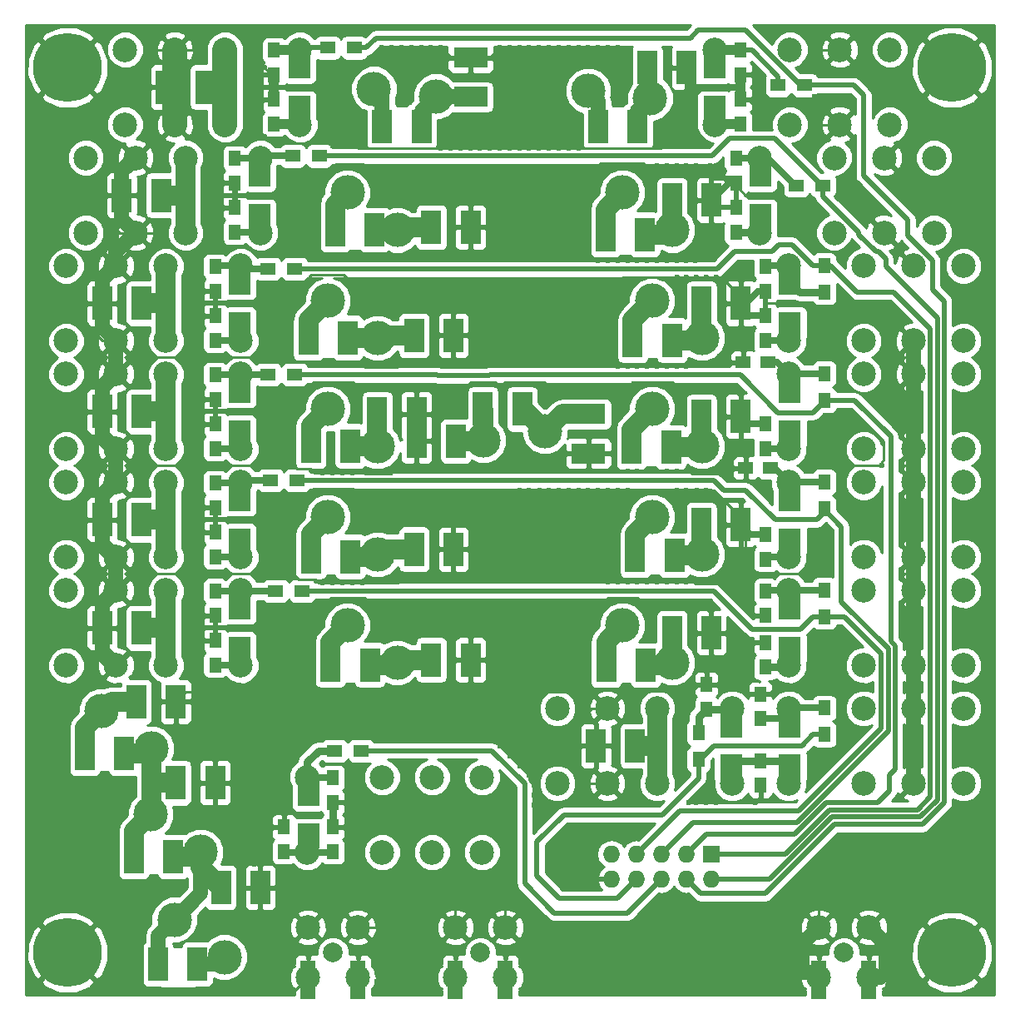
<source format=gbl>
G04 #@! TF.FileFunction,Copper,L4,Bot,Signal*
%FSLAX46Y46*%
G04 Gerber Fmt 4.6, Leading zero omitted, Abs format (unit mm)*
G04 Created by KiCad (PCBNEW 4.0.7) date 07/05/18 17:42:08*
%MOMM*%
%LPD*%
G01*
G04 APERTURE LIST*
%ADD10C,0.100000*%
%ADD11C,3.500000*%
%ADD12C,0.600000*%
%ADD13R,1.727200X1.727200*%
%ADD14O,1.727200X1.727200*%
%ADD15C,2.500000*%
%ADD16R,1.250000X1.500000*%
%ADD17R,1.500000X1.250000*%
%ADD18C,1.998980*%
%ADD19C,2.499360*%
%ADD20C,7.000000*%
%ADD21R,2.000000X3.500000*%
%ADD22R,2.300000X2.500000*%
%ADD23R,1.500000X1.300000*%
%ADD24R,1.300000X1.500000*%
%ADD25R,3.500000X2.000000*%
%ADD26R,1.500000X4.000000*%
%ADD27C,0.250000*%
%ADD28C,0.500000*%
%ADD29C,1.000000*%
%ADD30C,0.700000*%
%ADD31C,2.500000*%
%ADD32C,1.500000*%
%ADD33C,0.800000*%
%ADD34C,2.000000*%
%ADD35C,0.254000*%
G04 APERTURE END LIST*
D10*
D11*
X112965295Y-52370148D03*
X119269705Y-53129705D03*
D12*
X91500000Y-139000000D03*
X92500000Y-139000000D03*
X93500000Y-139000000D03*
X94500000Y-139000000D03*
X95500000Y-139000000D03*
X96500000Y-139000000D03*
X97500000Y-139000000D03*
X91500000Y-140000000D03*
X92500000Y-140000000D03*
X93500000Y-140000000D03*
X94500000Y-140000000D03*
X95500000Y-140000000D03*
X96500000Y-140000000D03*
X97500000Y-140000000D03*
X91500000Y-141000000D03*
X92500000Y-141000000D03*
X93500000Y-141000000D03*
X94500000Y-141000000D03*
X95500000Y-141000000D03*
X96500000Y-141000000D03*
X97500000Y-141000000D03*
X91500000Y-142000000D03*
X92500000Y-142000000D03*
X93500000Y-142000000D03*
X94500000Y-142000000D03*
X95500000Y-142000000D03*
X96500000Y-142000000D03*
X97500000Y-142000000D03*
X91500000Y-143000000D03*
X92500000Y-143000000D03*
X93500000Y-143000000D03*
X94500000Y-143000000D03*
X95500000Y-143000000D03*
X96500000Y-143000000D03*
X97500000Y-143000000D03*
X91500000Y-144000000D03*
X92500000Y-144000000D03*
X93500000Y-144000000D03*
X94500000Y-144000000D03*
X95500000Y-144000000D03*
X96500000Y-144000000D03*
X97500000Y-144000000D03*
D11*
X91165295Y-52170148D03*
X97469705Y-52929705D03*
X116460000Y-62730000D03*
X121540000Y-66540000D03*
X119460000Y-84730000D03*
X124540000Y-88540000D03*
D12*
X134000000Y-143000000D03*
X133000000Y-143000000D03*
X132000000Y-143000000D03*
X131000000Y-143000000D03*
X130000000Y-143000000D03*
X129000000Y-143000000D03*
X128000000Y-143000000D03*
X127000000Y-143000000D03*
X126000000Y-143000000D03*
X125000000Y-143000000D03*
X124000000Y-143000000D03*
X123000000Y-143000000D03*
X122000000Y-143000000D03*
X121000000Y-143000000D03*
X120000000Y-143000000D03*
X119000000Y-143000000D03*
X118000000Y-143000000D03*
X117000000Y-143000000D03*
X116000000Y-143000000D03*
X115000000Y-143000000D03*
X114000000Y-143000000D03*
X113000000Y-143000000D03*
X112000000Y-143000000D03*
X111000000Y-143000000D03*
X110000000Y-143000000D03*
X109000000Y-143000000D03*
X108000000Y-143000000D03*
X107000000Y-143000000D03*
X134000000Y-142000000D03*
X133000000Y-142000000D03*
X132000000Y-142000000D03*
X131000000Y-142000000D03*
X130000000Y-142000000D03*
X129000000Y-142000000D03*
X128000000Y-142000000D03*
X127000000Y-142000000D03*
X126000000Y-142000000D03*
X125000000Y-142000000D03*
X124000000Y-142000000D03*
X123000000Y-142000000D03*
X122000000Y-142000000D03*
X121000000Y-142000000D03*
X120000000Y-142000000D03*
X119000000Y-142000000D03*
X118000000Y-142000000D03*
X117000000Y-142000000D03*
X116000000Y-142000000D03*
X115000000Y-142000000D03*
X114000000Y-142000000D03*
X113000000Y-142000000D03*
X112000000Y-142000000D03*
X111000000Y-142000000D03*
X110000000Y-142000000D03*
X109000000Y-142000000D03*
X108000000Y-142000000D03*
X107000000Y-142000000D03*
X134000000Y-141000000D03*
X133000000Y-141000000D03*
X132000000Y-141000000D03*
X131000000Y-141000000D03*
X130000000Y-141000000D03*
X129000000Y-141000000D03*
X128000000Y-141000000D03*
X127000000Y-141000000D03*
X126000000Y-141000000D03*
X125000000Y-141000000D03*
X124000000Y-141000000D03*
X123000000Y-141000000D03*
X122000000Y-141000000D03*
X121000000Y-141000000D03*
X120000000Y-141000000D03*
X119000000Y-141000000D03*
X118000000Y-141000000D03*
X117000000Y-141000000D03*
X116000000Y-141000000D03*
X115000000Y-141000000D03*
X114000000Y-141000000D03*
X113000000Y-141000000D03*
X112000000Y-141000000D03*
X111000000Y-141000000D03*
X110000000Y-141000000D03*
X109000000Y-141000000D03*
X108000000Y-141000000D03*
X107000000Y-141000000D03*
X134000000Y-140000000D03*
X133000000Y-140000000D03*
X132000000Y-140000000D03*
X131000000Y-140000000D03*
X130000000Y-140000000D03*
X129000000Y-140000000D03*
X128000000Y-140000000D03*
X127000000Y-140000000D03*
X126000000Y-140000000D03*
X125000000Y-140000000D03*
X124000000Y-140000000D03*
X123000000Y-140000000D03*
X122000000Y-140000000D03*
X121000000Y-140000000D03*
X120000000Y-140000000D03*
X119000000Y-140000000D03*
X118000000Y-140000000D03*
X117000000Y-140000000D03*
X116000000Y-140000000D03*
X115000000Y-140000000D03*
X114000000Y-140000000D03*
X113000000Y-140000000D03*
X112000000Y-140000000D03*
X111000000Y-140000000D03*
X110000000Y-140000000D03*
X109000000Y-140000000D03*
X108000000Y-140000000D03*
X107000000Y-140000000D03*
X134000000Y-139000000D03*
X133000000Y-139000000D03*
X132000000Y-139000000D03*
X131000000Y-139000000D03*
X130000000Y-139000000D03*
X129000000Y-139000000D03*
X128000000Y-139000000D03*
X127000000Y-139000000D03*
X126000000Y-139000000D03*
X125000000Y-139000000D03*
X124000000Y-139000000D03*
X123000000Y-139000000D03*
X122000000Y-139000000D03*
X121000000Y-139000000D03*
X120000000Y-139000000D03*
X119000000Y-139000000D03*
X118000000Y-139000000D03*
X117000000Y-139000000D03*
X116000000Y-139000000D03*
X115000000Y-139000000D03*
X114000000Y-139000000D03*
X113000000Y-139000000D03*
X112000000Y-139000000D03*
X111000000Y-139000000D03*
X110000000Y-139000000D03*
X109000000Y-139000000D03*
X108000000Y-139000000D03*
X107000000Y-139000000D03*
X134000000Y-138000000D03*
X133000000Y-138000000D03*
X132000000Y-138000000D03*
X131000000Y-138000000D03*
X130000000Y-138000000D03*
X129000000Y-138000000D03*
X128000000Y-138000000D03*
X127000000Y-138000000D03*
X126000000Y-138000000D03*
X125000000Y-138000000D03*
X124000000Y-138000000D03*
X123000000Y-138000000D03*
X122000000Y-138000000D03*
X121000000Y-138000000D03*
X120000000Y-138000000D03*
X119000000Y-138000000D03*
X118000000Y-138000000D03*
X117000000Y-138000000D03*
X116000000Y-138000000D03*
X115000000Y-138000000D03*
X114000000Y-138000000D03*
X113000000Y-138000000D03*
X112000000Y-138000000D03*
X111000000Y-138000000D03*
X110000000Y-138000000D03*
X109000000Y-138000000D03*
X108000000Y-138000000D03*
X107000000Y-138000000D03*
X154000000Y-136000000D03*
X154000000Y-135000000D03*
X154000000Y-134000000D03*
X154000000Y-133000000D03*
X154000000Y-132000000D03*
X154000000Y-131000000D03*
X154000000Y-130000000D03*
X154000000Y-129000000D03*
X154000000Y-128000000D03*
X154000000Y-127000000D03*
X154000000Y-126000000D03*
X154000000Y-125000000D03*
X154000000Y-124000000D03*
X154000000Y-123000000D03*
X154000000Y-122000000D03*
X154000000Y-121000000D03*
X154000000Y-120000000D03*
X154000000Y-119000000D03*
X154000000Y-118000000D03*
X154000000Y-117000000D03*
X154000000Y-116000000D03*
X154000000Y-115000000D03*
X154000000Y-114000000D03*
X154000000Y-113000000D03*
X154000000Y-112000000D03*
X154000000Y-111000000D03*
X154000000Y-110000000D03*
X154000000Y-109000000D03*
X154000000Y-108000000D03*
X154000000Y-107000000D03*
X154000000Y-106000000D03*
X154000000Y-105000000D03*
X154000000Y-104000000D03*
X154000000Y-103000000D03*
X154000000Y-102000000D03*
X154000000Y-101000000D03*
X154000000Y-100000000D03*
X154000000Y-99000000D03*
X154000000Y-98000000D03*
X154000000Y-97000000D03*
X154000000Y-96000000D03*
X154000000Y-95000000D03*
X154000000Y-94000000D03*
X154000000Y-93000000D03*
X154000000Y-92000000D03*
X154000000Y-91000000D03*
X154000000Y-90000000D03*
X154000000Y-89000000D03*
X154000000Y-88000000D03*
X154000000Y-87000000D03*
X154000000Y-86000000D03*
X154000000Y-85000000D03*
X154000000Y-84000000D03*
X154000000Y-83000000D03*
X154000000Y-82000000D03*
X154000000Y-81000000D03*
X154000000Y-80000000D03*
X154000000Y-79000000D03*
X154000000Y-78000000D03*
X154000000Y-77000000D03*
X154000000Y-76000000D03*
X154000000Y-75000000D03*
X154000000Y-74000000D03*
X154000000Y-73000000D03*
X154000000Y-72000000D03*
X154000000Y-71000000D03*
X154000000Y-70000000D03*
X154000000Y-69000000D03*
X154000000Y-68000000D03*
X154000000Y-67000000D03*
X154000000Y-66000000D03*
X154000000Y-65000000D03*
X154000000Y-64000000D03*
X154000000Y-63000000D03*
X154000000Y-62000000D03*
X154000000Y-61000000D03*
X154000000Y-60000000D03*
X154000000Y-59000000D03*
X154000000Y-58000000D03*
X154000000Y-57000000D03*
X154000000Y-56000000D03*
X154000000Y-55000000D03*
X154000000Y-54000000D03*
X57000000Y-136000000D03*
X56000000Y-136000000D03*
X57000000Y-135000000D03*
X56000000Y-135000000D03*
X57000000Y-134000000D03*
X56000000Y-134000000D03*
X57000000Y-133000000D03*
X56000000Y-133000000D03*
X57000000Y-132000000D03*
X56000000Y-132000000D03*
X57000000Y-131000000D03*
X56000000Y-131000000D03*
X57000000Y-130000000D03*
X56000000Y-130000000D03*
X57000000Y-129000000D03*
X56000000Y-129000000D03*
X57000000Y-128000000D03*
X56000000Y-128000000D03*
X57000000Y-127000000D03*
X56000000Y-127000000D03*
X57000000Y-126000000D03*
X56000000Y-126000000D03*
X57000000Y-125000000D03*
X56000000Y-125000000D03*
X57000000Y-124000000D03*
X56000000Y-124000000D03*
X57000000Y-123000000D03*
X56000000Y-123000000D03*
X57000000Y-122000000D03*
X56000000Y-122000000D03*
X57000000Y-121000000D03*
X56000000Y-121000000D03*
X57000000Y-120000000D03*
X56000000Y-120000000D03*
X57000000Y-119000000D03*
X56000000Y-119000000D03*
X57000000Y-118000000D03*
X56000000Y-118000000D03*
X57000000Y-117000000D03*
X56000000Y-117000000D03*
X57000000Y-116000000D03*
X56000000Y-116000000D03*
X57000000Y-115000000D03*
X56000000Y-115000000D03*
X57000000Y-114000000D03*
X56000000Y-114000000D03*
X57000000Y-113000000D03*
X56000000Y-113000000D03*
X57000000Y-112000000D03*
X56000000Y-112000000D03*
X57000000Y-111000000D03*
X56000000Y-111000000D03*
X57000000Y-110000000D03*
X56000000Y-110000000D03*
X57000000Y-109000000D03*
X56000000Y-109000000D03*
X57000000Y-108000000D03*
X56000000Y-108000000D03*
X57000000Y-107000000D03*
X56000000Y-107000000D03*
X57000000Y-106000000D03*
X56000000Y-106000000D03*
X57000000Y-105000000D03*
X56000000Y-105000000D03*
X57000000Y-104000000D03*
X56000000Y-104000000D03*
X57000000Y-103000000D03*
X56000000Y-103000000D03*
X57000000Y-102000000D03*
X56000000Y-102000000D03*
X57000000Y-101000000D03*
X56000000Y-101000000D03*
X57000000Y-100000000D03*
X56000000Y-100000000D03*
X57000000Y-99000000D03*
X56000000Y-99000000D03*
X57000000Y-98000000D03*
X56000000Y-98000000D03*
X57000000Y-97000000D03*
X56000000Y-97000000D03*
X57000000Y-96000000D03*
X56000000Y-96000000D03*
X57000000Y-95000000D03*
X56000000Y-95000000D03*
X57000000Y-94000000D03*
X56000000Y-94000000D03*
X57000000Y-93000000D03*
X56000000Y-93000000D03*
X57000000Y-92000000D03*
X56000000Y-92000000D03*
X57000000Y-91000000D03*
X56000000Y-91000000D03*
X57000000Y-90000000D03*
X56000000Y-90000000D03*
X57000000Y-89000000D03*
X56000000Y-89000000D03*
X57000000Y-88000000D03*
X56000000Y-88000000D03*
X57000000Y-87000000D03*
X56000000Y-87000000D03*
X57000000Y-86000000D03*
X56000000Y-86000000D03*
X57000000Y-85000000D03*
X56000000Y-85000000D03*
X57000000Y-84000000D03*
X56000000Y-84000000D03*
X57000000Y-83000000D03*
X56000000Y-83000000D03*
X57000000Y-82000000D03*
X56000000Y-82000000D03*
X57000000Y-81000000D03*
X56000000Y-81000000D03*
X57000000Y-80000000D03*
X56000000Y-80000000D03*
X57000000Y-79000000D03*
X56000000Y-79000000D03*
X57000000Y-78000000D03*
X56000000Y-78000000D03*
X57000000Y-77000000D03*
X56000000Y-77000000D03*
X57000000Y-76000000D03*
X56000000Y-76000000D03*
X57000000Y-75000000D03*
X56000000Y-75000000D03*
X57000000Y-74000000D03*
X56000000Y-74000000D03*
X57000000Y-73000000D03*
X56000000Y-73000000D03*
X57000000Y-72000000D03*
X56000000Y-72000000D03*
X57000000Y-71000000D03*
X56000000Y-71000000D03*
X57000000Y-70000000D03*
X56000000Y-70000000D03*
X57000000Y-69000000D03*
X56000000Y-69000000D03*
X57000000Y-68000000D03*
X56000000Y-68000000D03*
X57000000Y-67000000D03*
X56000000Y-67000000D03*
X57000000Y-66000000D03*
X56000000Y-66000000D03*
X57000000Y-65000000D03*
X56000000Y-65000000D03*
X57000000Y-64000000D03*
X56000000Y-64000000D03*
X57000000Y-63000000D03*
X56000000Y-63000000D03*
X57000000Y-62000000D03*
X56000000Y-62000000D03*
X57000000Y-61000000D03*
X56000000Y-61000000D03*
X57000000Y-60000000D03*
X56000000Y-60000000D03*
X57000000Y-59000000D03*
X56000000Y-59000000D03*
X57000000Y-58000000D03*
X56000000Y-58000000D03*
X57000000Y-57000000D03*
X56000000Y-57000000D03*
X57000000Y-56000000D03*
X56000000Y-56000000D03*
X57000000Y-55000000D03*
X56000000Y-55000000D03*
X57000000Y-54000000D03*
D13*
X125500000Y-130000000D03*
D14*
X125500000Y-132540000D03*
X122960000Y-130000000D03*
X122960000Y-132540000D03*
X120420000Y-130000000D03*
X120420000Y-132540000D03*
X117880000Y-130000000D03*
X117880000Y-132540000D03*
X115340000Y-130000000D03*
X115340000Y-132540000D03*
D15*
X133380000Y-70190000D03*
X133380000Y-77810000D03*
X141000000Y-70190000D03*
X141000000Y-77810000D03*
X146080000Y-70190000D03*
X146080000Y-77810000D03*
X151160000Y-70190000D03*
X151160000Y-77810000D03*
D16*
X130500000Y-120500000D03*
X130500000Y-123000000D03*
D11*
X119460000Y-95730000D03*
X124540000Y-99540000D03*
D15*
X127620000Y-122810000D03*
X127620000Y-115190000D03*
X120000000Y-122810000D03*
X120000000Y-115190000D03*
X114920000Y-122810000D03*
X114920000Y-115190000D03*
X109840000Y-122810000D03*
X109840000Y-115190000D03*
X83620000Y-55810000D03*
X83620000Y-48190000D03*
X76000000Y-55810000D03*
X76000000Y-48190000D03*
X70920000Y-55810000D03*
X70920000Y-48190000D03*
X65840000Y-55810000D03*
X65840000Y-48190000D03*
X133380000Y-103190000D03*
X133380000Y-110810000D03*
X141000000Y-103190000D03*
X141000000Y-110810000D03*
X146080000Y-103190000D03*
X146080000Y-110810000D03*
X151160000Y-103190000D03*
X151160000Y-110810000D03*
D11*
X86460000Y-95730000D03*
X91540000Y-99540000D03*
D16*
X81000000Y-48250000D03*
X81000000Y-50750000D03*
X77000000Y-59250000D03*
X77000000Y-61750000D03*
X75000000Y-70250000D03*
X75000000Y-72750000D03*
X75000000Y-81250000D03*
X75000000Y-83750000D03*
X75000000Y-92250000D03*
X75000000Y-94750000D03*
X75000000Y-103250000D03*
X75000000Y-105750000D03*
X81000000Y-55750000D03*
X81000000Y-53250000D03*
X128000000Y-66750000D03*
X128000000Y-64250000D03*
X75000000Y-77750000D03*
X75000000Y-75250000D03*
X75000000Y-88750000D03*
X75000000Y-86250000D03*
X75000000Y-99750000D03*
X75000000Y-97250000D03*
X75000000Y-110750000D03*
X75000000Y-108250000D03*
X128500000Y-50750000D03*
X128500000Y-48250000D03*
X128000000Y-61750000D03*
X128000000Y-59250000D03*
X131000000Y-72750000D03*
X131000000Y-70250000D03*
D17*
X128750000Y-80000000D03*
X131250000Y-80000000D03*
X129000000Y-90750000D03*
X131500000Y-90750000D03*
D16*
X131000000Y-105750000D03*
X131000000Y-103250000D03*
X128500000Y-55750000D03*
X128500000Y-53250000D03*
X77000000Y-66750000D03*
X77000000Y-64250000D03*
X131000000Y-77750000D03*
X131000000Y-75250000D03*
X131000000Y-88750000D03*
X131000000Y-86250000D03*
X131000000Y-100000000D03*
X131000000Y-97500000D03*
X131000000Y-111000000D03*
X131000000Y-108500000D03*
X82000000Y-129750000D03*
X82000000Y-127250000D03*
X87000000Y-129750000D03*
X87000000Y-127250000D03*
D18*
X102000000Y-140000000D03*
D19*
X104540000Y-137460000D03*
X104540000Y-142540000D03*
X99460000Y-142540000D03*
X99460000Y-137460000D03*
D18*
X139000000Y-140000000D03*
D19*
X141540000Y-137460000D03*
X141540000Y-142540000D03*
X136460000Y-142540000D03*
X136460000Y-137460000D03*
D20*
X60000000Y-50000000D03*
X150000000Y-140000000D03*
X60000000Y-140000000D03*
X150000000Y-50000000D03*
D18*
X87000000Y-140000000D03*
D19*
X89540000Y-137460000D03*
X89540000Y-142540000D03*
X84460000Y-142540000D03*
X84460000Y-137460000D03*
D11*
X86460000Y-84730000D03*
X91540000Y-88540000D03*
X75940000Y-140470000D03*
X70860000Y-136660000D03*
X88460000Y-62730000D03*
X93540000Y-66540000D03*
X86460000Y-73730000D03*
X91540000Y-77540000D03*
X88460000Y-106730000D03*
X93540000Y-110540000D03*
X73540000Y-129770000D03*
X68460000Y-125960000D03*
X119460000Y-73730000D03*
X124540000Y-77540000D03*
X116460000Y-106730000D03*
X121540000Y-110540000D03*
X68540000Y-119270000D03*
X63460000Y-115460000D03*
D15*
X84380000Y-122190000D03*
X84380000Y-129810000D03*
X92000000Y-122190000D03*
X92000000Y-129810000D03*
X97080000Y-122190000D03*
X97080000Y-129810000D03*
X102160000Y-122190000D03*
X102160000Y-129810000D03*
X79620000Y-66810000D03*
X79620000Y-59190000D03*
X72000000Y-66810000D03*
X72000000Y-59190000D03*
X66920000Y-66810000D03*
X66920000Y-59190000D03*
X61840000Y-66810000D03*
X61840000Y-59190000D03*
X77620000Y-77810000D03*
X77620000Y-70190000D03*
X70000000Y-77810000D03*
X70000000Y-70190000D03*
X64920000Y-77810000D03*
X64920000Y-70190000D03*
X59840000Y-77810000D03*
X59840000Y-70190000D03*
X77620000Y-88810000D03*
X77620000Y-81190000D03*
X70000000Y-88810000D03*
X70000000Y-81190000D03*
X64920000Y-88810000D03*
X64920000Y-81190000D03*
X59840000Y-88810000D03*
X59840000Y-81190000D03*
X77620000Y-99810000D03*
X77620000Y-92190000D03*
X70000000Y-99810000D03*
X70000000Y-92190000D03*
X64920000Y-99810000D03*
X64920000Y-92190000D03*
X59840000Y-99810000D03*
X59840000Y-92190000D03*
X77620000Y-110810000D03*
X77620000Y-103190000D03*
X70000000Y-110810000D03*
X70000000Y-103190000D03*
X64920000Y-110810000D03*
X64920000Y-103190000D03*
X59840000Y-110810000D03*
X59840000Y-103190000D03*
X125880000Y-48190000D03*
X125880000Y-55810000D03*
X133500000Y-48190000D03*
X133500000Y-55810000D03*
X138580000Y-48190000D03*
X138580000Y-55810000D03*
X143660000Y-48190000D03*
X143660000Y-55810000D03*
X130380000Y-59190000D03*
X130380000Y-66810000D03*
X138000000Y-59190000D03*
X138000000Y-66810000D03*
X143080000Y-59190000D03*
X143080000Y-66810000D03*
X148160000Y-59190000D03*
X148160000Y-66810000D03*
X133380000Y-81190000D03*
X133380000Y-88810000D03*
X141000000Y-81190000D03*
X141000000Y-88810000D03*
X146080000Y-81190000D03*
X146080000Y-88810000D03*
X151160000Y-81190000D03*
X151160000Y-88810000D03*
X133380000Y-92190000D03*
X133380000Y-99810000D03*
X141000000Y-92190000D03*
X141000000Y-99810000D03*
X146080000Y-92190000D03*
X146080000Y-99810000D03*
X151160000Y-92190000D03*
X151160000Y-99810000D03*
D16*
X87000000Y-122250000D03*
X87000000Y-124750000D03*
X125000000Y-115250000D03*
X125000000Y-112750000D03*
D21*
X117750000Y-119000000D03*
X113750000Y-119000000D03*
D16*
X130500000Y-113750000D03*
X130500000Y-116250000D03*
D15*
X133380000Y-115190000D03*
X133380000Y-122810000D03*
X141000000Y-115190000D03*
X141000000Y-122810000D03*
X146080000Y-115190000D03*
X146080000Y-122810000D03*
X151160000Y-115190000D03*
X151160000Y-122810000D03*
D22*
X84500000Y-128150000D03*
X84500000Y-123850000D03*
X125800000Y-54150000D03*
X125800000Y-49850000D03*
X83600000Y-54150000D03*
X83600000Y-49850000D03*
X79500000Y-65150000D03*
X79500000Y-60850000D03*
X77500000Y-76150000D03*
X77500000Y-71850000D03*
X77500000Y-87150000D03*
X77500000Y-82850000D03*
X77500000Y-98150000D03*
X77500000Y-93850000D03*
X77500000Y-109150000D03*
X77500000Y-104850000D03*
X127500000Y-121150000D03*
X127500000Y-116850000D03*
X130500000Y-65150000D03*
X130500000Y-60850000D03*
X133500000Y-87150000D03*
X133500000Y-82850000D03*
X133500000Y-98150000D03*
X133500000Y-93850000D03*
X133500000Y-109150000D03*
X133500000Y-104850000D03*
X133500000Y-121150000D03*
X133500000Y-116850000D03*
X133500000Y-76150000D03*
X133500000Y-71850000D03*
D11*
X102305923Y-87898026D03*
X108592102Y-87000000D03*
D23*
X86450000Y-48000000D03*
X89150000Y-48000000D03*
X82900000Y-59000000D03*
X85600000Y-59000000D03*
X80400000Y-70500000D03*
X83100000Y-70500000D03*
X80400000Y-81250000D03*
X83100000Y-81250000D03*
X80650000Y-92000000D03*
X83350000Y-92000000D03*
X81150000Y-103250000D03*
X83850000Y-103250000D03*
D24*
X124200000Y-117650000D03*
X124200000Y-120350000D03*
D23*
X135000000Y-51800000D03*
X132300000Y-51800000D03*
X136850000Y-62000000D03*
X134150000Y-62000000D03*
D24*
X137000000Y-70150000D03*
X137000000Y-72850000D03*
X137000000Y-83850000D03*
X137000000Y-81150000D03*
X137000000Y-94850000D03*
X137000000Y-92150000D03*
X137000000Y-105850000D03*
X137000000Y-103150000D03*
X137000000Y-117850000D03*
X137000000Y-115150000D03*
D23*
X87150000Y-119500000D03*
X89850000Y-119500000D03*
D21*
X63500000Y-85000000D03*
X67500000Y-85000000D03*
X84750000Y-88500000D03*
X88750000Y-88500000D03*
X73200000Y-141200000D03*
X69200000Y-141200000D03*
X95500000Y-85250000D03*
X91500000Y-85250000D03*
X70000000Y-52000000D03*
X74000000Y-52000000D03*
X65500000Y-63000000D03*
X69500000Y-63000000D03*
X63500000Y-74000000D03*
X67500000Y-74000000D03*
X63500000Y-96000000D03*
X67500000Y-96000000D03*
X63500000Y-107000000D03*
X67500000Y-107000000D03*
X79600000Y-133400000D03*
X75600000Y-133400000D03*
X92000000Y-56000000D03*
X96000000Y-56000000D03*
X87250000Y-66500000D03*
X91250000Y-66500000D03*
X84500000Y-77500000D03*
X88500000Y-77500000D03*
X84750000Y-99750000D03*
X88750000Y-99750000D03*
X86750000Y-110750000D03*
X90750000Y-110750000D03*
X70750000Y-130250000D03*
X66750000Y-130250000D03*
X95500000Y-88000000D03*
X99500000Y-88000000D03*
D25*
X101000000Y-49000000D03*
X101000000Y-53000000D03*
D21*
X101000000Y-66250000D03*
X97000000Y-66250000D03*
X99250000Y-77250000D03*
X95250000Y-77250000D03*
X102250000Y-84750000D03*
X106250000Y-84750000D03*
X99250000Y-99000000D03*
X95250000Y-99000000D03*
X101000000Y-110250000D03*
X97000000Y-110250000D03*
X75000000Y-122750000D03*
X71000000Y-122750000D03*
X114000000Y-56000000D03*
X118000000Y-56000000D03*
X114750000Y-67000000D03*
X118750000Y-67000000D03*
X117500000Y-77750000D03*
X121500000Y-77750000D03*
D25*
X113000000Y-89250000D03*
X113000000Y-85250000D03*
D21*
X117750000Y-99600000D03*
X121750000Y-99600000D03*
X114800000Y-110800000D03*
X118800000Y-110800000D03*
X65750000Y-119750000D03*
X61750000Y-119750000D03*
X123000000Y-50000000D03*
X119000000Y-50000000D03*
X125500000Y-63500000D03*
X121500000Y-63500000D03*
X128500000Y-74000000D03*
X124500000Y-74000000D03*
X128500000Y-96500000D03*
X124500000Y-96500000D03*
X125500000Y-107500000D03*
X121500000Y-107500000D03*
X117400000Y-88600000D03*
X121400000Y-88600000D03*
X128500000Y-85500000D03*
X124500000Y-85500000D03*
X67000000Y-114500000D03*
X71000000Y-114500000D03*
D26*
X104540000Y-142800000D03*
X99460000Y-142800000D03*
X89540000Y-142800000D03*
X84460000Y-142800000D03*
X141540000Y-142800000D03*
X136460000Y-142800000D03*
D12*
X56000000Y-54000000D03*
X138000000Y-90000000D03*
X138000000Y-89000000D03*
X138000000Y-88000000D03*
X138000000Y-77000000D03*
X138000000Y-78000000D03*
X138000000Y-79000000D03*
X137000000Y-79000000D03*
X136000000Y-79000000D03*
X136000000Y-78000000D03*
X136000000Y-77000000D03*
X137000000Y-90000000D03*
X137000000Y-89000000D03*
X137000000Y-88000000D03*
X138800000Y-90500000D03*
X142900000Y-90500000D03*
X137000000Y-101000000D03*
X137000000Y-100000000D03*
X137000000Y-98900000D03*
X136000000Y-98900000D03*
X136000000Y-100000000D03*
X136000000Y-101500000D03*
X138000000Y-113000000D03*
X138000000Y-112000000D03*
X138000000Y-111000000D03*
X138000000Y-110000000D03*
X136000000Y-110000000D03*
X136000000Y-111000000D03*
X136000000Y-112000000D03*
X136000000Y-113000000D03*
X131000000Y-46000000D03*
X132000000Y-46000000D03*
X133000000Y-46000000D03*
X134000000Y-46000000D03*
X135000000Y-46000000D03*
X136000000Y-46000000D03*
X136000000Y-47000000D03*
X123000000Y-46000000D03*
X122000000Y-46000000D03*
X121000000Y-46000000D03*
X120000000Y-46000000D03*
X119000000Y-46000000D03*
X118000000Y-46000000D03*
X117000000Y-46000000D03*
X136000000Y-50000000D03*
X136000000Y-49000000D03*
X136000000Y-48000000D03*
X136000000Y-53000000D03*
X136000000Y-54000000D03*
X136000000Y-55000000D03*
X136000000Y-56000000D03*
X87000000Y-58000000D03*
X88000000Y-58000000D03*
X89000000Y-58000000D03*
X98000000Y-58200000D03*
X99000000Y-58200000D03*
X100000000Y-58200000D03*
X101000000Y-58200000D03*
X102000000Y-58200000D03*
X103000000Y-58200000D03*
X104000000Y-58200000D03*
X105000000Y-58200000D03*
X106000000Y-58200000D03*
X107000000Y-58200000D03*
X108000000Y-58200000D03*
X109000000Y-58200000D03*
X110000000Y-58200000D03*
X111000000Y-58200000D03*
X112000000Y-58200000D03*
X68000000Y-56000000D03*
X68000000Y-56000000D03*
X68000000Y-55000000D03*
X68000000Y-54000000D03*
X68000000Y-53000000D03*
X68000000Y-52000000D03*
X68000000Y-51000000D03*
X68000000Y-50000000D03*
X68000000Y-49000000D03*
X68000000Y-48000000D03*
X73000000Y-49000000D03*
X73000000Y-48000000D03*
X73000000Y-55000000D03*
X73000000Y-56000000D03*
X73000000Y-57000000D03*
X80000000Y-57000000D03*
X79000000Y-57000000D03*
X79000000Y-56000000D03*
X79000000Y-55000000D03*
X116000000Y-46000000D03*
X115000000Y-46000000D03*
X114000000Y-46000000D03*
X113000000Y-46000000D03*
X112000000Y-46000000D03*
X111000000Y-46000000D03*
X110000000Y-46000000D03*
X109000000Y-46000000D03*
X108000000Y-46000000D03*
X107000000Y-46000000D03*
X106000000Y-46000000D03*
X105000000Y-46000000D03*
X104000000Y-46000000D03*
X103000000Y-46000000D03*
X102000000Y-46000000D03*
X101000000Y-46000000D03*
X100000000Y-46000000D03*
X99000000Y-46000000D03*
X98000000Y-46000000D03*
X97000000Y-46000000D03*
X96000000Y-46000000D03*
X95000000Y-46000000D03*
X94000000Y-46000000D03*
X93000000Y-46000000D03*
X92000000Y-46000000D03*
X91000000Y-46000000D03*
X90000000Y-46000000D03*
X89000000Y-46000000D03*
X88000000Y-46000000D03*
X87000000Y-46000000D03*
X86000000Y-46000000D03*
X85000000Y-46000000D03*
X84000000Y-46000000D03*
X83000000Y-46000000D03*
X82000000Y-46000000D03*
X81000000Y-46000000D03*
X80000000Y-46000000D03*
X79000000Y-46000000D03*
X79000000Y-47000000D03*
X79000000Y-48000000D03*
X79000000Y-49000000D03*
X79000000Y-50000000D03*
X80000000Y-50000000D03*
X92000000Y-48000000D03*
X93000000Y-48000000D03*
X94000000Y-48000000D03*
X95000000Y-48000000D03*
X96000000Y-48000000D03*
X97000000Y-48000000D03*
X98000000Y-48000000D03*
X116000000Y-48000000D03*
X115000000Y-48000000D03*
X114000000Y-48000000D03*
X113000000Y-48000000D03*
X112000000Y-48000000D03*
X111000000Y-48000000D03*
X110000000Y-48000000D03*
X109000000Y-48000000D03*
X108000000Y-48000000D03*
X107000000Y-48000000D03*
X106000000Y-48000000D03*
X105000000Y-48000000D03*
X104000000Y-48000000D03*
X123000000Y-58000000D03*
X121000000Y-57000000D03*
X121000000Y-56000000D03*
X121000000Y-56000000D03*
X121000000Y-58000000D03*
X123000000Y-57000000D03*
X123000000Y-56000000D03*
X123000000Y-55000000D03*
X123000000Y-54000000D03*
X131000000Y-54000000D03*
X131000000Y-55000000D03*
X131000000Y-56000000D03*
X130000000Y-56000000D03*
X130000000Y-55000000D03*
X130000000Y-54000000D03*
X135000000Y-67000000D03*
X134000000Y-67000000D03*
X133000000Y-67000000D03*
X133000000Y-66000000D03*
X133000000Y-65000000D03*
X133000000Y-64000000D03*
X133000000Y-64000000D03*
X80500000Y-82750000D03*
X81500000Y-82750000D03*
X82500000Y-82750000D03*
X89500000Y-82500000D03*
X90500000Y-82500000D03*
X91500000Y-82500000D03*
X92500000Y-82500000D03*
X93500000Y-82500000D03*
X94500000Y-82500000D03*
X95500000Y-82500000D03*
X96500000Y-82500000D03*
X97500000Y-82500000D03*
X98500000Y-82500000D03*
X99500000Y-82500000D03*
X100500000Y-82500000D03*
X104000000Y-82500000D03*
X109000000Y-82500000D03*
X110000000Y-82500000D03*
X111000000Y-82500000D03*
X112000000Y-82500000D03*
X113000000Y-82500000D03*
X114000000Y-82500000D03*
X115000000Y-82500000D03*
X116000000Y-82500000D03*
X117000000Y-82500000D03*
X122500000Y-82500000D03*
X123500000Y-82500000D03*
X124500000Y-82500000D03*
X125500000Y-82500000D03*
X126500000Y-82500000D03*
X127500000Y-82500000D03*
X63000000Y-144000000D03*
X64000000Y-144000000D03*
X65000000Y-144000000D03*
X66000000Y-144000000D03*
X67000000Y-144000000D03*
X68000000Y-144000000D03*
X69000000Y-144000000D03*
X70000000Y-144000000D03*
X71000000Y-144000000D03*
X72000000Y-144000000D03*
X73000000Y-144000000D03*
X74000000Y-144000000D03*
X75000000Y-144000000D03*
X76000000Y-144000000D03*
X77000000Y-144000000D03*
X78000000Y-144000000D03*
X79000000Y-144000000D03*
X80000000Y-144000000D03*
X81000000Y-144000000D03*
X82000000Y-144000000D03*
X82000000Y-144000000D03*
X123250000Y-124750000D03*
X124000000Y-124750000D03*
X125000000Y-124750000D03*
X125000000Y-124750000D03*
X120000000Y-125000000D03*
X119000000Y-125000000D03*
X118000000Y-125000000D03*
X117000000Y-125000000D03*
X116000000Y-125000000D03*
X111500000Y-125000000D03*
X110500000Y-125000000D03*
X109500000Y-125000000D03*
X108500000Y-125000000D03*
X107500000Y-125000000D03*
X107500000Y-124000000D03*
X107500000Y-123000000D03*
X107000000Y-122000000D03*
X106000000Y-121000000D03*
X105000000Y-120000000D03*
X104000000Y-119000000D03*
X103000000Y-118000000D03*
X102000000Y-118000000D03*
X101000000Y-118000000D03*
X100000000Y-118000000D03*
X99000000Y-118000000D03*
X98000000Y-118000000D03*
X97000000Y-118000000D03*
X96000000Y-118000000D03*
X95000000Y-118000000D03*
X94000000Y-118000000D03*
X93000000Y-118000000D03*
X92000000Y-118000000D03*
X91000000Y-118000000D03*
X90000000Y-118000000D03*
X89000000Y-118000000D03*
X88000000Y-118000000D03*
X87000000Y-118000000D03*
X86000000Y-118000000D03*
X85000000Y-118000000D03*
X84000000Y-118000000D03*
X83000000Y-118000000D03*
X82000000Y-118000000D03*
X81000000Y-118000000D03*
X80000000Y-118000000D03*
X79000000Y-118000000D03*
X79000000Y-119000000D03*
X79000000Y-120000000D03*
X79000000Y-121000000D03*
X79000000Y-122000000D03*
X79000000Y-123000000D03*
X79000000Y-124000000D03*
X79000000Y-125000000D03*
X79000000Y-126000000D03*
X79000000Y-127000000D03*
X79000000Y-128000000D03*
X79000000Y-129000000D03*
X79000000Y-130000000D03*
X79000000Y-131000000D03*
X89500000Y-121500000D03*
X89500000Y-122500000D03*
X89500000Y-123500000D03*
X89500000Y-124500000D03*
X89500000Y-125500000D03*
X89500000Y-126500000D03*
X89500000Y-127500000D03*
X88500000Y-127500000D03*
X94500000Y-121500000D03*
X94500000Y-122500000D03*
X94500000Y-123500000D03*
X94500000Y-124500000D03*
X94500000Y-125500000D03*
X94500000Y-126500000D03*
X94500000Y-127500000D03*
X94500000Y-128500000D03*
X94500000Y-129500000D03*
X94000000Y-131000000D03*
X93000000Y-132000000D03*
X92000000Y-132000000D03*
X91000000Y-132000000D03*
X90000000Y-132000000D03*
X89000000Y-132000000D03*
X88000000Y-133000000D03*
X87000000Y-134000000D03*
X86000000Y-135000000D03*
X105000000Y-123000000D03*
X105000000Y-124000000D03*
X105000000Y-125000000D03*
X105000000Y-126000000D03*
X105000000Y-127000000D03*
X105000000Y-128000000D03*
X105000000Y-129000000D03*
X105000000Y-130000000D03*
X105000000Y-131000000D03*
X105000000Y-132000000D03*
X105000000Y-133000000D03*
X105000000Y-134000000D03*
X105000000Y-135000000D03*
X99000000Y-133500000D03*
X99000000Y-134500000D03*
X99000000Y-135500000D03*
X99500000Y-122000000D03*
X99500000Y-123000000D03*
X99500000Y-124000000D03*
X99500000Y-125000000D03*
X99500000Y-126000000D03*
X99500000Y-127000000D03*
X99500000Y-128000000D03*
X99500000Y-129000000D03*
X99500000Y-130000000D03*
X99500000Y-131000000D03*
X99000000Y-132000000D03*
X98000000Y-133000000D03*
X97000000Y-134000000D03*
X96000000Y-135000000D03*
X95000000Y-136000000D03*
X94000000Y-137000000D03*
X93000000Y-137000000D03*
X92000000Y-137000000D03*
X149000000Y-127000000D03*
X148000000Y-128000000D03*
X147000000Y-129000000D03*
X146000000Y-130000000D03*
X145000000Y-130000000D03*
X144000000Y-130000000D03*
X143000000Y-130000000D03*
X142000000Y-130000000D03*
X141000000Y-130000000D03*
X140000000Y-130000000D03*
X139000000Y-131000000D03*
X138000000Y-132000000D03*
X137000000Y-133000000D03*
X136000000Y-134000000D03*
X136000000Y-135000000D03*
X153000000Y-131000000D03*
X152000000Y-132000000D03*
X151000000Y-133000000D03*
X150000000Y-134000000D03*
X149000000Y-135000000D03*
X148000000Y-136000000D03*
X147000000Y-136000000D03*
X146000000Y-136000000D03*
X145000000Y-136000000D03*
X144000000Y-136000000D03*
X143000000Y-136000000D03*
X73000000Y-113500000D03*
X74000000Y-113500000D03*
X75000000Y-113500000D03*
X76000000Y-113500000D03*
X77000000Y-113500000D03*
X77900000Y-113500000D03*
X79000000Y-113500000D03*
X80000000Y-113500000D03*
X81000000Y-113500000D03*
X82000000Y-113500000D03*
X83000000Y-113500000D03*
X84000000Y-113500000D03*
X85000000Y-113500000D03*
X86000000Y-113500000D03*
X87000000Y-113500000D03*
X88000000Y-113500000D03*
X89000000Y-113500000D03*
X90000000Y-113500000D03*
X91000000Y-113500000D03*
X92000000Y-113500000D03*
X93000000Y-113500000D03*
X94000000Y-113500000D03*
X95000000Y-113500000D03*
X96000000Y-113500000D03*
X97000000Y-113500000D03*
X98000000Y-113500000D03*
X99000000Y-113500000D03*
X100000000Y-113500000D03*
X101000000Y-113500000D03*
X129000000Y-100000000D03*
X128000000Y-101000000D03*
X126500000Y-102300000D03*
X123000000Y-102300000D03*
X122000000Y-102300000D03*
X121000000Y-102300000D03*
X120000000Y-102300000D03*
X119000000Y-102300000D03*
X118000000Y-102300000D03*
X117000000Y-102300000D03*
X116000000Y-102300000D03*
X115000000Y-102300000D03*
X115000000Y-100999996D03*
X114000000Y-104500012D03*
X115000000Y-100000000D03*
X115000000Y-99000000D03*
X114000000Y-99000000D03*
X113000000Y-99000000D03*
X112000000Y-99000000D03*
X111000000Y-99000000D03*
X110000000Y-99000000D03*
X109000000Y-99000000D03*
X108000000Y-100000000D03*
X107000000Y-101000000D03*
X106000000Y-102000000D03*
X105000000Y-102000000D03*
X104000000Y-102000000D03*
X103000000Y-102000000D03*
X102000000Y-102000000D03*
X101000000Y-102000000D03*
X100000000Y-102000000D03*
X99000000Y-102000000D03*
X98000000Y-102000000D03*
X97000000Y-102000000D03*
X96000000Y-102000000D03*
X106900000Y-78000000D03*
X106000000Y-78999998D03*
X105100000Y-79900000D03*
X103000000Y-80000004D03*
X101900002Y-80000000D03*
X101000000Y-80000000D03*
X100000000Y-80000000D03*
X99000000Y-80000000D03*
X97999998Y-80000000D03*
X97000000Y-80000000D03*
X96000004Y-80000000D03*
X94999996Y-80000000D03*
X94000000Y-80000000D03*
X90100000Y-80300000D03*
X89000000Y-80300000D03*
X87000000Y-80300000D03*
X88000000Y-80300000D03*
X86000000Y-80300000D03*
X85000000Y-60600000D03*
X84000000Y-60600000D03*
X83000000Y-60600000D03*
X82000000Y-60600000D03*
X92000000Y-63000000D03*
X93000000Y-63000000D03*
X94000000Y-63000000D03*
X95000000Y-63000000D03*
X95900000Y-63000000D03*
X97000000Y-63000000D03*
X98000000Y-63000000D03*
X99000000Y-63000000D03*
X100000000Y-63000000D03*
X101000000Y-63000000D03*
X104400000Y-61100000D03*
X103500000Y-62000000D03*
X102500000Y-63000000D03*
X105000000Y-60500000D03*
X106000000Y-60500000D03*
X107000000Y-60500000D03*
X108000000Y-60500000D03*
X109000000Y-60500000D03*
X110000000Y-60500000D03*
X111000000Y-60500000D03*
X112000000Y-60500000D03*
X113000000Y-60500000D03*
X120000000Y-60000000D03*
X121000000Y-60000000D03*
X122000000Y-60000000D03*
X123000000Y-60000000D03*
X124000000Y-60000000D03*
X125375000Y-60000000D03*
X125500000Y-66000000D03*
X125500000Y-66900000D03*
X125500000Y-68000000D03*
X124800000Y-68700000D03*
X123900000Y-69600000D03*
X123000000Y-69600000D03*
X122000000Y-69600000D03*
X121000000Y-69600000D03*
X120000000Y-69600000D03*
X119000000Y-69600000D03*
X118000000Y-69600000D03*
X117000000Y-69600000D03*
X116000000Y-69600000D03*
X115000000Y-69600000D03*
X114000000Y-69600000D03*
X112000000Y-66000000D03*
X111000000Y-66000000D03*
X110000000Y-66000000D03*
X109000000Y-66000000D03*
X108000000Y-66000000D03*
X107000000Y-67000000D03*
X106000000Y-68000000D03*
X105000000Y-69000000D03*
X104000000Y-69400000D03*
X103000000Y-69400000D03*
X102000000Y-69400000D03*
X101000000Y-69400000D03*
X100000000Y-69400000D03*
X99000000Y-69400000D03*
X98000000Y-69400000D03*
X97000000Y-69400000D03*
X96000000Y-69400000D03*
X91000000Y-69400000D03*
X90000000Y-69400000D03*
X89000000Y-69400000D03*
X88000000Y-69400000D03*
X87000000Y-69400000D03*
X85000000Y-68900000D03*
X84000000Y-68900000D03*
X83000000Y-68900000D03*
X82000000Y-68900000D03*
X81000000Y-68900000D03*
X80000000Y-68900000D03*
X75000000Y-68700000D03*
X74000000Y-68700000D03*
X82000000Y-73000000D03*
X82900000Y-73000000D03*
X90000000Y-73000000D03*
X91000000Y-74000000D03*
X92000000Y-74000000D03*
X93000000Y-74000000D03*
X94000000Y-74000000D03*
X95000000Y-74000000D03*
X96000000Y-74000000D03*
X97000000Y-74000000D03*
X98000000Y-74000000D03*
X99000000Y-74000000D03*
X100000000Y-74000000D03*
X101000000Y-74000000D03*
X104000000Y-72000000D03*
X103000000Y-73000000D03*
X102000000Y-74000000D03*
X105000000Y-71600000D03*
X106000000Y-71600000D03*
X107000000Y-71600000D03*
X108000000Y-71600000D03*
X109000000Y-71600000D03*
X110000000Y-71600000D03*
X111000000Y-71600000D03*
X112000000Y-71600000D03*
X113000000Y-71600000D03*
X114000000Y-71600000D03*
X116000004Y-71600000D03*
X115100000Y-71600000D03*
X122000000Y-71300000D03*
X123000000Y-71300000D03*
X124000000Y-71300000D03*
X125000000Y-71300000D03*
X126000000Y-71300000D03*
X115100000Y-76900000D03*
X114000000Y-76900000D03*
X113000000Y-76900000D03*
X112000000Y-76900000D03*
X111000000Y-76900000D03*
X110000000Y-76900000D03*
X109000000Y-76900000D03*
X108000000Y-76900000D03*
X104000000Y-80000000D03*
X123000000Y-80400000D03*
X122000000Y-80400000D03*
X121000000Y-80400000D03*
X120000000Y-80400000D03*
X119000000Y-80400000D03*
X118000000Y-80400000D03*
X117000000Y-80400000D03*
X116000000Y-80400000D03*
X80000000Y-79900000D03*
X83000000Y-79900000D03*
X82000000Y-79900000D03*
X81000000Y-79900000D03*
X79000000Y-79500000D03*
X76000000Y-79500000D03*
X75000000Y-79500000D03*
X74000000Y-79500000D03*
X73000000Y-79500000D03*
X72000000Y-79500000D03*
X68000000Y-79500000D03*
X67000000Y-79500000D03*
X122000000Y-113600000D03*
X112700000Y-113500000D03*
X111900000Y-113500000D03*
X111000000Y-113500000D03*
X108000000Y-113500000D03*
X107000000Y-113500000D03*
X80000000Y-104800000D03*
X81000000Y-104800000D03*
X82000000Y-104800000D03*
X83000000Y-104800000D03*
X84000000Y-104800000D03*
X85000000Y-104800000D03*
X92300000Y-106000000D03*
X94000000Y-107000000D03*
X95000000Y-107000000D03*
X96000000Y-107000000D03*
X97000000Y-107000000D03*
X98000000Y-107000000D03*
X99000000Y-107000000D03*
X100000000Y-107000000D03*
X103000000Y-105000000D03*
X102000000Y-106000000D03*
X104000000Y-104500000D03*
X105000000Y-104500000D03*
X106000000Y-104500000D03*
X107000000Y-104500000D03*
X108000000Y-104500000D03*
X109000000Y-104500000D03*
X110000000Y-104500000D03*
X111000000Y-104500000D03*
X112000000Y-104500000D03*
X113000000Y-104500000D03*
X124000000Y-104500000D03*
X123000000Y-104500000D03*
X122000000Y-104500000D03*
X121000000Y-104500000D03*
X120000000Y-104500000D03*
X119000000Y-104500000D03*
X101000000Y-107000000D03*
X113000000Y-110000000D03*
X112000000Y-110000000D03*
X111000000Y-110000000D03*
X110000000Y-110000000D03*
X109000000Y-110000000D03*
X108000000Y-110000000D03*
X107000000Y-110000000D03*
X106000000Y-111000000D03*
X105000000Y-112000000D03*
X122000000Y-91100000D03*
X121000000Y-91100000D03*
X120000000Y-91100000D03*
X119000000Y-91100000D03*
X118000000Y-91100000D03*
X117000000Y-91100000D03*
X116000000Y-91100000D03*
X115000000Y-91100000D03*
X114000000Y-91100000D03*
X113000000Y-91100000D03*
X112000000Y-91100000D03*
X111000000Y-91100000D03*
X110000000Y-91100000D03*
X109000000Y-91100000D03*
X108000000Y-91100000D03*
X105000000Y-91100000D03*
X107000000Y-91100000D03*
X106000000Y-91100000D03*
X104000000Y-91100000D03*
X103000000Y-91100000D03*
X102000000Y-91100000D03*
X101000000Y-91100000D03*
X100000000Y-91100000D03*
X99000000Y-91100000D03*
X98000000Y-91100000D03*
X97000000Y-91100000D03*
X96000000Y-91100000D03*
X95000000Y-91100000D03*
X94000000Y-91100000D03*
X89000000Y-91200000D03*
X88000000Y-91200000D03*
X87000000Y-91200000D03*
X86000000Y-91200000D03*
X83000000Y-90500000D03*
X82000000Y-90500000D03*
X81000000Y-90500000D03*
X80000000Y-90500000D03*
X79000000Y-90500000D03*
X76000000Y-90500000D03*
X75000000Y-90500000D03*
X74000000Y-90500000D03*
X73000000Y-90500000D03*
X72000000Y-90500000D03*
X68000000Y-90500000D03*
X67000000Y-90500000D03*
X79925001Y-93874999D03*
X81000000Y-93874999D03*
X81900000Y-93874999D03*
X83000000Y-93900000D03*
X89000000Y-93000000D03*
X90000000Y-94000000D03*
X91000000Y-95000000D03*
X92000000Y-96000000D03*
X93100000Y-96000000D03*
X93900000Y-96000000D03*
X95000000Y-96000000D03*
X96000000Y-96000000D03*
X97000000Y-96000000D03*
X98000000Y-96000000D03*
X98900000Y-96000000D03*
X100100000Y-96000000D03*
X101000000Y-96000000D03*
X102000000Y-96000000D03*
X103000000Y-96000000D03*
X104000000Y-95000000D03*
X105000000Y-94000000D03*
X106000000Y-93000000D03*
X107000000Y-93000000D03*
X108100000Y-93000000D03*
X109000000Y-93000000D03*
X110000000Y-93000000D03*
X111000000Y-93000000D03*
X112000000Y-93000000D03*
X113000000Y-93000000D03*
X114000000Y-93000000D03*
X115000000Y-93000000D03*
X116000000Y-93000000D03*
X117000000Y-93000000D03*
X122000000Y-93000000D03*
X123000000Y-93000000D03*
X124100000Y-93000000D03*
X125000000Y-93000000D03*
X90000000Y-102400000D03*
X89000000Y-102400000D03*
X88000000Y-102400000D03*
X87000000Y-102400000D03*
X86000000Y-102400000D03*
X82000000Y-101500000D03*
X81000000Y-101500000D03*
X79900000Y-101500000D03*
X79000000Y-101500000D03*
X76000000Y-101500000D03*
X75000000Y-101500000D03*
X74000000Y-101500000D03*
X73100000Y-101500000D03*
X72000000Y-101500000D03*
X68000000Y-101500000D03*
X67000000Y-101500000D03*
X94000000Y-102000000D03*
X95000000Y-102000000D03*
X113500000Y-113500000D03*
X116500000Y-113500000D03*
X117500000Y-113500000D03*
X118500000Y-113500000D03*
X123500000Y-113500000D03*
X106000000Y-113500000D03*
X105000000Y-113500000D03*
X104000000Y-113500000D03*
X103000000Y-113500000D03*
X102000000Y-113500000D03*
X115000000Y-125000000D03*
X154000000Y-127750000D03*
X126000000Y-124800000D03*
X130000000Y-124800000D03*
X146000000Y-96000000D03*
X146000000Y-107000000D03*
X146000000Y-113000000D03*
X146000000Y-119000000D03*
X112500000Y-116000000D03*
X112500000Y-122250000D03*
X64500000Y-60500000D03*
X64500000Y-66000000D03*
X62750000Y-71250000D03*
X62750000Y-77000000D03*
X62750000Y-82250000D03*
X62750000Y-87750000D03*
X62750000Y-93250000D03*
X62750000Y-98750000D03*
X62750000Y-109750000D03*
X62750000Y-104250000D03*
X125000000Y-110500000D03*
D27*
X142900000Y-90500000D02*
X142900000Y-90075736D01*
X142900000Y-90075736D02*
X143000000Y-89975736D01*
X141000000Y-86000000D02*
X140000000Y-86000000D01*
X143000000Y-89975736D02*
X143000000Y-88000000D01*
X143000000Y-88000000D02*
X141000000Y-86000000D01*
X140000000Y-86000000D02*
X138000000Y-88000000D01*
X138000000Y-89000000D02*
X138000000Y-90000000D01*
X138000000Y-88000000D02*
X138000000Y-89000000D01*
X137000000Y-88000000D02*
X138000000Y-88000000D01*
X138000000Y-78000000D02*
X138000000Y-77000000D01*
X138000000Y-79000000D02*
X138000000Y-78000000D01*
X137000000Y-79000000D02*
X138000000Y-79000000D01*
X136000000Y-79000000D02*
X137000000Y-79000000D01*
X136000000Y-78000000D02*
X136000000Y-79000000D01*
X136000000Y-77000000D02*
X136000000Y-78000000D01*
X136000000Y-75000000D02*
X136000000Y-77000000D01*
X135000000Y-74000000D02*
X136000000Y-75000000D01*
X131000000Y-74000000D02*
X131000000Y-75250000D01*
X131000000Y-72750000D02*
X131000000Y-74000000D01*
X131000000Y-74000000D02*
X135000000Y-74000000D01*
X137000000Y-89000000D02*
X137000000Y-90000000D01*
X137000000Y-88000000D02*
X137000000Y-89000000D01*
X137000000Y-87000000D02*
X137000000Y-88000000D01*
X138000000Y-87000000D02*
X137000000Y-87000000D01*
X139000000Y-87000000D02*
X138000000Y-87000000D01*
X139000000Y-88000000D02*
X139000000Y-87000000D01*
X139000000Y-89000000D02*
X139000000Y-88000000D01*
X138800000Y-89200000D02*
X139000000Y-89000000D01*
X138800000Y-90500000D02*
X138800000Y-89200000D01*
X142900000Y-90500000D02*
X138800000Y-90500000D01*
X137000000Y-100000000D02*
X137000000Y-101000000D01*
X137000000Y-98900000D02*
X137000000Y-100000000D01*
X136000000Y-98900000D02*
X137000000Y-98900000D01*
X136000000Y-100000000D02*
X136000000Y-98900000D01*
X136000000Y-101500000D02*
X136000000Y-100000000D01*
X129500000Y-101500000D02*
X136000000Y-101500000D01*
X129299999Y-101299999D02*
X129500000Y-101500000D01*
X128299999Y-101299999D02*
X129299999Y-101299999D01*
X129699999Y-101299999D02*
X130000000Y-101600000D01*
X128000000Y-101000000D02*
X128299999Y-101299999D01*
X128299999Y-101299999D02*
X129699999Y-101299999D01*
D28*
X138000000Y-112000000D02*
X138000000Y-113000000D01*
X138000000Y-111000000D02*
X138000000Y-112000000D01*
X138000000Y-110000000D02*
X138000000Y-111000000D01*
X136000000Y-110000000D02*
X138000000Y-110000000D01*
X136000000Y-111000000D02*
X136000000Y-110000000D01*
X136000000Y-112000000D02*
X136000000Y-111000000D01*
X136000000Y-113000000D02*
X136000000Y-112000000D01*
X132375000Y-113000000D02*
X136000000Y-113000000D01*
X130500000Y-113750000D02*
X131625000Y-113750000D01*
X131625000Y-113750000D02*
X132375000Y-113000000D01*
X79600000Y-52000000D02*
X79000000Y-52600000D01*
X79000000Y-52600000D02*
X79000000Y-54375000D01*
X81000000Y-52000000D02*
X79600000Y-52000000D01*
X91000000Y-49600000D02*
X91000000Y-49000000D01*
X91000000Y-49000000D02*
X92000000Y-48000000D01*
X88600000Y-49600000D02*
X91000000Y-49600000D01*
X86200000Y-52000000D02*
X88600000Y-49600000D01*
D29*
X81000000Y-52000000D02*
X81000000Y-53250000D01*
X81000000Y-50750000D02*
X81000000Y-52000000D01*
D28*
X81000000Y-52000000D02*
X86200000Y-52000000D01*
X92000000Y-48000000D02*
X90600000Y-49400000D01*
D27*
X132000000Y-46000000D02*
X131000000Y-46000000D01*
X133000000Y-46000000D02*
X132000000Y-46000000D01*
X134000000Y-46000000D02*
X133000000Y-46000000D01*
X135000000Y-46000000D02*
X134000000Y-46000000D01*
X136000000Y-46000000D02*
X135000000Y-46000000D01*
X136000000Y-47000000D02*
X136000000Y-46000000D01*
X136000000Y-48000000D02*
X136000000Y-47000000D01*
X122000000Y-46000000D02*
X123000000Y-46000000D01*
X121000000Y-46000000D02*
X122000000Y-46000000D01*
X120000000Y-46000000D02*
X121000000Y-46000000D01*
X119000000Y-46000000D02*
X120000000Y-46000000D01*
X118000000Y-46000000D02*
X119000000Y-46000000D01*
X117000000Y-46000000D02*
X118000000Y-46000000D01*
X116000000Y-46000000D02*
X117000000Y-46000000D01*
X136000000Y-49000000D02*
X136000000Y-50000000D01*
X136000000Y-48000000D02*
X136000000Y-49000000D01*
X136190000Y-48190000D02*
X136000000Y-48000000D01*
X138580000Y-48190000D02*
X136190000Y-48190000D01*
X136000000Y-54000000D02*
X136000000Y-53000000D01*
X136000000Y-55000000D02*
X136000000Y-54000000D01*
X136000000Y-56000000D02*
X136000000Y-55000000D01*
X138580000Y-55810000D02*
X136190000Y-55810000D01*
X136190000Y-55810000D02*
X136000000Y-56000000D01*
X88000000Y-58000000D02*
X87000000Y-58000000D01*
X89000000Y-58000000D02*
X88000000Y-58000000D01*
X89200000Y-57800000D02*
X89000000Y-58000000D01*
X89600000Y-58200000D02*
X89200000Y-57800000D01*
X98000000Y-58200000D02*
X89600000Y-58200000D01*
X99000000Y-58200000D02*
X98000000Y-58200000D01*
X100000000Y-58200000D02*
X99000000Y-58200000D01*
X101000000Y-58200000D02*
X100000000Y-58200000D01*
X102200000Y-58200000D02*
X101000000Y-58200000D01*
X103000000Y-58200000D02*
X102200000Y-58200000D01*
X104000000Y-58200000D02*
X103000000Y-58200000D01*
X105000000Y-58200000D02*
X104000000Y-58200000D01*
X106000000Y-58200000D02*
X105000000Y-58200000D01*
X107000000Y-58200000D02*
X106000000Y-58200000D01*
X108000000Y-58200000D02*
X107000000Y-58200000D01*
X109000000Y-58200000D02*
X108000000Y-58200000D01*
X110000000Y-58200000D02*
X109000000Y-58200000D01*
X111000000Y-58200000D02*
X110000000Y-58200000D01*
X112000000Y-58200000D02*
X111000000Y-58200000D01*
X120375736Y-58200000D02*
X112000000Y-58200000D01*
X112000000Y-58200000D02*
X111600000Y-58200000D01*
X121000000Y-58000000D02*
X120575736Y-58000000D01*
X120575736Y-58000000D02*
X120375736Y-58200000D01*
X68000000Y-55000000D02*
X68000000Y-56000000D01*
X68000000Y-54000000D02*
X68000000Y-55000000D01*
X68000000Y-53000000D02*
X68000000Y-54000000D01*
X68000000Y-52000000D02*
X68000000Y-53000000D01*
X68000000Y-51000000D02*
X68000000Y-52000000D01*
X68000000Y-50000000D02*
X68000000Y-51000000D01*
X68000000Y-49000000D02*
X68000000Y-50000000D01*
X68000000Y-48000000D02*
X68000000Y-49000000D01*
X70920000Y-48190000D02*
X68190000Y-48190000D01*
X68190000Y-48190000D02*
X68000000Y-48000000D01*
X73000000Y-48000000D02*
X73000000Y-49000000D01*
X72810000Y-48190000D02*
X73000000Y-48000000D01*
X70920000Y-48190000D02*
X72810000Y-48190000D01*
X73000000Y-56000000D02*
X73000000Y-55000000D01*
X73000000Y-57000000D02*
X73000000Y-56000000D01*
X72940001Y-57059999D02*
X73000000Y-57000000D01*
X70920000Y-55810000D02*
X72169999Y-57059999D01*
X72169999Y-57059999D02*
X72940001Y-57059999D01*
X79000000Y-57000000D02*
X80000000Y-57000000D01*
X79000000Y-56000000D02*
X79000000Y-57000000D01*
X79000000Y-55000000D02*
X79000000Y-56000000D01*
X79000000Y-54375000D02*
X79000000Y-55000000D01*
X81000000Y-53250000D02*
X80125000Y-53250000D01*
X80125000Y-53250000D02*
X79000000Y-54375000D01*
X115000000Y-46000000D02*
X116000000Y-46000000D01*
X114000000Y-46000000D02*
X115000000Y-46000000D01*
X113000000Y-46000000D02*
X114000000Y-46000000D01*
X112000000Y-46000000D02*
X113000000Y-46000000D01*
X111000000Y-46000000D02*
X112000000Y-46000000D01*
X110000000Y-46000000D02*
X111000000Y-46000000D01*
X109000000Y-46000000D02*
X110000000Y-46000000D01*
X108000000Y-46000000D02*
X109000000Y-46000000D01*
X107000000Y-46000000D02*
X108000000Y-46000000D01*
X106000000Y-46000000D02*
X107000000Y-46000000D01*
X105000000Y-46000000D02*
X106000000Y-46000000D01*
X104000000Y-46000000D02*
X105000000Y-46000000D01*
X103000000Y-46000000D02*
X104000000Y-46000000D01*
X102000000Y-46000000D02*
X103000000Y-46000000D01*
X101000000Y-46000000D02*
X102000000Y-46000000D01*
X100000000Y-46000000D02*
X101000000Y-46000000D01*
X99000000Y-46000000D02*
X100000000Y-46000000D01*
X98000000Y-46000000D02*
X99000000Y-46000000D01*
X97000000Y-46000000D02*
X98000000Y-46000000D01*
X96000000Y-46000000D02*
X97000000Y-46000000D01*
X95000000Y-46000000D02*
X96000000Y-46000000D01*
X94000000Y-46000000D02*
X95000000Y-46000000D01*
X93000000Y-46000000D02*
X94000000Y-46000000D01*
X92000000Y-46000000D02*
X93000000Y-46000000D01*
X91000000Y-46000000D02*
X92000000Y-46000000D01*
X90000000Y-46000000D02*
X91000000Y-46000000D01*
X89000000Y-46000000D02*
X90000000Y-46000000D01*
X88000000Y-46000000D02*
X89000000Y-46000000D01*
X87000000Y-46000000D02*
X88000000Y-46000000D01*
X86000000Y-46000000D02*
X87000000Y-46000000D01*
X85000000Y-46000000D02*
X86000000Y-46000000D01*
X84000000Y-46000000D02*
X85000000Y-46000000D01*
X83000000Y-46000000D02*
X84000000Y-46000000D01*
X82000000Y-46000000D02*
X83000000Y-46000000D01*
X81000000Y-46000000D02*
X82000000Y-46000000D01*
X80000000Y-46000000D02*
X81000000Y-46000000D01*
X79000000Y-46000000D02*
X80000000Y-46000000D01*
X79000000Y-47000000D02*
X79000000Y-46000000D01*
X79000000Y-48000000D02*
X79000000Y-47000000D01*
X79000000Y-49000000D02*
X79000000Y-48000000D01*
X79000000Y-50000000D02*
X79000000Y-49000000D01*
X80000000Y-50000000D02*
X79000000Y-50000000D01*
X81000000Y-50750000D02*
X80750000Y-50750000D01*
X80750000Y-50750000D02*
X80000000Y-50000000D01*
X93000000Y-48000000D02*
X92000000Y-48000000D01*
X94000000Y-48000000D02*
X93000000Y-48000000D01*
X95000000Y-48000000D02*
X94000000Y-48000000D01*
X96000000Y-48000000D02*
X95000000Y-48000000D01*
X97000000Y-48000000D02*
X96000000Y-48000000D01*
X98000000Y-48000000D02*
X97000000Y-48000000D01*
X99000000Y-49000000D02*
X98000000Y-48000000D01*
X101000000Y-49000000D02*
X99000000Y-49000000D01*
X115000000Y-48000000D02*
X116000000Y-48000000D01*
X114000000Y-48000000D02*
X115000000Y-48000000D01*
X113000000Y-48000000D02*
X114000000Y-48000000D01*
X112000000Y-48000000D02*
X113000000Y-48000000D01*
X111000000Y-48000000D02*
X112000000Y-48000000D01*
X110000000Y-48000000D02*
X111000000Y-48000000D01*
X109000000Y-48000000D02*
X110000000Y-48000000D01*
X108000000Y-48000000D02*
X109000000Y-48000000D01*
X107000000Y-48000000D02*
X108000000Y-48000000D01*
X106000000Y-48000000D02*
X107000000Y-48000000D01*
X105000000Y-48000000D02*
X106000000Y-48000000D01*
X104000000Y-48000000D02*
X105000000Y-48000000D01*
X103000000Y-49000000D02*
X104000000Y-48000000D01*
X101000000Y-49000000D02*
X103000000Y-49000000D01*
X121000000Y-57000000D02*
X121000000Y-56000000D01*
X121000000Y-58000000D02*
X121000000Y-57000000D01*
X123000000Y-58000000D02*
X121000000Y-58000000D01*
X123000000Y-57000000D02*
X123000000Y-58000000D01*
X123000000Y-56000000D02*
X123000000Y-57000000D01*
X123000000Y-55000000D02*
X123000000Y-56000000D01*
X123000000Y-54000000D02*
X123000000Y-55000000D01*
X123000000Y-49000000D02*
X123000000Y-54000000D01*
D29*
X128500000Y-52000000D02*
X128500000Y-53250000D01*
X128500000Y-50750000D02*
X128500000Y-52000000D01*
D30*
X128500000Y-52000000D02*
X123550000Y-52000000D01*
X123550000Y-52000000D02*
X123000000Y-51450000D01*
X123000000Y-51450000D02*
X123000000Y-49000000D01*
D27*
X131000000Y-55000000D02*
X131000000Y-54000000D01*
X131000000Y-56000000D02*
X131000000Y-55000000D01*
X130000000Y-56000000D02*
X131000000Y-56000000D01*
X130000000Y-55000000D02*
X130000000Y-56000000D01*
X130000000Y-54000000D02*
X130000000Y-55000000D01*
X128500000Y-53250000D02*
X129250000Y-53250000D01*
X129250000Y-53250000D02*
X130000000Y-54000000D01*
D29*
X70920000Y-48190000D02*
X70920000Y-51080000D01*
X70920000Y-51080000D02*
X70000000Y-52000000D01*
D31*
X70920000Y-48190000D02*
X70920000Y-55810000D01*
D27*
X134000000Y-67000000D02*
X135000000Y-67000000D01*
X133000000Y-67000000D02*
X134000000Y-67000000D01*
X133000000Y-66000000D02*
X133000000Y-67000000D01*
X133000000Y-65000000D02*
X133000000Y-66000000D01*
X133000000Y-64000000D02*
X133000000Y-65000000D01*
X132500000Y-63000000D02*
X133000000Y-63500000D01*
X133000000Y-63500000D02*
X133000000Y-64000000D01*
X132000000Y-63000000D02*
X132500000Y-63000000D01*
X129000000Y-63000000D02*
X132000000Y-63000000D01*
X128000000Y-62000000D02*
X129000000Y-63000000D01*
X128000000Y-61750000D02*
X128000000Y-62000000D01*
X80500000Y-84000000D02*
X79500000Y-85000000D01*
X79500000Y-85000000D02*
X77000000Y-85000000D01*
X80500000Y-83000000D02*
X80500000Y-84000000D01*
X81500000Y-83000000D02*
X80500000Y-83000000D01*
X82500000Y-83000000D02*
X81500000Y-83000000D01*
X83500000Y-83000000D02*
X82500000Y-83000000D01*
X84000000Y-83000000D02*
X83500000Y-83000000D01*
X84500000Y-82500000D02*
X84000000Y-83000000D01*
X85000000Y-82000000D02*
X84500000Y-82500000D01*
X89000000Y-82000000D02*
X85000000Y-82000000D01*
X89500000Y-82500000D02*
X89000000Y-82000000D01*
X90500000Y-82500000D02*
X89500000Y-82500000D01*
X91500000Y-82500000D02*
X90500000Y-82500000D01*
X92500000Y-82500000D02*
X91500000Y-82500000D01*
X93500000Y-82500000D02*
X92500000Y-82500000D01*
X94500000Y-82500000D02*
X93500000Y-82500000D01*
X95500000Y-82500000D02*
X94500000Y-82500000D01*
X96500000Y-82500000D02*
X95500000Y-82500000D01*
X97500000Y-82500000D02*
X96500000Y-82500000D01*
X98500000Y-82500000D02*
X97500000Y-82500000D01*
X99500000Y-82500000D02*
X98500000Y-82500000D01*
X100500000Y-82500000D02*
X99500000Y-82500000D01*
X101000000Y-82000000D02*
X100500000Y-82500000D01*
X103500000Y-82000000D02*
X101000000Y-82000000D01*
X104000000Y-82500000D02*
X103500000Y-82000000D01*
X104500000Y-82000000D02*
X104000000Y-82500000D01*
X108500000Y-82000000D02*
X104500000Y-82000000D01*
X109000000Y-82500000D02*
X108500000Y-82000000D01*
X110000000Y-82500000D02*
X109000000Y-82500000D01*
X111000000Y-82500000D02*
X110000000Y-82500000D01*
X112000000Y-82500000D02*
X111000000Y-82500000D01*
X113000000Y-82500000D02*
X112000000Y-82500000D01*
X114000000Y-82500000D02*
X113000000Y-82500000D01*
X115000000Y-82500000D02*
X114000000Y-82500000D01*
X116000000Y-82500000D02*
X115000000Y-82500000D01*
X117000000Y-82500000D02*
X116000000Y-82500000D01*
X117500000Y-82000000D02*
X117000000Y-82500000D01*
X121500000Y-82000000D02*
X117500000Y-82000000D01*
X122000000Y-82500000D02*
X121500000Y-82000000D01*
X122500000Y-82500000D02*
X122000000Y-82500000D01*
X123500000Y-82500000D02*
X122500000Y-82500000D01*
X124500000Y-82500000D02*
X123500000Y-82500000D01*
X125500000Y-82500000D02*
X124500000Y-82500000D01*
X126500000Y-82500000D02*
X125500000Y-82500000D01*
X127500000Y-82500000D02*
X126500000Y-82500000D01*
X127500000Y-82500000D02*
X128500000Y-83500000D01*
X128500000Y-83500000D02*
X128500000Y-85500000D01*
X64000000Y-144000000D02*
X63000000Y-144000000D01*
X65000000Y-144000000D02*
X64000000Y-144000000D01*
X66000000Y-144000000D02*
X65000000Y-144000000D01*
X67000000Y-144000000D02*
X66000000Y-144000000D01*
X68000000Y-144000000D02*
X67000000Y-144000000D01*
X69000000Y-144000000D02*
X68000000Y-144000000D01*
X70000000Y-144000000D02*
X69000000Y-144000000D01*
X71000000Y-144000000D02*
X70000000Y-144000000D01*
X72000000Y-144000000D02*
X71000000Y-144000000D01*
X73000000Y-144000000D02*
X72000000Y-144000000D01*
X74000000Y-144000000D02*
X73000000Y-144000000D01*
X75000000Y-144000000D02*
X74000000Y-144000000D01*
X76000000Y-144000000D02*
X75000000Y-144000000D01*
X77000000Y-144000000D02*
X76000000Y-144000000D01*
X78000000Y-144000000D02*
X77000000Y-144000000D01*
X79000000Y-144000000D02*
X78000000Y-144000000D01*
X80000000Y-144000000D02*
X79000000Y-144000000D01*
X81000000Y-144000000D02*
X80000000Y-144000000D01*
X82000000Y-144000000D02*
X81000000Y-144000000D01*
X83000000Y-144000000D02*
X82000000Y-144000000D01*
X84460000Y-142540000D02*
X83000000Y-144000000D01*
X124000000Y-124750000D02*
X123250000Y-124750000D01*
X125000000Y-124750000D02*
X124000000Y-124750000D01*
X126000000Y-124800000D02*
X125050000Y-124800000D01*
X125050000Y-124800000D02*
X125000000Y-124750000D01*
X119000000Y-125000000D02*
X120000000Y-125000000D01*
X118000000Y-125000000D02*
X119000000Y-125000000D01*
X117000000Y-125000000D02*
X118000000Y-125000000D01*
X116000000Y-125000000D02*
X117000000Y-125000000D01*
X115000000Y-125000000D02*
X116000000Y-125000000D01*
X111500000Y-125000000D02*
X112500000Y-125000000D01*
X115000000Y-125000000D02*
X111500000Y-125000000D01*
X111500000Y-125000000D02*
X110500000Y-125000000D01*
X110000000Y-125000000D02*
X110500000Y-125000000D01*
X109500000Y-125000000D02*
X110000000Y-125000000D01*
X108500000Y-125000000D02*
X109500000Y-125000000D01*
X107500000Y-125000000D02*
X108500000Y-125000000D01*
X107500000Y-124000000D02*
X107500000Y-125000000D01*
X107500000Y-123000000D02*
X107500000Y-124000000D01*
X107000000Y-122500000D02*
X107500000Y-123000000D01*
X107000000Y-122000000D02*
X107000000Y-122500000D01*
X106000000Y-121000000D02*
X107000000Y-122000000D01*
X105000000Y-120000000D02*
X106000000Y-121000000D01*
X104000000Y-119000000D02*
X105000000Y-120000000D01*
X103000000Y-118000000D02*
X104000000Y-119000000D01*
X102000000Y-118000000D02*
X103000000Y-118000000D01*
X101000000Y-118000000D02*
X102000000Y-118000000D01*
X100000000Y-118000000D02*
X101000000Y-118000000D01*
X99000000Y-118000000D02*
X100000000Y-118000000D01*
X98000000Y-118000000D02*
X99000000Y-118000000D01*
X97000000Y-118000000D02*
X98000000Y-118000000D01*
X96000000Y-118000000D02*
X97000000Y-118000000D01*
X95000000Y-118000000D02*
X96000000Y-118000000D01*
X94000000Y-118000000D02*
X95000000Y-118000000D01*
X93000000Y-118000000D02*
X94000000Y-118000000D01*
X92000000Y-118000000D02*
X93000000Y-118000000D01*
X91000000Y-118000000D02*
X92000000Y-118000000D01*
X90000000Y-118000000D02*
X91000000Y-118000000D01*
X89000000Y-118000000D02*
X90000000Y-118000000D01*
X88000000Y-118000000D02*
X89000000Y-118000000D01*
X87000000Y-118000000D02*
X88000000Y-118000000D01*
X86000000Y-118000000D02*
X87000000Y-118000000D01*
X85000000Y-118000000D02*
X86000000Y-118000000D01*
X84000000Y-118000000D02*
X85000000Y-118000000D01*
X83000000Y-118000000D02*
X84000000Y-118000000D01*
X82000000Y-118000000D02*
X83000000Y-118000000D01*
X81000000Y-118000000D02*
X82000000Y-118000000D01*
X80000000Y-118000000D02*
X81000000Y-118000000D01*
X79000000Y-118000000D02*
X80000000Y-118000000D01*
X79000000Y-119000000D02*
X79000000Y-118000000D01*
X79000000Y-120000000D02*
X79000000Y-119000000D01*
X79000000Y-121000000D02*
X79000000Y-120000000D01*
X79000000Y-122000000D02*
X79000000Y-121000000D01*
X79000000Y-123000000D02*
X79000000Y-122000000D01*
X79000000Y-124000000D02*
X79000000Y-123000000D01*
X79000000Y-125000000D02*
X79000000Y-124000000D01*
X79000000Y-126000000D02*
X79000000Y-125000000D01*
X79000000Y-127000000D02*
X79000000Y-126000000D01*
X79000000Y-128000000D02*
X79000000Y-127000000D01*
X79000000Y-129000000D02*
X79000000Y-128000000D01*
X79000000Y-130000000D02*
X79000000Y-129000000D01*
X79000000Y-131000000D02*
X79000000Y-130000000D01*
X79600000Y-133400000D02*
X79600000Y-131400000D01*
X79600000Y-131400000D02*
X79200000Y-131000000D01*
X79200000Y-131000000D02*
X79000000Y-131000000D01*
X89500000Y-122500000D02*
X89500000Y-121500000D01*
X89500000Y-123500000D02*
X89500000Y-122500000D01*
X89500000Y-124500000D02*
X89500000Y-123500000D01*
X89500000Y-125500000D02*
X89500000Y-124500000D01*
X89500000Y-126500000D02*
X89500000Y-125500000D01*
X89500000Y-127500000D02*
X89500000Y-126500000D01*
X88500000Y-127500000D02*
X89500000Y-127500000D01*
X88125000Y-127500000D02*
X88500000Y-127500000D01*
X87000000Y-127250000D02*
X87875000Y-127250000D01*
X87875000Y-127250000D02*
X88125000Y-127500000D01*
X94500000Y-122500000D02*
X94500000Y-121500000D01*
X94500000Y-123500000D02*
X94500000Y-122500000D01*
X94500000Y-124500000D02*
X94500000Y-123500000D01*
X94500000Y-125500000D02*
X94500000Y-124500000D01*
X94500000Y-126500000D02*
X94500000Y-125500000D01*
X94500000Y-127500000D02*
X94500000Y-126500000D01*
X94500000Y-128500000D02*
X94500000Y-127500000D01*
X94500000Y-129500000D02*
X94500000Y-128500000D01*
X94000000Y-130000000D02*
X94500000Y-129500000D01*
X94000000Y-131000000D02*
X94000000Y-130000000D01*
X93000000Y-132000000D02*
X94000000Y-131000000D01*
X92000000Y-132000000D02*
X93000000Y-132000000D01*
X91000000Y-132000000D02*
X92000000Y-132000000D01*
X90000000Y-132000000D02*
X91000000Y-132000000D01*
X89000000Y-132000000D02*
X90000000Y-132000000D01*
X88000000Y-133000000D02*
X89000000Y-132000000D01*
X87000000Y-134000000D02*
X88000000Y-133000000D01*
X86000000Y-135000000D02*
X87000000Y-134000000D01*
X86000000Y-135920000D02*
X86000000Y-135000000D01*
X84460000Y-137460000D02*
X86000000Y-135920000D01*
X105000000Y-124000000D02*
X105000000Y-123000000D01*
X105000000Y-125000000D02*
X105000000Y-124000000D01*
X105000000Y-126000000D02*
X105000000Y-125000000D01*
X105000000Y-127000000D02*
X105000000Y-126000000D01*
X105000000Y-128000000D02*
X105000000Y-127000000D01*
X105000000Y-129000000D02*
X105000000Y-128000000D01*
X105000000Y-130000000D02*
X105000000Y-129000000D01*
X105000000Y-131000000D02*
X105000000Y-130000000D01*
X105000000Y-132000000D02*
X105000000Y-131000000D01*
X105000000Y-133000000D02*
X105000000Y-132000000D01*
X105000000Y-134000000D02*
X105000000Y-133000000D01*
X105000000Y-135000000D02*
X105000000Y-134000000D01*
X105000000Y-135232686D02*
X105000000Y-135000000D01*
X104540000Y-137460000D02*
X104540000Y-135692686D01*
X104540000Y-135692686D02*
X105000000Y-135232686D01*
X99000000Y-134500000D02*
X99000000Y-133500000D01*
X99000000Y-135500000D02*
X99000000Y-134500000D01*
X99267314Y-135500000D02*
X99000000Y-135500000D01*
X99460000Y-137460000D02*
X99460000Y-135692686D01*
X99460000Y-135692686D02*
X99267314Y-135500000D01*
X99500000Y-123000000D02*
X99500000Y-122000000D01*
X99500000Y-124000000D02*
X99500000Y-123000000D01*
X99500000Y-125000000D02*
X99500000Y-124000000D01*
X99500000Y-126000000D02*
X99500000Y-125000000D01*
X99500000Y-127000000D02*
X99500000Y-126000000D01*
X99500000Y-128000000D02*
X99500000Y-127000000D01*
X99500000Y-129000000D02*
X99500000Y-128000000D01*
X99500000Y-130000000D02*
X99500000Y-129000000D01*
X99500000Y-131000000D02*
X99500000Y-130000000D01*
X99000000Y-132000000D02*
X99000000Y-131500000D01*
X99000000Y-131500000D02*
X99500000Y-131000000D01*
X98000000Y-133000000D02*
X99000000Y-132000000D01*
X97000000Y-134000000D02*
X98000000Y-133000000D01*
X96000000Y-135000000D02*
X97000000Y-134000000D01*
X95000000Y-136000000D02*
X96000000Y-135000000D01*
X94000000Y-137000000D02*
X95000000Y-136000000D01*
X93000000Y-137000000D02*
X94000000Y-137000000D01*
X92000000Y-137000000D02*
X93000000Y-137000000D01*
X89540000Y-137460000D02*
X91540000Y-137460000D01*
X91540000Y-137460000D02*
X92000000Y-137000000D01*
X148000000Y-128000000D02*
X149000000Y-127000000D01*
X147000000Y-129000000D02*
X148000000Y-128000000D01*
X146000000Y-130000000D02*
X147000000Y-129000000D01*
X145000000Y-130000000D02*
X146000000Y-130000000D01*
X144000000Y-130000000D02*
X145000000Y-130000000D01*
X143000000Y-130000000D02*
X144000000Y-130000000D01*
X142000000Y-130000000D02*
X143000000Y-130000000D01*
X141000000Y-130000000D02*
X142000000Y-130000000D01*
X140000000Y-130000000D02*
X141000000Y-130000000D01*
X139000000Y-131000000D02*
X140000000Y-130000000D01*
X138000000Y-132000000D02*
X139000000Y-131000000D01*
X137000000Y-133000000D02*
X138000000Y-132000000D01*
X136000000Y-134000000D02*
X137000000Y-133000000D01*
X136000000Y-135000000D02*
X136000000Y-134000000D01*
X136460000Y-137460000D02*
X136460000Y-135460000D01*
X136460000Y-135460000D02*
X136000000Y-135000000D01*
X152000000Y-132000000D02*
X153000000Y-131000000D01*
X151000000Y-133000000D02*
X152000000Y-132000000D01*
X150000000Y-134000000D02*
X151000000Y-133000000D01*
X149000000Y-135000000D02*
X150000000Y-134000000D01*
X148000000Y-136000000D02*
X149000000Y-135000000D01*
X147000000Y-136000000D02*
X148000000Y-136000000D01*
X146000000Y-136000000D02*
X147000000Y-136000000D01*
X145000000Y-136000000D02*
X146000000Y-136000000D01*
X144000000Y-136000000D02*
X145000000Y-136000000D01*
X143000000Y-136000000D02*
X144000000Y-136000000D01*
X141540000Y-137460000D02*
X143000000Y-136000000D01*
X73000000Y-113500000D02*
X72000000Y-113500000D01*
X72000000Y-113500000D02*
X71000000Y-114500000D01*
X74000000Y-113500000D02*
X73000000Y-113500000D01*
X75000000Y-113500000D02*
X74000000Y-113500000D01*
X76000000Y-113500000D02*
X75000000Y-113500000D01*
X77000000Y-113500000D02*
X76000000Y-113500000D01*
X77900000Y-113500000D02*
X77000000Y-113500000D01*
X79000000Y-113500000D02*
X77900000Y-113500000D01*
X80000000Y-113500000D02*
X79000000Y-113500000D01*
X80575736Y-113500000D02*
X80000000Y-113500000D01*
X81000000Y-113500000D02*
X80575736Y-113500000D01*
X82000000Y-113500000D02*
X81000000Y-113500000D01*
X83000000Y-113500000D02*
X82000000Y-113500000D01*
X84000000Y-113500000D02*
X83000000Y-113500000D01*
X85000000Y-113500000D02*
X84000000Y-113500000D01*
X86000000Y-113500000D02*
X85000000Y-113500000D01*
X86575736Y-113500000D02*
X86000000Y-113500000D01*
X87000000Y-113500000D02*
X86575736Y-113500000D01*
X88000000Y-113500000D02*
X87000000Y-113500000D01*
X89000000Y-113500000D02*
X88000000Y-113500000D01*
X89575736Y-113500000D02*
X89000000Y-113500000D01*
X90000000Y-113500000D02*
X89575736Y-113500000D01*
X91000000Y-113500000D02*
X90000000Y-113500000D01*
X92000000Y-113500000D02*
X91000000Y-113500000D01*
X93000000Y-113500000D02*
X92000000Y-113500000D01*
X93575736Y-113500000D02*
X93000000Y-113500000D01*
X94000000Y-113500000D02*
X93575736Y-113500000D01*
X95000000Y-113500000D02*
X94000000Y-113500000D01*
X96000000Y-113500000D02*
X95000000Y-113500000D01*
X96575736Y-113500000D02*
X96000000Y-113500000D01*
X97000000Y-113500000D02*
X96575736Y-113500000D01*
X97575736Y-113500000D02*
X97000000Y-113500000D01*
X98000000Y-113500000D02*
X97575736Y-113500000D01*
X99000000Y-113500000D02*
X98000000Y-113500000D01*
X100000000Y-113500000D02*
X99000000Y-113500000D01*
X101000000Y-113500000D02*
X100000000Y-113500000D01*
X102000000Y-113500000D02*
X101000000Y-113500000D01*
X122000000Y-113600000D02*
X123400000Y-113600000D01*
X123400000Y-113600000D02*
X123500000Y-113500000D01*
X116500000Y-113500000D02*
X117500000Y-113500000D01*
X118500000Y-113500000D02*
X118600000Y-113400000D01*
X118600000Y-113400000D02*
X121800000Y-113400000D01*
X121800000Y-113400000D02*
X122000000Y-113600000D01*
X106000000Y-113500000D02*
X105000000Y-113500000D01*
X104000000Y-113500000D02*
X103000000Y-113500000D01*
X112700000Y-113500000D02*
X113500000Y-113500000D01*
X111000000Y-113500000D02*
X111900000Y-113500000D01*
X107000000Y-113500000D02*
X108000000Y-113500000D01*
X106000000Y-111000000D02*
X105000000Y-112000000D01*
X108000000Y-110000000D02*
X107000000Y-110000000D01*
X110000000Y-110000000D02*
X109000000Y-110000000D01*
X111000000Y-110000000D02*
X112000000Y-110000000D01*
X129000000Y-100000000D02*
X129000000Y-97000000D01*
X129000000Y-97000000D02*
X128500000Y-96500000D01*
X128299999Y-100700001D02*
X129000000Y-100000000D01*
X128000000Y-101000000D02*
X128299999Y-100700001D01*
X126500000Y-102300000D02*
X126700000Y-102300000D01*
X126700000Y-102300000D02*
X128000000Y-101000000D01*
X126300000Y-102500000D02*
X126500000Y-102300000D01*
X123900000Y-102500000D02*
X126300000Y-102500000D01*
X123700000Y-102300000D02*
X123900000Y-102500000D01*
X123000000Y-102300000D02*
X123700000Y-102300000D01*
X122000000Y-102300000D02*
X123000000Y-102300000D01*
X121000000Y-102300000D02*
X122000000Y-102300000D01*
X120000000Y-102300000D02*
X121000000Y-102300000D01*
X119424264Y-102300000D02*
X120000000Y-102300000D01*
X119000000Y-102300000D02*
X119424264Y-102300000D01*
X118424264Y-102300000D02*
X119000000Y-102300000D01*
X118000000Y-102300000D02*
X118424264Y-102300000D01*
X117424264Y-102300000D02*
X118000000Y-102300000D01*
X117000000Y-102300000D02*
X117424264Y-102300000D01*
X116000000Y-102300000D02*
X117000000Y-102300000D01*
X115424264Y-102300000D02*
X116000000Y-102300000D01*
X115000000Y-102300000D02*
X115424264Y-102300000D01*
X115000000Y-102000000D02*
X115000000Y-102300000D01*
X114700001Y-101700001D02*
X115000000Y-102000000D01*
X115000000Y-100999996D02*
X114700001Y-101299995D01*
X114700001Y-101299995D02*
X114700001Y-101700001D01*
X119000000Y-104500000D02*
X118575736Y-104500000D01*
X118575736Y-104500000D02*
X117975736Y-103900000D01*
X117975736Y-103900000D02*
X115024276Y-103900000D01*
X115024276Y-103900000D02*
X114424264Y-104500012D01*
X114424264Y-104500012D02*
X114000000Y-104500012D01*
X115000000Y-100000000D02*
X115000000Y-100999996D01*
X113999988Y-104500000D02*
X114000000Y-104500012D01*
X113000000Y-104500000D02*
X113999988Y-104500000D01*
X115000000Y-99000000D02*
X115000000Y-100000000D01*
X114000000Y-99000000D02*
X115000000Y-99000000D01*
X113000000Y-99000000D02*
X114000000Y-99000000D01*
X112000000Y-99000000D02*
X113000000Y-99000000D01*
X111000000Y-99000000D02*
X112000000Y-99000000D01*
X110000000Y-99000000D02*
X111000000Y-99000000D01*
X109000000Y-99000000D02*
X110000000Y-99000000D01*
X108000000Y-100000000D02*
X109000000Y-99000000D01*
X107000000Y-101000000D02*
X108000000Y-100000000D01*
X106000000Y-102000000D02*
X107000000Y-101000000D01*
X105000000Y-102000000D02*
X106000000Y-102000000D01*
X104000000Y-102000000D02*
X105000000Y-102000000D01*
X103000000Y-102000000D02*
X104000000Y-102000000D01*
X102000000Y-102000000D02*
X103000000Y-102000000D01*
X101000000Y-102000000D02*
X102000000Y-102000000D01*
X100000000Y-102000000D02*
X101000000Y-102000000D01*
X99000000Y-102000000D02*
X100000000Y-102000000D01*
X98000000Y-102000000D02*
X99000000Y-102000000D01*
X97000000Y-102000000D02*
X98000000Y-102000000D01*
X96000000Y-102000000D02*
X97000000Y-102000000D01*
X95000000Y-102000000D02*
X96000000Y-102000000D01*
X106900000Y-78000000D02*
X106000000Y-78900000D01*
X108000000Y-76900000D02*
X106900000Y-78000000D01*
X105700001Y-79299997D02*
X106000000Y-78999998D01*
X105100000Y-79900000D02*
X105700001Y-79299997D01*
X106000000Y-78900000D02*
X106000000Y-78999998D01*
X104000000Y-80000000D02*
X105000000Y-80000000D01*
X105000000Y-80000000D02*
X105100000Y-79900000D01*
X102999996Y-80000000D02*
X103000000Y-80000004D01*
X101900002Y-80000000D02*
X102999996Y-80000000D01*
X104000000Y-80000000D02*
X103000004Y-80000000D01*
X103000004Y-80000000D02*
X103000000Y-80000004D01*
X101000000Y-80000000D02*
X101900002Y-80000000D01*
X100000000Y-80000000D02*
X101000000Y-80000000D01*
X99000000Y-80000000D02*
X100000000Y-80000000D01*
X97999998Y-80000000D02*
X99000000Y-80000000D01*
X97000000Y-80000000D02*
X97999998Y-80000000D01*
X96000004Y-80000000D02*
X97000000Y-80000000D01*
X94999996Y-80000000D02*
X96000004Y-80000000D01*
X94000000Y-80000000D02*
X94999996Y-80000000D01*
X93500000Y-80500000D02*
X93700001Y-80299999D01*
X93700001Y-80299999D02*
X94000000Y-80000000D01*
X93000000Y-80500000D02*
X93500000Y-80500000D01*
X90300000Y-80500000D02*
X90100000Y-80300000D01*
X93000000Y-80500000D02*
X90300000Y-80500000D01*
X89000000Y-80300000D02*
X90100000Y-80300000D01*
X88000000Y-80300000D02*
X89000000Y-80300000D01*
X88000000Y-80300000D02*
X87000000Y-80300000D01*
X86000000Y-80300000D02*
X87000000Y-80300000D01*
X85700001Y-80000001D02*
X86000000Y-80300000D01*
X85600000Y-79900000D02*
X85700001Y-80000001D01*
X83000000Y-79900000D02*
X85600000Y-79900000D01*
X85000000Y-60600000D02*
X86500000Y-60600000D01*
X84000000Y-60600000D02*
X85000000Y-60600000D01*
X83000000Y-60600000D02*
X84000000Y-60600000D01*
X82000000Y-60600000D02*
X83000000Y-60600000D01*
X78000000Y-63000000D02*
X81200000Y-63000000D01*
X81200000Y-63000000D02*
X81700000Y-62500000D01*
X81700000Y-62500000D02*
X81700000Y-60900000D01*
X81700000Y-60900000D02*
X82000000Y-60600000D01*
X86500000Y-60600000D02*
X87300000Y-59800000D01*
X87300000Y-59800000D02*
X90000000Y-59800000D01*
X90000000Y-59800000D02*
X92000000Y-61800000D01*
X92000000Y-61800000D02*
X92000000Y-63000000D01*
X92000000Y-63000000D02*
X93000000Y-63000000D01*
X93000000Y-63000000D02*
X94000000Y-63000000D01*
X94000000Y-63000000D02*
X95000000Y-63000000D01*
X95000000Y-63000000D02*
X95900000Y-63000000D01*
X95900000Y-63000000D02*
X97000000Y-63000000D01*
X97000000Y-63000000D02*
X98000000Y-63000000D01*
X98000000Y-63000000D02*
X99000000Y-63000000D01*
X99000000Y-63000000D02*
X100000000Y-63000000D01*
X100000000Y-63000000D02*
X101000000Y-63000000D01*
X101000000Y-63000000D02*
X102500000Y-63000000D01*
X104400000Y-61100000D02*
X105000000Y-60500000D01*
X103500000Y-62000000D02*
X104400000Y-61100000D01*
X102500000Y-63000000D02*
X103500000Y-62000000D01*
X105000000Y-60500000D02*
X106000000Y-60500000D01*
X106000000Y-60500000D02*
X107000000Y-60500000D01*
X107000000Y-60500000D02*
X108000000Y-60500000D01*
X108000000Y-60500000D02*
X109000000Y-60500000D01*
X109000000Y-60500000D02*
X110000000Y-60500000D01*
X110000000Y-60500000D02*
X111000000Y-60500000D01*
X111000000Y-60500000D02*
X111575736Y-60500000D01*
X111575736Y-60500000D02*
X112000000Y-60500000D01*
X111900000Y-60500000D02*
X112000000Y-60500000D01*
X113000000Y-60500000D02*
X112000000Y-60500000D01*
X113400000Y-60500000D02*
X113000000Y-60500000D01*
X120000000Y-60000000D02*
X118900000Y-60000000D01*
X121000000Y-60000000D02*
X120000000Y-60000000D01*
X122000000Y-60000000D02*
X121000000Y-60000000D01*
X123000000Y-60000000D02*
X122000000Y-60000000D01*
X124000000Y-60000000D02*
X123000000Y-60000000D01*
X125375000Y-60000000D02*
X124000000Y-60000000D01*
X125500000Y-66000000D02*
X125500000Y-65500000D01*
X125500000Y-66900000D02*
X125500000Y-66000000D01*
X125500000Y-68000000D02*
X125500000Y-66900000D01*
X124800000Y-68700000D02*
X125500000Y-68000000D01*
X123900000Y-69600000D02*
X124800000Y-68700000D01*
X123000000Y-69600000D02*
X123900000Y-69600000D01*
X125500000Y-65500000D02*
X125500000Y-63500000D01*
X122000000Y-69600000D02*
X123000000Y-69600000D01*
X121000000Y-69600000D02*
X122000000Y-69600000D01*
X120000000Y-69600000D02*
X121000000Y-69600000D01*
X119000000Y-69600000D02*
X120000000Y-69600000D01*
X118000000Y-69600000D02*
X119000000Y-69600000D01*
X117000000Y-69600000D02*
X118000000Y-69600000D01*
X116000000Y-69600000D02*
X117000000Y-69600000D01*
X115000000Y-69600000D02*
X116000000Y-69600000D01*
X114000000Y-69600000D02*
X115000000Y-69600000D01*
X113600000Y-69600000D02*
X114000000Y-69600000D01*
X112000000Y-66000000D02*
X113000000Y-66000000D01*
X111000000Y-66000000D02*
X112000000Y-66000000D01*
X110000000Y-66000000D02*
X111000000Y-66000000D01*
X109000000Y-66000000D02*
X110000000Y-66000000D01*
X108000000Y-66000000D02*
X109000000Y-66000000D01*
X107000000Y-67000000D02*
X108000000Y-66000000D01*
X106000000Y-68000000D02*
X107000000Y-67000000D01*
X105000000Y-69000000D02*
X106000000Y-68000000D01*
X104600000Y-69400000D02*
X105000000Y-69000000D01*
X104000000Y-69400000D02*
X104600000Y-69400000D01*
X103000000Y-69400000D02*
X104000000Y-69400000D01*
X102000000Y-69400000D02*
X103000000Y-69400000D01*
X101000000Y-69400000D02*
X102000000Y-69400000D01*
X100000000Y-69400000D02*
X101000000Y-69400000D01*
X99000000Y-69400000D02*
X100000000Y-69400000D01*
X98000000Y-69400000D02*
X99000000Y-69400000D01*
X97000000Y-69400000D02*
X98000000Y-69400000D01*
X96000000Y-69400000D02*
X97000000Y-69400000D01*
X95200000Y-69400000D02*
X96000000Y-69400000D01*
X91000000Y-69400000D02*
X91959000Y-69400000D01*
X91959000Y-69400000D02*
X92159000Y-69600000D01*
X92159000Y-69600000D02*
X95000000Y-69600000D01*
X95000000Y-69600000D02*
X95200000Y-69400000D01*
X113000000Y-66000000D02*
X113000000Y-69000000D01*
X113000000Y-69000000D02*
X113600000Y-69600000D01*
X90000000Y-69400000D02*
X91000000Y-69400000D01*
X89000000Y-69400000D02*
X90000000Y-69400000D01*
X88000000Y-69400000D02*
X89000000Y-69400000D01*
X87000000Y-69400000D02*
X88000000Y-69400000D01*
X86500000Y-69400000D02*
X87000000Y-69400000D01*
X85000000Y-68900000D02*
X86000000Y-68900000D01*
X86000000Y-68900000D02*
X86500000Y-69400000D01*
X84000000Y-68900000D02*
X85000000Y-68900000D01*
X83000000Y-68900000D02*
X84000000Y-68900000D01*
X82000000Y-68900000D02*
X83000000Y-68900000D01*
X81000000Y-68900000D02*
X82000000Y-68900000D01*
X80000000Y-68900000D02*
X81000000Y-68900000D01*
X79100000Y-68900000D02*
X80000000Y-68900000D01*
X75000000Y-68700000D02*
X76000000Y-68700000D01*
X74000000Y-68700000D02*
X75000000Y-68700000D01*
X71100000Y-68700000D02*
X74000000Y-68700000D01*
X114200000Y-59700000D02*
X113400000Y-60500000D01*
X118600000Y-59700000D02*
X114200000Y-59700000D01*
X128000000Y-61750000D02*
X127125000Y-61750000D01*
X127125000Y-61750000D02*
X125375000Y-60000000D01*
X118900000Y-60000000D02*
X118600000Y-59700000D01*
X78500000Y-68300000D02*
X79100000Y-68900000D01*
X66920000Y-66810000D02*
X69210000Y-66810000D01*
X69210000Y-66810000D02*
X71100000Y-68700000D01*
X76000000Y-68700000D02*
X76400000Y-68300000D01*
X76400000Y-68300000D02*
X78500000Y-68300000D01*
D28*
X77500000Y-63000000D02*
X78000000Y-63000000D01*
X78000000Y-63000000D02*
X78500000Y-63000000D01*
D27*
X82000000Y-73000000D02*
X82900000Y-73000000D01*
X80000000Y-73000000D02*
X82000000Y-73000000D01*
X90000000Y-73000000D02*
X91000000Y-74000000D01*
X88100000Y-71100000D02*
X90000000Y-73000000D01*
X77000000Y-74000000D02*
X79000000Y-74000000D01*
X79000000Y-74000000D02*
X80000000Y-73000000D01*
X82900000Y-73000000D02*
X84800000Y-71100000D01*
X84800000Y-71100000D02*
X88100000Y-71100000D01*
X91300000Y-74000000D02*
X92000000Y-74000000D01*
X91000000Y-74000000D02*
X91300000Y-74000000D01*
X92000000Y-74000000D02*
X93000000Y-74000000D01*
X93000000Y-74000000D02*
X94000000Y-74000000D01*
X94000000Y-74000000D02*
X95000000Y-74000000D01*
X95000000Y-74000000D02*
X96000000Y-74000000D01*
X96000000Y-74000000D02*
X97000000Y-74000000D01*
X97000000Y-74000000D02*
X98000000Y-74000000D01*
X98000000Y-74000000D02*
X99000000Y-74000000D01*
X99000000Y-74000000D02*
X100000000Y-74000000D01*
X100000000Y-74000000D02*
X101000000Y-74000000D01*
X101000000Y-74000000D02*
X102000000Y-74000000D01*
X104000000Y-72000000D02*
X104400000Y-71600000D01*
X103000000Y-73000000D02*
X104000000Y-72000000D01*
X102000000Y-74000000D02*
X103000000Y-73000000D01*
X104400000Y-71600000D02*
X105000000Y-71600000D01*
X105000000Y-71600000D02*
X106000000Y-71600000D01*
X106000000Y-71600000D02*
X107000000Y-71600000D01*
X107000000Y-71600000D02*
X108000000Y-71600000D01*
X108000000Y-71600000D02*
X109000000Y-71600000D01*
X109000000Y-71600000D02*
X110000000Y-71600000D01*
X110000000Y-71600000D02*
X111000000Y-71600000D01*
X111000000Y-71600000D02*
X112000000Y-71600000D01*
X112000000Y-71600000D02*
X113000000Y-71600000D01*
X113000000Y-71600000D02*
X114000000Y-71600000D01*
X114000000Y-71600000D02*
X114675736Y-71600000D01*
X116600000Y-71300000D02*
X116500000Y-71300000D01*
X115600001Y-71600001D02*
X116000003Y-71600001D01*
X116000005Y-71600001D02*
X116000004Y-71600000D01*
X116199999Y-71600001D02*
X116000005Y-71600001D01*
X116000003Y-71600001D02*
X116000004Y-71600000D01*
X116500000Y-71300000D02*
X116199999Y-71600001D01*
X122000000Y-71300000D02*
X116500000Y-71300000D01*
X115500000Y-71600000D02*
X115600001Y-71600001D01*
X115100000Y-71600000D02*
X115600001Y-71600001D01*
X114675736Y-71600000D02*
X115100000Y-71600000D01*
X122000000Y-71300000D02*
X123000000Y-71300000D01*
X123000000Y-71300000D02*
X124000000Y-71300000D01*
X124000000Y-71300000D02*
X125000000Y-71300000D01*
X125000000Y-71300000D02*
X125575736Y-71300000D01*
X125575736Y-71300000D02*
X126000000Y-71300000D01*
X126550000Y-71300000D02*
X126000000Y-71300000D01*
X128500000Y-74000000D02*
X128500000Y-73250000D01*
X128500000Y-73250000D02*
X126550000Y-71300000D01*
X114000000Y-76900000D02*
X115100000Y-76900000D01*
X113000000Y-76900000D02*
X114000000Y-76900000D01*
X112000000Y-76900000D02*
X113000000Y-76900000D01*
X111000000Y-76900000D02*
X112000000Y-76900000D01*
X110000000Y-76900000D02*
X111000000Y-76900000D01*
X109000000Y-76900000D02*
X110000000Y-76900000D01*
X108000000Y-76900000D02*
X109000000Y-76900000D01*
X115100000Y-76900000D02*
X115100000Y-79500000D01*
X115100000Y-79500000D02*
X116000000Y-80400000D01*
X123000000Y-80400000D02*
X122000000Y-80400000D01*
X126100000Y-80400000D02*
X123000000Y-80400000D01*
X122000000Y-80400000D02*
X121000000Y-80400000D01*
X121000000Y-80400000D02*
X120000000Y-80400000D01*
X120000000Y-80400000D02*
X119000000Y-80400000D01*
X119000000Y-80400000D02*
X118000000Y-80400000D01*
X118000000Y-80400000D02*
X117000000Y-80400000D01*
X117000000Y-80400000D02*
X116000000Y-80400000D01*
X128500000Y-74000000D02*
X128500000Y-78000000D01*
X128500000Y-78000000D02*
X126100000Y-80400000D01*
X80000000Y-79900000D02*
X79700000Y-79900000D01*
X81000000Y-79900000D02*
X80000000Y-79900000D01*
X83000000Y-79900000D02*
X82000000Y-79900000D01*
X82000000Y-79900000D02*
X81000000Y-79900000D01*
X79700000Y-79900000D02*
X79300000Y-79500000D01*
X79300000Y-79500000D02*
X79000000Y-79500000D01*
X79000000Y-79500000D02*
X76000000Y-79500000D01*
X76000000Y-79500000D02*
X75000000Y-79500000D01*
X75000000Y-79500000D02*
X74424264Y-79500000D01*
X74424264Y-79500000D02*
X74000000Y-79500000D01*
X73000000Y-79500000D02*
X74000000Y-79500000D01*
X72000000Y-79500000D02*
X73000000Y-79500000D01*
X68000000Y-79500000D02*
X72000000Y-79500000D01*
X67000000Y-79500000D02*
X68000000Y-79500000D01*
X66610000Y-79500000D02*
X67000000Y-79500000D01*
X64920000Y-77810000D02*
X66610000Y-79500000D01*
X111900000Y-113500000D02*
X112700000Y-113500000D01*
X110500000Y-113500000D02*
X111000000Y-113500000D01*
X108000000Y-113500000D02*
X110500000Y-113500000D01*
X106000000Y-113500000D02*
X107000000Y-113500000D01*
X105000000Y-112000000D02*
X105000000Y-113500000D01*
X81000000Y-104800000D02*
X80000000Y-104800000D01*
X82000000Y-104800000D02*
X81000000Y-104800000D01*
X83000000Y-104800000D02*
X82000000Y-104800000D01*
X84000000Y-104800000D02*
X83000000Y-104800000D01*
X85000000Y-104800000D02*
X84000000Y-104800000D01*
X85900000Y-104800000D02*
X85000000Y-104800000D01*
X92300000Y-106000000D02*
X90200000Y-103900000D01*
X93300000Y-107000000D02*
X92300000Y-106000000D01*
X94000000Y-107000000D02*
X93300000Y-107000000D01*
X95000000Y-107000000D02*
X94000000Y-107000000D01*
X96000000Y-107000000D02*
X95000000Y-107000000D01*
X97000000Y-107000000D02*
X96000000Y-107000000D01*
X98000000Y-107000000D02*
X97000000Y-107000000D01*
X99000000Y-107000000D02*
X98000000Y-107000000D01*
X100000000Y-107000000D02*
X99000000Y-107000000D01*
X101000000Y-107000000D02*
X100000000Y-107000000D01*
X103000000Y-105000000D02*
X102000000Y-106000000D01*
X103500000Y-104500000D02*
X103000000Y-105000000D01*
X102000000Y-106000000D02*
X101000000Y-107000000D01*
X104000000Y-104500000D02*
X103500000Y-104500000D01*
X105000000Y-104500000D02*
X104000000Y-104500000D01*
X106000000Y-104500000D02*
X105000000Y-104500000D01*
X107000000Y-104500000D02*
X106000000Y-104500000D01*
X108000000Y-104500000D02*
X107000000Y-104500000D01*
X109000000Y-104500000D02*
X108000000Y-104500000D01*
X110000000Y-104500000D02*
X109000000Y-104500000D01*
X111000000Y-104500000D02*
X110000000Y-104500000D01*
X112000000Y-104500000D02*
X111000000Y-104500000D01*
X113000000Y-104500000D02*
X112000000Y-104500000D01*
X124000000Y-104500000D02*
X123000000Y-104500000D01*
X124500000Y-104500000D02*
X124000000Y-104500000D01*
X123000000Y-104500000D02*
X122000000Y-104500000D01*
X122000000Y-104500000D02*
X121000000Y-104500000D01*
X121000000Y-104500000D02*
X120000000Y-104500000D01*
X120000000Y-104500000D02*
X119000000Y-104500000D01*
X125500000Y-107500000D02*
X125500000Y-105500000D01*
X125500000Y-105500000D02*
X124500000Y-104500000D01*
X79400000Y-106600000D02*
X79000000Y-107000000D01*
X90200000Y-103900000D02*
X86800000Y-103900000D01*
X86800000Y-103900000D02*
X85900000Y-104800000D01*
X80000000Y-104800000D02*
X79400000Y-105400000D01*
X79400000Y-105400000D02*
X79400000Y-106600000D01*
D28*
X75000000Y-107000000D02*
X79000000Y-107000000D01*
X79000000Y-107000000D02*
X80000000Y-107000000D01*
D27*
X116500000Y-113500000D02*
X116300000Y-113300000D01*
X116300000Y-113300000D02*
X113700000Y-113300000D01*
X113700000Y-113300000D02*
X113500000Y-113500000D01*
X112000000Y-110000000D02*
X113000000Y-110000000D01*
X110000000Y-110000000D02*
X111000000Y-110000000D01*
X108000000Y-110000000D02*
X109000000Y-110000000D01*
X106000000Y-111000000D02*
X107000000Y-110000000D01*
X122000000Y-91100000D02*
X121000000Y-91100000D01*
X123341000Y-91100000D02*
X122000000Y-91100000D01*
X121000000Y-91100000D02*
X120000000Y-91100000D01*
X120000000Y-91100000D02*
X119000000Y-91100000D01*
X119000000Y-91100000D02*
X118000000Y-91100000D01*
X118000000Y-91100000D02*
X117000000Y-91100000D01*
X117000000Y-91100000D02*
X116000000Y-91100000D01*
X116000000Y-91100000D02*
X115000000Y-91100000D01*
X115000000Y-91100000D02*
X114000000Y-91100000D01*
X114000000Y-91100000D02*
X113000000Y-91100000D01*
X113000000Y-91100000D02*
X112000000Y-91100000D01*
X112000000Y-91100000D02*
X111000000Y-91100000D01*
X111000000Y-91100000D02*
X110000000Y-91100000D01*
X110000000Y-91100000D02*
X109000000Y-91100000D01*
X109000000Y-91100000D02*
X108000000Y-91100000D01*
X108000000Y-91100000D02*
X107000000Y-91100000D01*
X105000000Y-91100000D02*
X106000000Y-91100000D01*
X104000000Y-91100000D02*
X105000000Y-91100000D01*
X107000000Y-91100000D02*
X106000000Y-91100000D01*
X128500000Y-85500000D02*
X128500000Y-88800000D01*
X128500000Y-88800000D02*
X126000000Y-91300000D01*
X126000000Y-91300000D02*
X123541000Y-91300000D01*
X123541000Y-91300000D02*
X123341000Y-91100000D01*
X104000000Y-91100000D02*
X103000000Y-91100000D01*
X103000000Y-91100000D02*
X102000000Y-91100000D01*
X102000000Y-91100000D02*
X101000000Y-91100000D01*
X101000000Y-91100000D02*
X100000000Y-91100000D01*
X100000000Y-91100000D02*
X99000000Y-91100000D01*
X99000000Y-91100000D02*
X98000000Y-91100000D01*
X98000000Y-91100000D02*
X97000000Y-91100000D01*
X97000000Y-91100000D02*
X96000000Y-91100000D01*
X96000000Y-91100000D02*
X95000000Y-91100000D01*
X95000000Y-91100000D02*
X94000000Y-91100000D01*
X94000000Y-91100000D02*
X93100000Y-91100000D01*
X89000000Y-91200000D02*
X88000000Y-91200000D01*
X90185002Y-91200000D02*
X89000000Y-91200000D01*
X88000000Y-91200000D02*
X87000000Y-91200000D01*
X87000000Y-91200000D02*
X86000000Y-91200000D01*
X86000000Y-91200000D02*
X85100000Y-91200000D01*
X82000000Y-90500000D02*
X81000000Y-90500000D01*
X83000000Y-90500000D02*
X82000000Y-90500000D01*
X81000000Y-90500000D02*
X80000000Y-90500000D01*
X80000000Y-90500000D02*
X79000000Y-90500000D01*
X79000000Y-90500000D02*
X76000000Y-90500000D01*
X76000000Y-90500000D02*
X75000000Y-90500000D01*
X75000000Y-90500000D02*
X74000000Y-90500000D01*
X74000000Y-90500000D02*
X73000000Y-90500000D01*
X73000000Y-90500000D02*
X72000000Y-90500000D01*
X72000000Y-90500000D02*
X68000000Y-90500000D01*
X68000000Y-90500000D02*
X67000000Y-90500000D01*
X67000000Y-90500000D02*
X66610000Y-90500000D01*
X93100000Y-91100000D02*
X92900000Y-91300000D01*
X85100000Y-91200000D02*
X84700000Y-90800000D01*
X83300000Y-90800000D02*
X83000000Y-90500000D01*
X92900000Y-91300000D02*
X90285002Y-91300000D01*
X90285002Y-91300000D02*
X90185002Y-91200000D01*
X84700000Y-90800000D02*
X83300000Y-90800000D01*
X66610000Y-90500000D02*
X64920000Y-88810000D01*
X81000000Y-93874999D02*
X81900000Y-93874999D01*
X79925001Y-93874999D02*
X81000000Y-93874999D01*
X83000000Y-93900000D02*
X83900000Y-93900000D01*
X82300000Y-93900000D02*
X83000000Y-93900000D01*
X83900000Y-93900000D02*
X85000000Y-92800000D01*
X85000000Y-92800000D02*
X88800000Y-92800000D01*
X88800000Y-92800000D02*
X89000000Y-93000000D01*
X81900000Y-93874999D02*
X82274999Y-93874999D01*
X82300000Y-93900000D02*
X81925001Y-93900000D01*
X81925001Y-93900000D02*
X81900000Y-93874999D01*
X79000000Y-96000000D02*
X79000000Y-95800000D01*
X79700000Y-95100000D02*
X79700000Y-94100000D01*
X82274999Y-93874999D02*
X82300000Y-93900000D01*
X79000000Y-95800000D02*
X79700000Y-95100000D01*
X79700000Y-94100000D02*
X79925001Y-93874999D01*
X89000000Y-93000000D02*
X90000000Y-94000000D01*
X90000000Y-94000000D02*
X91000000Y-95000000D01*
X91000000Y-95000000D02*
X92000000Y-96000000D01*
X93100000Y-96000000D02*
X93900000Y-96000000D01*
X92000000Y-96000000D02*
X93100000Y-96000000D01*
X93900000Y-96000000D02*
X95000000Y-96000000D01*
X95000000Y-96000000D02*
X96000000Y-96000000D01*
X96000000Y-96000000D02*
X95900000Y-96000000D01*
X96000000Y-96000000D02*
X97000000Y-96000000D01*
X98000000Y-96000000D02*
X97000000Y-96000000D01*
X98900000Y-96000000D02*
X98000000Y-96000000D01*
X100100000Y-96000000D02*
X98900000Y-96000000D01*
X101000000Y-96000000D02*
X100100000Y-96000000D01*
X102000000Y-96000000D02*
X101000000Y-96000000D01*
X103000000Y-96000000D02*
X102000000Y-96000000D01*
X104000000Y-95000000D02*
X103000000Y-96000000D01*
X105000000Y-94000000D02*
X104000000Y-95000000D01*
X106000000Y-93000000D02*
X105000000Y-94000000D01*
X107000000Y-93000000D02*
X106000000Y-93000000D01*
X108100000Y-93000000D02*
X107000000Y-93000000D01*
X109000000Y-93000000D02*
X108100000Y-93000000D01*
X110000000Y-93000000D02*
X109000000Y-93000000D01*
X111000000Y-93000000D02*
X110000000Y-93000000D01*
X112000000Y-93000000D02*
X111000000Y-93000000D01*
X113000000Y-93000000D02*
X112000000Y-93000000D01*
X114000000Y-93000000D02*
X113000000Y-93000000D01*
X115000000Y-93000000D02*
X114000000Y-93000000D01*
X116000000Y-93000000D02*
X115000000Y-93000000D01*
X117000000Y-93000000D02*
X116000000Y-93000000D01*
X122000000Y-93000000D02*
X117000000Y-93000000D01*
X123000000Y-93000000D02*
X122000000Y-93000000D01*
X124100000Y-93000000D02*
X123000000Y-93000000D01*
X125000000Y-93000000D02*
X124100000Y-93000000D01*
X125750000Y-93000000D02*
X125000000Y-93000000D01*
X128500000Y-96500000D02*
X128500000Y-95750000D01*
X128500000Y-95750000D02*
X125750000Y-93000000D01*
X90000000Y-102400000D02*
X93600000Y-102400000D01*
X89000000Y-102400000D02*
X90000000Y-102400000D01*
X88000000Y-102400000D02*
X89000000Y-102400000D01*
X87000000Y-102400000D02*
X88000000Y-102400000D01*
X86000000Y-102400000D02*
X87000000Y-102400000D01*
X85500000Y-102400000D02*
X86000000Y-102400000D01*
X82000000Y-101500000D02*
X82900000Y-101500000D01*
X81000000Y-101500000D02*
X82000000Y-101500000D01*
X79900000Y-101500000D02*
X81000000Y-101500000D01*
X79000000Y-101500000D02*
X79900000Y-101500000D01*
X76000000Y-101500000D02*
X79000000Y-101500000D01*
X75000000Y-101500000D02*
X76000000Y-101500000D01*
X74000000Y-101500000D02*
X75000000Y-101500000D01*
X73100000Y-101500000D02*
X74000000Y-101500000D01*
X72000000Y-101500000D02*
X73100000Y-101500000D01*
X68000000Y-101500000D02*
X72000000Y-101500000D01*
X67200000Y-101500000D02*
X68000000Y-101500000D01*
X66610000Y-101500000D02*
X67000000Y-101500000D01*
X67000000Y-101500000D02*
X67200000Y-101500000D01*
X64920000Y-99810000D02*
X66610000Y-101500000D01*
X82900000Y-101500000D02*
X83500000Y-102100000D01*
X83500000Y-102100000D02*
X85200000Y-102100000D01*
X85200000Y-102100000D02*
X85500000Y-102400000D01*
X93600000Y-102400000D02*
X94000000Y-102000000D01*
X94000000Y-102000000D02*
X95000000Y-102000000D01*
X125000000Y-112750000D02*
X124250000Y-112750000D01*
X118500000Y-113500000D02*
X117500000Y-113500000D01*
X124250000Y-112750000D02*
X123500000Y-113500000D01*
X71000000Y-114500000D02*
X72000000Y-114500000D01*
X104000000Y-113500000D02*
X105000000Y-113500000D01*
X102000000Y-113500000D02*
X103000000Y-113500000D01*
X84460000Y-137460000D02*
X84460000Y-136540000D01*
D32*
X65500000Y-63000000D02*
X65500000Y-60610000D01*
X65500000Y-60610000D02*
X66920000Y-59190000D01*
X65500000Y-63000000D02*
X65500000Y-65390000D01*
X65500000Y-65390000D02*
X66920000Y-66810000D01*
X64920000Y-70190000D02*
X64920000Y-68810000D01*
X64920000Y-68810000D02*
X66920000Y-66810000D01*
X63500000Y-74000000D02*
X63500000Y-71610000D01*
X63500000Y-71610000D02*
X64920000Y-70190000D01*
X63500000Y-74000000D02*
X63500000Y-76390000D01*
X63500000Y-76390000D02*
X64920000Y-77810000D01*
X64920000Y-81190000D02*
X64920000Y-77810000D01*
X63500000Y-85000000D02*
X63500000Y-82610000D01*
X63500000Y-82610000D02*
X64920000Y-81190000D01*
X63500000Y-85000000D02*
X63500000Y-87390000D01*
X63500000Y-87390000D02*
X64920000Y-88810000D01*
X64920000Y-92190000D02*
X64920000Y-88810000D01*
X63500000Y-96000000D02*
X63500000Y-93610000D01*
X63500000Y-93610000D02*
X64920000Y-92190000D01*
X63500000Y-96000000D02*
X63500000Y-98390000D01*
X63500000Y-98390000D02*
X64920000Y-99810000D01*
X64920000Y-103190000D02*
X64920000Y-99810000D01*
X63500000Y-107000000D02*
X63500000Y-104610000D01*
X63500000Y-104610000D02*
X64920000Y-103190000D01*
X63500000Y-107000000D02*
X63500000Y-109390000D01*
X63500000Y-109390000D02*
X64920000Y-110810000D01*
X146080000Y-122810000D02*
X146080000Y-115190000D01*
X146080000Y-115190000D02*
X146080000Y-110810000D01*
X146080000Y-110810000D02*
X146080000Y-103190000D01*
X146080000Y-103190000D02*
X146080000Y-99810000D01*
X146080000Y-99810000D02*
X146080000Y-92190000D01*
X146080000Y-92190000D02*
X146080000Y-88810000D01*
X146080000Y-88810000D02*
X146080000Y-81190000D01*
X146080000Y-81190000D02*
X146080000Y-77810000D01*
D27*
X130000000Y-124800000D02*
X126000000Y-124800000D01*
X130500000Y-123000000D02*
X130500000Y-124300000D01*
X130500000Y-124300000D02*
X130000000Y-124800000D01*
D32*
X134750000Y-142000000D02*
X134750000Y-139170000D01*
X134750000Y-139170000D02*
X136460000Y-137460000D01*
X143250000Y-142000000D02*
X143250000Y-139170000D01*
X143250000Y-139170000D02*
X141540000Y-137460000D01*
X142710000Y-142540000D02*
X143250000Y-142000000D01*
X134750000Y-142000000D02*
X135920000Y-142000000D01*
X135920000Y-142000000D02*
X136460000Y-142540000D01*
D27*
X80500000Y-133500000D02*
X80500000Y-133000000D01*
D28*
X77500000Y-63000000D02*
X74500000Y-63000000D01*
X77000000Y-63000000D02*
X77500000Y-63000000D01*
X77000000Y-61750000D02*
X77000000Y-63000000D01*
X77000000Y-63000000D02*
X77000000Y-64250000D01*
X75000000Y-74000000D02*
X73000000Y-74000000D01*
X75000000Y-74000000D02*
X77000000Y-74000000D01*
X75000000Y-72750000D02*
X75000000Y-74000000D01*
X75000000Y-74000000D02*
X75000000Y-75250000D01*
X75000000Y-85000000D02*
X73500000Y-85000000D01*
X75000000Y-85000000D02*
X77000000Y-85000000D01*
X75000000Y-83750000D02*
X75000000Y-85000000D01*
X75000000Y-85000000D02*
X75000000Y-86250000D01*
X75000000Y-96000000D02*
X73000000Y-96000000D01*
X75000000Y-96000000D02*
X79000000Y-96000000D01*
X75000000Y-94750000D02*
X75000000Y-96000000D01*
X75000000Y-96000000D02*
X75000000Y-97250000D01*
X75000000Y-107000000D02*
X72500000Y-107000000D01*
X75000000Y-105750000D02*
X75000000Y-107000000D01*
X75000000Y-107000000D02*
X75000000Y-108250000D01*
D27*
X146080000Y-96080000D02*
X146000000Y-96000000D01*
X146080000Y-92190000D02*
X146080000Y-95920000D01*
X146080000Y-95920000D02*
X146000000Y-96000000D01*
X146080000Y-99810000D02*
X146080000Y-96080000D01*
X146000000Y-92270000D02*
X146000000Y-96000000D01*
D30*
X128000000Y-61750000D02*
X127250000Y-61750000D01*
X127250000Y-61750000D02*
X125500000Y-63500000D01*
X131000000Y-72750000D02*
X130250000Y-72750000D01*
X130250000Y-72750000D02*
X128500000Y-74500000D01*
X131000000Y-75250000D02*
X129250000Y-75250000D01*
X129250000Y-75250000D02*
X128500000Y-74500000D01*
D27*
X146080000Y-77810000D02*
X145810000Y-77810000D01*
X146000000Y-81270000D02*
X146000000Y-85000000D01*
X146080000Y-85080000D02*
X146080000Y-88810000D01*
X146080000Y-85080000D02*
X146000000Y-85000000D01*
X146000000Y-81270000D02*
X146080000Y-81190000D01*
X146000000Y-103270000D02*
X146000000Y-107000000D01*
X146080000Y-107080000D02*
X146080000Y-110810000D01*
X146080000Y-107080000D02*
X146000000Y-107000000D01*
X146000000Y-103270000D02*
X146080000Y-103190000D01*
X146000000Y-110890000D02*
X146000000Y-113000000D01*
X146080000Y-113080000D02*
X146080000Y-115190000D01*
X146080000Y-113080000D02*
X146000000Y-113000000D01*
X146000000Y-110890000D02*
X146080000Y-110810000D01*
X146000000Y-115270000D02*
X146000000Y-119000000D01*
X146080000Y-119080000D02*
X146000000Y-119000000D01*
X146080000Y-119080000D02*
X146080000Y-122810000D01*
X146000000Y-115270000D02*
X146080000Y-115190000D01*
D33*
X87000000Y-127250000D02*
X87000000Y-124750000D01*
D30*
X131000000Y-86250000D02*
X129250000Y-86250000D01*
X129250000Y-86250000D02*
X128500000Y-85500000D01*
X131000000Y-97500000D02*
X129500000Y-97500000D01*
X129500000Y-97500000D02*
X128500000Y-96500000D01*
D28*
X128000000Y-64250000D02*
X126250000Y-64250000D01*
X126250000Y-64250000D02*
X125500000Y-63500000D01*
X125500000Y-61250000D02*
X127500000Y-61250000D01*
X127500000Y-61250000D02*
X128000000Y-61750000D01*
X125500000Y-61250000D02*
X125500000Y-63500000D01*
D27*
X71400000Y-114900000D02*
X71000000Y-114500000D01*
X75750000Y-123500000D02*
X75000000Y-122750000D01*
X114920000Y-115190000D02*
X113310000Y-115190000D01*
X113310000Y-115190000D02*
X112500000Y-116000000D01*
X114920000Y-122810000D02*
X113060000Y-122810000D01*
X113060000Y-122810000D02*
X112500000Y-122250000D01*
X66920000Y-59190000D02*
X65810000Y-59190000D01*
X65810000Y-59190000D02*
X64500000Y-60500000D01*
X66920000Y-66810000D02*
X65310000Y-66810000D01*
X65310000Y-66810000D02*
X64500000Y-66000000D01*
X64920000Y-70190000D02*
X63810000Y-70190000D01*
X63810000Y-70190000D02*
X62750000Y-71250000D01*
X64920000Y-77810000D02*
X63560000Y-77810000D01*
X63560000Y-77810000D02*
X62750000Y-77000000D01*
X64920000Y-81190000D02*
X63810000Y-81190000D01*
X63810000Y-81190000D02*
X62750000Y-82250000D01*
X64920000Y-88810000D02*
X63810000Y-88810000D01*
X63810000Y-88810000D02*
X62750000Y-87750000D01*
X64920000Y-92190000D02*
X63810000Y-92190000D01*
X63810000Y-92190000D02*
X62750000Y-93250000D01*
X64920000Y-99810000D02*
X63810000Y-99810000D01*
X63810000Y-99810000D02*
X62750000Y-98750000D01*
X64920000Y-110810000D02*
X63810000Y-110810000D01*
X63810000Y-110810000D02*
X62750000Y-109750000D01*
X64920000Y-103190000D02*
X63810000Y-103190000D01*
X63810000Y-103190000D02*
X62750000Y-104250000D01*
X125000000Y-110500000D02*
X125000000Y-112750000D01*
X124500000Y-113250000D02*
X125000000Y-112750000D01*
X150000000Y-140000000D02*
X149000000Y-140000000D01*
X137540000Y-142540000D02*
X136460000Y-142540000D01*
X60000000Y-140000000D02*
X63000000Y-140000000D01*
X60000000Y-140000000D02*
X60000000Y-139000000D01*
X75000000Y-122750000D02*
X75000000Y-122500000D01*
D28*
X85600000Y-59000000D02*
X125600000Y-59000000D01*
X131950000Y-57200000D02*
X136750000Y-62000000D01*
X125600000Y-59000000D02*
X127400000Y-57200000D01*
X127400000Y-57200000D02*
X131950000Y-57200000D01*
X136750000Y-62000000D02*
X136850000Y-62000000D01*
X136850000Y-62000000D02*
X136850000Y-63150000D01*
X136850000Y-63150000D02*
X140500000Y-66800000D01*
X140500000Y-66800000D02*
X140500000Y-67000000D01*
X140500000Y-67000000D02*
X142250000Y-68750000D01*
X143250000Y-69500000D02*
X143250000Y-70250000D01*
X142250000Y-68750000D02*
X142500000Y-68750000D01*
X137799978Y-126200022D02*
X131460000Y-132540000D01*
X142500000Y-68750000D02*
X143250000Y-69500000D01*
X143250000Y-70250000D02*
X148499989Y-75499989D01*
X146789943Y-126200022D02*
X137799978Y-126200022D01*
X148499989Y-75499989D02*
X148499989Y-124489976D01*
X126721314Y-132540000D02*
X125500000Y-132540000D01*
X148499989Y-124489976D02*
X146789943Y-126200022D01*
X131460000Y-132540000D02*
X126721314Y-132540000D01*
D34*
X84750000Y-88500000D02*
X84750000Y-86440000D01*
X84750000Y-86440000D02*
X86460000Y-84730000D01*
X70000000Y-81190000D02*
X70000000Y-85000000D01*
X70000000Y-85000000D02*
X70000000Y-88810000D01*
X67500000Y-85000000D02*
X70000000Y-85000000D01*
X102305923Y-87898026D02*
X102305923Y-84805923D01*
X102305923Y-84805923D02*
X102250000Y-84750000D01*
X88750000Y-88500000D02*
X91500000Y-88500000D01*
X91500000Y-88500000D02*
X91540000Y-88540000D01*
X99500000Y-88000000D02*
X102203949Y-88000000D01*
X102203949Y-88000000D02*
X102305923Y-87898026D01*
X91500000Y-85250000D02*
X91500000Y-88500000D01*
X91500000Y-88500000D02*
X91540000Y-88540000D01*
D32*
X73200000Y-141200000D02*
X75210000Y-141200000D01*
X75210000Y-141200000D02*
X75940000Y-140470000D01*
X73540000Y-129770000D02*
X73540000Y-133980000D01*
X73540000Y-133980000D02*
X70860000Y-136660000D01*
X69200000Y-141200000D02*
X69200000Y-138320000D01*
X69200000Y-138320000D02*
X70860000Y-136660000D01*
D34*
X73540000Y-129770000D02*
X73540000Y-131340000D01*
X73540000Y-131340000D02*
X75600000Y-133400000D01*
X70750000Y-130250000D02*
X73060000Y-130250000D01*
X73060000Y-130250000D02*
X73540000Y-129770000D01*
D32*
X92000000Y-56000000D02*
X92000000Y-53004853D01*
X92000000Y-53004853D02*
X91165295Y-52170148D01*
D29*
X76000000Y-48190000D02*
X76000000Y-50000000D01*
X76000000Y-50000000D02*
X74000000Y-52000000D01*
D31*
X76000000Y-48190000D02*
X76000000Y-55810000D01*
D34*
X87250000Y-66500000D02*
X87250000Y-63940000D01*
X87250000Y-63940000D02*
X88460000Y-62730000D01*
X72000000Y-59190000D02*
X72000000Y-63000000D01*
X72000000Y-63000000D02*
X72000000Y-66810000D01*
X69500000Y-63000000D02*
X72000000Y-63000000D01*
X84500000Y-77500000D02*
X84500000Y-75690000D01*
X84500000Y-75690000D02*
X86460000Y-73730000D01*
X70000000Y-70190000D02*
X70000000Y-73750000D01*
X70000000Y-73750000D02*
X70000000Y-77810000D01*
X67500000Y-74000000D02*
X69750000Y-74000000D01*
X69750000Y-74000000D02*
X70000000Y-73750000D01*
X84750000Y-99750000D02*
X84750000Y-97440000D01*
X84750000Y-97440000D02*
X86460000Y-95730000D01*
X70000000Y-92190000D02*
X70000000Y-95750000D01*
X70000000Y-95750000D02*
X70000000Y-99810000D01*
X67500000Y-96000000D02*
X69750000Y-96000000D01*
X69750000Y-96000000D02*
X70000000Y-95750000D01*
X86750000Y-110750000D02*
X86750000Y-108440000D01*
X86750000Y-108440000D02*
X88460000Y-106730000D01*
X70000000Y-103190000D02*
X70000000Y-107250000D01*
X69750000Y-107000000D02*
X70000000Y-107250000D01*
X70000000Y-107250000D02*
X70000000Y-110810000D01*
X67500000Y-107000000D02*
X69750000Y-107000000D01*
D32*
X101000000Y-53000000D02*
X97540000Y-53000000D01*
X97540000Y-53000000D02*
X97469705Y-52929705D01*
X96000000Y-56000000D02*
X96000000Y-54399410D01*
X96000000Y-54399410D02*
X97469705Y-52929705D01*
X114000000Y-56000000D02*
X114000000Y-53404853D01*
X114000000Y-53404853D02*
X112965295Y-52370148D01*
D34*
X114750000Y-67000000D02*
X114750000Y-64440000D01*
X114750000Y-64440000D02*
X116460000Y-62730000D01*
X91250000Y-66500000D02*
X93500000Y-66500000D01*
X93500000Y-66500000D02*
X93540000Y-66540000D01*
X97000000Y-66250000D02*
X93830000Y-66250000D01*
X93830000Y-66250000D02*
X93540000Y-66540000D01*
X117500000Y-77750000D02*
X117500000Y-75690000D01*
X117500000Y-75690000D02*
X119460000Y-73730000D01*
X88500000Y-77500000D02*
X91500000Y-77500000D01*
X91500000Y-77500000D02*
X91540000Y-77540000D01*
X95250000Y-77250000D02*
X91830000Y-77250000D01*
X91830000Y-77250000D02*
X91540000Y-77540000D01*
X91580000Y-77500000D02*
X91540000Y-77540000D01*
D31*
X91330000Y-77750000D02*
X91540000Y-77540000D01*
D34*
X117750000Y-99600000D02*
X117750000Y-97440000D01*
X117750000Y-97440000D02*
X119460000Y-95730000D01*
X88750000Y-99750000D02*
X91330000Y-99750000D01*
X91330000Y-99750000D02*
X91540000Y-99540000D01*
X95250000Y-99000000D02*
X92080000Y-99000000D01*
X92080000Y-99000000D02*
X91540000Y-99540000D01*
X91500000Y-99500000D02*
X91540000Y-99540000D01*
X91580000Y-99500000D02*
X91540000Y-99540000D01*
X114800000Y-110800000D02*
X114800000Y-108390000D01*
X114800000Y-108390000D02*
X116460000Y-106730000D01*
X90750000Y-110750000D02*
X93330000Y-110750000D01*
X93330000Y-110750000D02*
X93540000Y-110540000D01*
X97000000Y-110250000D02*
X93830000Y-110250000D01*
X93830000Y-110250000D02*
X93540000Y-110540000D01*
X93580000Y-110500000D02*
X93540000Y-110540000D01*
X93500000Y-110500000D02*
X93540000Y-110540000D01*
X66750000Y-130250000D02*
X66750000Y-127670000D01*
X66750000Y-127670000D02*
X68460000Y-125960000D01*
X65750000Y-119750000D02*
X68060000Y-119750000D01*
X68060000Y-119750000D02*
X68540000Y-119270000D01*
X68540000Y-119270000D02*
X68540000Y-122750000D01*
X68540000Y-122750000D02*
X68540000Y-125880000D01*
X71000000Y-122750000D02*
X68540000Y-122750000D01*
X68540000Y-125880000D02*
X68460000Y-125960000D01*
X106250000Y-84750000D02*
X106342102Y-84750000D01*
X106342102Y-84750000D02*
X108592102Y-87000000D01*
X117400000Y-88600000D02*
X117400000Y-86790000D01*
X117400000Y-86790000D02*
X119460000Y-84730000D01*
X113000000Y-85250000D02*
X110342102Y-85250000D01*
X110342102Y-85250000D02*
X108592102Y-87000000D01*
D29*
X119000000Y-50000000D02*
X119000000Y-52860000D01*
X119000000Y-52860000D02*
X119269705Y-53129705D01*
D32*
X118000000Y-56000000D02*
X118000000Y-54399410D01*
X118000000Y-54399410D02*
X119269705Y-53129705D01*
X119000000Y-52860000D02*
X119269705Y-53129705D01*
D34*
X118750000Y-67000000D02*
X121080000Y-67000000D01*
X121080000Y-67000000D02*
X121540000Y-66540000D01*
X121500000Y-63500000D02*
X121500000Y-66500000D01*
X121500000Y-66500000D02*
X121540000Y-66540000D01*
X121500000Y-77750000D02*
X124330000Y-77750000D01*
X124330000Y-77750000D02*
X124540000Y-77540000D01*
X124500000Y-74000000D02*
X124500000Y-77500000D01*
X124500000Y-77500000D02*
X124540000Y-77540000D01*
X121750000Y-99600000D02*
X124480000Y-99600000D01*
X124480000Y-99600000D02*
X124540000Y-99540000D01*
X124500000Y-96500000D02*
X124500000Y-99500000D01*
X124500000Y-99500000D02*
X124540000Y-99540000D01*
X118800000Y-110800000D02*
X121280000Y-110800000D01*
X121280000Y-110800000D02*
X121540000Y-110540000D01*
X121500000Y-107500000D02*
X121500000Y-110500000D01*
X121500000Y-110500000D02*
X121540000Y-110540000D01*
X67000000Y-114500000D02*
X64420000Y-114500000D01*
X64420000Y-114500000D02*
X63460000Y-115460000D01*
X61750000Y-119750000D02*
X61750000Y-117170000D01*
X61750000Y-117170000D02*
X63460000Y-115460000D01*
X121400000Y-88600000D02*
X124480000Y-88600000D01*
X124480000Y-88600000D02*
X124540000Y-88540000D01*
X124500000Y-85500000D02*
X124500000Y-88500000D01*
X124500000Y-88500000D02*
X124540000Y-88540000D01*
D29*
X125800000Y-54150000D02*
X125800000Y-55730000D01*
X125800000Y-55730000D02*
X125880000Y-55810000D01*
X128500000Y-55750000D02*
X125940000Y-55750000D01*
X125940000Y-55750000D02*
X125880000Y-55810000D01*
X83600000Y-54150000D02*
X83600000Y-55790000D01*
X83600000Y-55790000D02*
X83620000Y-55810000D01*
X81000000Y-55750000D02*
X83560000Y-55750000D01*
X83560000Y-55750000D02*
X83620000Y-55810000D01*
D32*
X133500000Y-76150000D02*
X133500000Y-77690000D01*
X133500000Y-77690000D02*
X133380000Y-77810000D01*
X77620000Y-110810000D02*
X77620000Y-109270000D01*
X77620000Y-109270000D02*
X77500000Y-109150000D01*
X133500000Y-109150000D02*
X133500000Y-110690000D01*
X133500000Y-110690000D02*
X133380000Y-110810000D01*
X133380000Y-88810000D02*
X133380000Y-87270000D01*
X133380000Y-87270000D02*
X133500000Y-87150000D01*
X77500000Y-87150000D02*
X77500000Y-88690000D01*
X77500000Y-88690000D02*
X77620000Y-88810000D01*
X133380000Y-99810000D02*
X133380000Y-98270000D01*
X133380000Y-98270000D02*
X133500000Y-98150000D01*
X77500000Y-98150000D02*
X77500000Y-99690000D01*
X77500000Y-99690000D02*
X77620000Y-99810000D01*
D33*
X128000000Y-66750000D02*
X130320000Y-66750000D01*
X130320000Y-66750000D02*
X130380000Y-66810000D01*
X131000000Y-111000000D02*
X133190000Y-111000000D01*
X133190000Y-111000000D02*
X133380000Y-110810000D01*
X130500000Y-120500000D02*
X128150000Y-120500000D01*
X128150000Y-120500000D02*
X127500000Y-121150000D01*
X130500000Y-120500000D02*
X132850000Y-120500000D01*
X132850000Y-120500000D02*
X133500000Y-121150000D01*
D30*
X82000000Y-129750000D02*
X82060000Y-129810000D01*
X82060000Y-129810000D02*
X84380000Y-129810000D01*
X87000000Y-129750000D02*
X86940000Y-129810000D01*
X86940000Y-129810000D02*
X84380000Y-129810000D01*
X84500000Y-128150000D02*
X84380000Y-128270000D01*
X84380000Y-128270000D02*
X84380000Y-129810000D01*
X79620000Y-65380000D02*
X79620000Y-66810000D01*
X79500000Y-65150000D02*
X79620000Y-65270000D01*
X79620000Y-65270000D02*
X79620000Y-66810000D01*
X75000000Y-77750000D02*
X75060000Y-77810000D01*
X75060000Y-77810000D02*
X77620000Y-77810000D01*
D27*
X77430000Y-78000000D02*
X77620000Y-77810000D01*
D30*
X77500000Y-76150000D02*
X77620000Y-76270000D01*
X77620000Y-76270000D02*
X77620000Y-77810000D01*
X77620000Y-76880000D02*
X77620000Y-77810000D01*
X75000000Y-88750000D02*
X77560000Y-88750000D01*
X75000000Y-99750000D02*
X77560000Y-99750000D01*
X77560000Y-99750000D02*
X77620000Y-99810000D01*
X75000000Y-110750000D02*
X75060000Y-110810000D01*
X75060000Y-110810000D02*
X77620000Y-110810000D01*
D34*
X130500000Y-65150000D02*
X130500000Y-66690000D01*
D30*
X77000000Y-66750000D02*
X79560000Y-66750000D01*
X131000000Y-77750000D02*
X131060000Y-77810000D01*
X131060000Y-77810000D02*
X133380000Y-77810000D01*
X133380000Y-88810000D02*
X133320000Y-88750000D01*
X133320000Y-88750000D02*
X131000000Y-88750000D01*
X131000000Y-100000000D02*
X131190000Y-99810000D01*
X131190000Y-99810000D02*
X133380000Y-99810000D01*
D34*
X127500000Y-121150000D02*
X127500000Y-122690000D01*
X127500000Y-122690000D02*
X127620000Y-122810000D01*
X133500000Y-121150000D02*
X133500000Y-122690000D01*
X133500000Y-122690000D02*
X133380000Y-122810000D01*
D28*
X135000000Y-51800000D02*
X134593998Y-51800000D01*
X134593998Y-51800000D02*
X128993998Y-46200000D01*
X128993998Y-46200000D02*
X124160002Y-46200000D01*
X124160002Y-46200000D02*
X123360002Y-47000000D01*
X123360002Y-47000000D02*
X91400000Y-47000000D01*
X90400000Y-48000000D02*
X89150000Y-48000000D01*
X91400000Y-47000000D02*
X90400000Y-48000000D01*
X122960000Y-132540000D02*
X124420000Y-134000000D01*
X124420000Y-134000000D02*
X131000000Y-134000000D01*
X131000000Y-134000000D02*
X138000000Y-127000000D01*
X138000000Y-127000000D02*
X147000000Y-127000000D01*
X145500000Y-65500000D02*
X141000000Y-61000000D01*
X137400000Y-51800000D02*
X135000000Y-51800000D01*
X147000000Y-127000000D02*
X149200000Y-124800000D01*
X148000000Y-72580002D02*
X148000000Y-69600000D01*
X149200000Y-124800000D02*
X149200000Y-73780002D01*
X149200000Y-73780002D02*
X148000000Y-72580002D01*
X148000000Y-69600000D02*
X145500000Y-67100000D01*
X141000000Y-61000000D02*
X141000000Y-52800000D01*
X140000000Y-51800000D02*
X137400000Y-51800000D01*
X145500000Y-67100000D02*
X145500000Y-65500000D01*
X141000000Y-52800000D02*
X140000000Y-51800000D01*
X126089996Y-70500000D02*
X127839996Y-68750000D01*
X83100000Y-70500000D02*
X126089996Y-70500000D01*
X131650000Y-68750000D02*
X132400000Y-68000000D01*
X135850000Y-70150000D02*
X137000000Y-70150000D01*
X133700000Y-68000000D02*
X135850000Y-70150000D01*
X132400000Y-68000000D02*
X133700000Y-68000000D01*
X127839996Y-68750000D02*
X131650000Y-68750000D01*
X143643001Y-72856999D02*
X144056999Y-72856999D01*
X144056999Y-72856999D02*
X147799978Y-76599978D01*
X147799978Y-76599978D02*
X147799978Y-124200022D01*
X147799978Y-124200022D02*
X146499989Y-125500011D01*
X146499989Y-125500011D02*
X137499989Y-125500011D01*
X137499989Y-125500011D02*
X133000000Y-130000000D01*
X133000000Y-130000000D02*
X126863600Y-130000000D01*
X126863600Y-130000000D02*
X125500000Y-130000000D01*
X143643001Y-72856999D02*
X140356999Y-72856999D01*
X140356999Y-72856999D02*
X137650000Y-70150000D01*
X137650000Y-70150000D02*
X137000000Y-70150000D01*
X143636002Y-72850000D02*
X143643001Y-72856999D01*
X137000000Y-83950000D02*
X137000000Y-83850000D01*
X135850000Y-85100000D02*
X137000000Y-83950000D01*
X83100000Y-81250000D02*
X97539996Y-81250000D01*
X132300000Y-85100000D02*
X135850000Y-85100000D01*
X128450000Y-81250000D02*
X132300000Y-85100000D01*
X102860004Y-81350002D02*
X102960006Y-81250000D01*
X102960006Y-81250000D02*
X128450000Y-81250000D01*
X97639998Y-81350002D02*
X102860004Y-81350002D01*
X97539996Y-81250000D02*
X97639998Y-81350002D01*
X142400000Y-124800000D02*
X137200000Y-124800000D01*
X143750000Y-87500000D02*
X143750000Y-108360036D01*
X134000000Y-128000000D02*
X124960000Y-128000000D01*
X143750000Y-108360036D02*
X144200000Y-108810035D01*
X124960000Y-128000000D02*
X123823599Y-129136401D01*
X123823599Y-129136401D02*
X122960000Y-130000000D01*
X144200000Y-121400000D02*
X143600000Y-122000000D01*
X137000000Y-83850000D02*
X140100000Y-83850000D01*
X143600000Y-122000000D02*
X143600000Y-123600000D01*
X140100000Y-83850000D02*
X143750000Y-87500000D01*
X144200000Y-108810035D02*
X144200000Y-121400000D01*
X143600000Y-123600000D02*
X142400000Y-124800000D01*
X137200000Y-124800000D02*
X134000000Y-128000000D01*
X143499989Y-117500011D02*
X134200000Y-126800000D01*
X138750000Y-96700000D02*
X138750000Y-104350000D01*
X134200000Y-126800000D02*
X123620000Y-126800000D01*
X137000000Y-94850000D02*
X137000000Y-94950000D01*
X143499989Y-109099989D02*
X143499989Y-117500011D01*
X137000000Y-94950000D02*
X138750000Y-96700000D01*
X138750000Y-104350000D02*
X143499989Y-109099989D01*
X123620000Y-126800000D02*
X121283599Y-129136401D01*
X121283599Y-129136401D02*
X120420000Y-130000000D01*
X125250000Y-92000000D02*
X125750000Y-92000000D01*
X137000000Y-95250000D02*
X137000000Y-94850000D01*
X125750000Y-92000000D02*
X126750000Y-93000000D01*
X126750000Y-93000000D02*
X129000000Y-93000000D01*
X132000000Y-96000000D02*
X136250000Y-96000000D01*
X129000000Y-93000000D02*
X132000000Y-96000000D01*
X136250000Y-96000000D02*
X137000000Y-95250000D01*
X83350000Y-92000000D02*
X125250000Y-92000000D01*
X125250000Y-92000000D02*
X124750000Y-92000000D01*
X83850000Y-103250000D02*
X125750000Y-103250000D01*
X125750000Y-103250000D02*
X129649999Y-107149999D01*
X135850000Y-105850000D02*
X137000000Y-105850000D01*
X129649999Y-107149999D02*
X134550001Y-107149999D01*
X134550001Y-107149999D02*
X135850000Y-105850000D01*
X137000000Y-105850000D02*
X139050000Y-105850000D01*
X139050000Y-105850000D02*
X142799978Y-109599978D01*
X142799978Y-109599978D02*
X142799978Y-117200022D01*
X142799978Y-117200022D02*
X134400000Y-125600000D01*
X134400000Y-125600000D02*
X122280000Y-125600000D01*
X122280000Y-125600000D02*
X118743599Y-129136401D01*
X118743599Y-129136401D02*
X117880000Y-130000000D01*
X116960000Y-136000000D02*
X119556401Y-133403599D01*
X109500000Y-136000000D02*
X116960000Y-136000000D01*
X119556401Y-133403599D02*
X120420000Y-132540000D01*
X103186812Y-119500000D02*
X106500000Y-122813188D01*
X89850000Y-119500000D02*
X103186812Y-119500000D01*
X106500000Y-133000000D02*
X109500000Y-136000000D01*
X106500000Y-122813188D02*
X106500000Y-133000000D01*
D34*
X117750000Y-119000000D02*
X120000000Y-119000000D01*
X120000000Y-115190000D02*
X120000000Y-119000000D01*
X120000000Y-119000000D02*
X120000000Y-122810000D01*
D28*
X124200000Y-120350000D02*
X124200000Y-122300000D01*
X120500000Y-126000000D02*
X110500000Y-126000000D01*
X124200000Y-122300000D02*
X120500000Y-126000000D01*
X110500000Y-126000000D02*
X107750000Y-128750000D01*
X110000000Y-134500000D02*
X115920000Y-134500000D01*
X107750000Y-128750000D02*
X107750000Y-132250000D01*
X107750000Y-132250000D02*
X110000000Y-134500000D01*
X115920000Y-134500000D02*
X117880000Y-132540000D01*
X125750000Y-119000000D02*
X134700000Y-119000000D01*
X134700000Y-119000000D02*
X135850000Y-117850000D01*
X124000000Y-120750000D02*
X125750000Y-119000000D01*
X135850000Y-117850000D02*
X137000000Y-117850000D01*
X86450000Y-48000000D02*
X83810000Y-48000000D01*
X83810000Y-48000000D02*
X83620000Y-48190000D01*
D29*
X83600000Y-49850000D02*
X83600000Y-48210000D01*
X83600000Y-48210000D02*
X83620000Y-48190000D01*
X81000000Y-48250000D02*
X83560000Y-48250000D01*
X83560000Y-48250000D02*
X83620000Y-48190000D01*
D30*
X82900000Y-59000000D02*
X79810000Y-59000000D01*
X79810000Y-59000000D02*
X79620000Y-59190000D01*
X79500000Y-59310000D02*
X79620000Y-59190000D01*
X77000000Y-59250000D02*
X77060000Y-59190000D01*
X77060000Y-59190000D02*
X79620000Y-59190000D01*
X79620000Y-59190000D02*
X79500000Y-59310000D01*
X79500000Y-60850000D02*
X79500000Y-59310000D01*
X80400000Y-70500000D02*
X77930000Y-70500000D01*
X77930000Y-70500000D02*
X77620000Y-70190000D01*
X77500000Y-71850000D02*
X77620000Y-71730000D01*
X77620000Y-71730000D02*
X77620000Y-70190000D01*
X75000000Y-70250000D02*
X75060000Y-70190000D01*
X75060000Y-70190000D02*
X77620000Y-70190000D01*
D32*
X77620000Y-81190000D02*
X77620000Y-82730000D01*
X77620000Y-82730000D02*
X77500000Y-82850000D01*
D30*
X75000000Y-81250000D02*
X77560000Y-81250000D01*
X77560000Y-81250000D02*
X77620000Y-81190000D01*
X80400000Y-81250000D02*
X77680000Y-81250000D01*
X77680000Y-81250000D02*
X77620000Y-81190000D01*
D32*
X77500000Y-93850000D02*
X77500000Y-92310000D01*
X77500000Y-92310000D02*
X77620000Y-92190000D01*
D30*
X75000000Y-92250000D02*
X77560000Y-92250000D01*
X77560000Y-92250000D02*
X77620000Y-92190000D01*
X80650000Y-92000000D02*
X77810000Y-92000000D01*
X77810000Y-92000000D02*
X77620000Y-92190000D01*
X75000000Y-103250000D02*
X77560000Y-103250000D01*
X77560000Y-103250000D02*
X77620000Y-103190000D01*
X81150000Y-103250000D02*
X77680000Y-103250000D01*
X77680000Y-103250000D02*
X77620000Y-103190000D01*
D32*
X77620000Y-103190000D02*
X77620000Y-104730000D01*
X77620000Y-104730000D02*
X77500000Y-104850000D01*
D33*
X124200000Y-117650000D02*
X124200000Y-116050000D01*
X124200000Y-116050000D02*
X125000000Y-115250000D01*
X125000000Y-115250000D02*
X127560000Y-115250000D01*
X127560000Y-115250000D02*
X127620000Y-115190000D01*
D30*
X127560000Y-115250000D02*
X127620000Y-115190000D01*
X127680000Y-115250000D02*
X127620000Y-115190000D01*
D34*
X127500000Y-116850000D02*
X127500000Y-115310000D01*
X127500000Y-115310000D02*
X127620000Y-115190000D01*
D28*
X128500000Y-48250000D02*
X129650000Y-48250000D01*
X129650000Y-48250000D02*
X132300000Y-50900000D01*
X132300000Y-50900000D02*
X132300000Y-51800000D01*
D29*
X128500000Y-48250000D02*
X125940000Y-48250000D01*
X125940000Y-48250000D02*
X125880000Y-48190000D01*
X125800000Y-49850000D02*
X125800000Y-48270000D01*
X125800000Y-48270000D02*
X125880000Y-48190000D01*
D30*
X134150000Y-62000000D02*
X134050000Y-62000000D01*
X134050000Y-62000000D02*
X131240000Y-59190000D01*
X131240000Y-59190000D02*
X130380000Y-59190000D01*
X130380000Y-59190000D02*
X130805002Y-59190000D01*
X128000000Y-59250000D02*
X130320000Y-59250000D01*
X130320000Y-59250000D02*
X130380000Y-59190000D01*
D34*
X130500000Y-60850000D02*
X130500000Y-59310000D01*
X130500000Y-59310000D02*
X130380000Y-59190000D01*
D33*
X137000000Y-72850000D02*
X134500000Y-72850000D01*
X134500000Y-72850000D02*
X133500000Y-71850000D01*
D32*
X133500000Y-71850000D02*
X133500000Y-70310000D01*
X133500000Y-70310000D02*
X133380000Y-70190000D01*
D30*
X131000000Y-70250000D02*
X131060000Y-70190000D01*
X131060000Y-70190000D02*
X133380000Y-70190000D01*
X131250000Y-80000000D02*
X132190000Y-80000000D01*
X132190000Y-80000000D02*
X133380000Y-81190000D01*
X137000000Y-81150000D02*
X133420000Y-81150000D01*
X133420000Y-81150000D02*
X133380000Y-81190000D01*
D32*
X133380000Y-81190000D02*
X133380000Y-82730000D01*
X133380000Y-82730000D02*
X133500000Y-82850000D01*
D30*
X131500000Y-90750000D02*
X131940000Y-90750000D01*
X131940000Y-90750000D02*
X133380000Y-92190000D01*
X137000000Y-92150000D02*
X133420000Y-92150000D01*
X133420000Y-92150000D02*
X133380000Y-92190000D01*
D32*
X133380000Y-92190000D02*
X133380000Y-93730000D01*
X133380000Y-93730000D02*
X133500000Y-93850000D01*
X133500000Y-104850000D02*
X133500000Y-103310000D01*
X133500000Y-103310000D02*
X133380000Y-103190000D01*
D30*
X133380000Y-103190000D02*
X131060000Y-103190000D01*
X131060000Y-103190000D02*
X131000000Y-103250000D01*
X133380000Y-103190000D02*
X136960000Y-103190000D01*
X136960000Y-103190000D02*
X137000000Y-103150000D01*
X137000000Y-115150000D02*
X133420000Y-115150000D01*
X133420000Y-115150000D02*
X133380000Y-115190000D01*
X130500000Y-116250000D02*
X132320000Y-116250000D01*
X132320000Y-116250000D02*
X133380000Y-115190000D01*
X133320000Y-115250000D02*
X133380000Y-115190000D01*
D34*
X133500000Y-116850000D02*
X133500000Y-115310000D01*
X133500000Y-115310000D02*
X133380000Y-115190000D01*
D33*
X87150000Y-119500000D02*
X85500000Y-119500000D01*
X84380000Y-120620000D02*
X84380000Y-122190000D01*
X85500000Y-119500000D02*
X84380000Y-120620000D01*
D30*
X87000000Y-122250000D02*
X86940000Y-122190000D01*
X86940000Y-122190000D02*
X84380000Y-122190000D01*
X84500000Y-123850000D02*
X84380000Y-123730000D01*
X84380000Y-123730000D02*
X84380000Y-122190000D01*
X84380000Y-122190000D02*
X84380000Y-122120000D01*
D35*
G36*
X122993422Y-46115000D02*
X91400005Y-46115000D01*
X91400000Y-46114999D01*
X91061326Y-46182366D01*
X91061324Y-46182367D01*
X91061325Y-46182367D01*
X90774210Y-46374210D01*
X90774208Y-46374213D01*
X90296229Y-46852192D01*
X90151890Y-46753569D01*
X89900000Y-46702560D01*
X88400000Y-46702560D01*
X88164683Y-46746838D01*
X87948559Y-46885910D01*
X87803569Y-47098110D01*
X87800919Y-47111197D01*
X87664090Y-46898559D01*
X87451890Y-46753569D01*
X87200000Y-46702560D01*
X85700000Y-46702560D01*
X85464683Y-46746838D01*
X85248559Y-46885910D01*
X85140105Y-47044638D01*
X84689161Y-46592907D01*
X83996595Y-46305328D01*
X83246695Y-46304674D01*
X82553628Y-46591043D01*
X82091524Y-47052342D01*
X82089090Y-47048559D01*
X81876890Y-46903569D01*
X81625000Y-46852560D01*
X80375000Y-46852560D01*
X80139683Y-46896838D01*
X79923559Y-47035910D01*
X79778569Y-47248110D01*
X79727560Y-47500000D01*
X79727560Y-49000000D01*
X79771838Y-49235317D01*
X79910910Y-49451441D01*
X79979006Y-49497969D01*
X79836673Y-49640302D01*
X79740000Y-49873691D01*
X79740000Y-50464250D01*
X79898750Y-50623000D01*
X80873000Y-50623000D01*
X80873000Y-50603000D01*
X81127000Y-50603000D01*
X81127000Y-50623000D01*
X81147000Y-50623000D01*
X81147000Y-50877000D01*
X81127000Y-50877000D01*
X81127000Y-51976250D01*
X81150750Y-52000000D01*
X81127000Y-52023750D01*
X81127000Y-53123000D01*
X81147000Y-53123000D01*
X81147000Y-53377000D01*
X81127000Y-53377000D01*
X81127000Y-53397000D01*
X80873000Y-53397000D01*
X80873000Y-53377000D01*
X79898750Y-53377000D01*
X79740000Y-53535750D01*
X79740000Y-54126309D01*
X79836673Y-54359698D01*
X79977910Y-54500936D01*
X79923559Y-54535910D01*
X79778569Y-54748110D01*
X79727560Y-55000000D01*
X79727560Y-56500000D01*
X79771838Y-56735317D01*
X79910910Y-56951441D01*
X80123110Y-57096431D01*
X80375000Y-57147440D01*
X81625000Y-57147440D01*
X81860317Y-57103162D01*
X82076441Y-56964090D01*
X82089512Y-56944960D01*
X82550839Y-57407093D01*
X83243405Y-57694672D01*
X83993305Y-57695326D01*
X84686372Y-57408957D01*
X85217093Y-56879161D01*
X85504672Y-56186595D01*
X85505326Y-55436695D01*
X85397440Y-55175591D01*
X85397440Y-52900000D01*
X85353162Y-52664683D01*
X85214090Y-52448559D01*
X85001890Y-52303569D01*
X84750000Y-52252560D01*
X82450000Y-52252560D01*
X82227191Y-52294484D01*
X82163327Y-52140302D01*
X82023026Y-52000000D01*
X82163327Y-51859698D01*
X82228413Y-51702567D01*
X82450000Y-51747440D01*
X84750000Y-51747440D01*
X84985317Y-51703162D01*
X85201441Y-51564090D01*
X85346431Y-51351890D01*
X85397440Y-51100000D01*
X85397440Y-49211810D01*
X85448110Y-49246431D01*
X85700000Y-49297440D01*
X87200000Y-49297440D01*
X87435317Y-49253162D01*
X87651441Y-49114090D01*
X87796431Y-48901890D01*
X87799081Y-48888803D01*
X87935910Y-49101441D01*
X88148110Y-49246431D01*
X88400000Y-49297440D01*
X89900000Y-49297440D01*
X89962126Y-49285750D01*
X98615000Y-49285750D01*
X98615000Y-50126309D01*
X98711673Y-50359698D01*
X98890301Y-50538327D01*
X99123690Y-50635000D01*
X100714250Y-50635000D01*
X100873000Y-50476250D01*
X100873000Y-49127000D01*
X101127000Y-49127000D01*
X101127000Y-50476250D01*
X101285750Y-50635000D01*
X102876310Y-50635000D01*
X103109699Y-50538327D01*
X103288327Y-50359698D01*
X103385000Y-50126309D01*
X103385000Y-49285750D01*
X103226250Y-49127000D01*
X101127000Y-49127000D01*
X100873000Y-49127000D01*
X98773750Y-49127000D01*
X98615000Y-49285750D01*
X89962126Y-49285750D01*
X90135317Y-49253162D01*
X90351441Y-49114090D01*
X90496431Y-48901890D01*
X90504042Y-48864305D01*
X90682484Y-48828810D01*
X90738675Y-48817633D01*
X91025790Y-48625790D01*
X91025791Y-48625789D01*
X91766579Y-47885000D01*
X98615000Y-47885000D01*
X98615000Y-48714250D01*
X98773750Y-48873000D01*
X100873000Y-48873000D01*
X100873000Y-48853000D01*
X101127000Y-48853000D01*
X101127000Y-48873000D01*
X103226250Y-48873000D01*
X103385000Y-48714250D01*
X103385000Y-47885000D01*
X117480854Y-47885000D01*
X117403569Y-47998110D01*
X117352560Y-48250000D01*
X117352560Y-51673547D01*
X117248979Y-51776947D01*
X116885120Y-52653218D01*
X116884292Y-53602030D01*
X116889940Y-53615699D01*
X116884154Y-53624358D01*
X116764683Y-53646838D01*
X116548559Y-53785910D01*
X116489053Y-53873000D01*
X115511991Y-53873000D01*
X115464090Y-53798559D01*
X115385000Y-53744519D01*
X115385000Y-53404853D01*
X115298552Y-52970248D01*
X115349880Y-52846635D01*
X115350708Y-51897823D01*
X114988379Y-51020919D01*
X114318053Y-50349422D01*
X113441782Y-49985563D01*
X112492970Y-49984735D01*
X111616066Y-50347064D01*
X110944569Y-51017390D01*
X110580710Y-51893661D01*
X110579882Y-52842473D01*
X110942211Y-53719377D01*
X111612537Y-54390874D01*
X112352560Y-54698158D01*
X112352560Y-57750000D01*
X112396838Y-57985317D01*
X112480287Y-58115000D01*
X97519146Y-58115000D01*
X97596431Y-58001890D01*
X97647440Y-57750000D01*
X97647440Y-55314861D01*
X97942030Y-55315118D01*
X98818934Y-54952789D01*
X99145928Y-54626365D01*
X99250000Y-54647440D01*
X102750000Y-54647440D01*
X102985317Y-54603162D01*
X103201441Y-54464090D01*
X103346431Y-54251890D01*
X103397440Y-54000000D01*
X103397440Y-52000000D01*
X103353162Y-51764683D01*
X103214090Y-51548559D01*
X103001890Y-51403569D01*
X102750000Y-51352560D01*
X99265270Y-51352560D01*
X98822463Y-50908979D01*
X97946192Y-50545120D01*
X96997380Y-50544292D01*
X96120476Y-50906621D01*
X95448979Y-51576947D01*
X95085120Y-52453218D01*
X95084332Y-53356392D01*
X95020657Y-53420067D01*
X94884154Y-53624358D01*
X94764683Y-53646838D01*
X94548559Y-53785910D01*
X94489053Y-53873000D01*
X93511991Y-53873000D01*
X93464090Y-53798559D01*
X93385000Y-53744519D01*
X93385000Y-53043711D01*
X93549880Y-52646635D01*
X93550708Y-51697823D01*
X93188379Y-50820919D01*
X92518053Y-50149422D01*
X91641782Y-49785563D01*
X90692970Y-49784735D01*
X89816066Y-50147064D01*
X89144569Y-50817390D01*
X88780710Y-51693661D01*
X88779882Y-52642473D01*
X89142211Y-53519377D01*
X89812537Y-54190874D01*
X90352560Y-54415111D01*
X90352560Y-57750000D01*
X90396838Y-57985317D01*
X90480287Y-58115000D01*
X86953222Y-58115000D01*
X86953162Y-58114683D01*
X86814090Y-57898559D01*
X86601890Y-57753569D01*
X86350000Y-57702560D01*
X84850000Y-57702560D01*
X84614683Y-57746838D01*
X84398559Y-57885910D01*
X84253569Y-58098110D01*
X84250919Y-58111197D01*
X84114090Y-57898559D01*
X83901890Y-57753569D01*
X83650000Y-57702560D01*
X82150000Y-57702560D01*
X81914683Y-57746838D01*
X81698559Y-57885910D01*
X81610356Y-58015000D01*
X81110518Y-58015000D01*
X80689161Y-57592907D01*
X79996595Y-57305328D01*
X79246695Y-57304674D01*
X78553628Y-57591043D01*
X78091524Y-58052342D01*
X78089090Y-58048559D01*
X77876890Y-57903569D01*
X77625000Y-57852560D01*
X76375000Y-57852560D01*
X76139683Y-57896838D01*
X75923559Y-58035910D01*
X75778569Y-58248110D01*
X75727560Y-58500000D01*
X75727560Y-60000000D01*
X75771838Y-60235317D01*
X75910910Y-60451441D01*
X75979006Y-60497969D01*
X75836673Y-60640302D01*
X75740000Y-60873691D01*
X75740000Y-61464250D01*
X75898750Y-61623000D01*
X76873000Y-61623000D01*
X76873000Y-61603000D01*
X77127000Y-61603000D01*
X77127000Y-61623000D01*
X77147000Y-61623000D01*
X77147000Y-61877000D01*
X77127000Y-61877000D01*
X77127000Y-62976250D01*
X77150750Y-63000000D01*
X77127000Y-63023750D01*
X77127000Y-64123000D01*
X77147000Y-64123000D01*
X77147000Y-64377000D01*
X77127000Y-64377000D01*
X77127000Y-64397000D01*
X76873000Y-64397000D01*
X76873000Y-64377000D01*
X75898750Y-64377000D01*
X75740000Y-64535750D01*
X75740000Y-65126309D01*
X75836673Y-65359698D01*
X75977910Y-65500936D01*
X75923559Y-65535910D01*
X75778569Y-65748110D01*
X75727560Y-66000000D01*
X75727560Y-67500000D01*
X75771838Y-67735317D01*
X75910910Y-67951441D01*
X76123110Y-68096431D01*
X76375000Y-68147440D01*
X77625000Y-68147440D01*
X77860317Y-68103162D01*
X78076441Y-67964090D01*
X78089512Y-67944960D01*
X78550839Y-68407093D01*
X79243405Y-68694672D01*
X79993305Y-68695326D01*
X80686372Y-68408957D01*
X81217093Y-67879161D01*
X81504672Y-67186595D01*
X81505326Y-66436695D01*
X81297440Y-65933572D01*
X81297440Y-64750000D01*
X85602560Y-64750000D01*
X85602560Y-68250000D01*
X85646838Y-68485317D01*
X85785910Y-68701441D01*
X85998110Y-68846431D01*
X86250000Y-68897440D01*
X88250000Y-68897440D01*
X88485317Y-68853162D01*
X88701441Y-68714090D01*
X88760947Y-68627000D01*
X89738009Y-68627000D01*
X89785910Y-68701441D01*
X89998110Y-68846431D01*
X90250000Y-68897440D01*
X92250000Y-68897440D01*
X92485317Y-68853162D01*
X92644627Y-68750649D01*
X93063513Y-68924585D01*
X94012325Y-68925413D01*
X94889229Y-68563084D01*
X95368490Y-68084659D01*
X95396838Y-68235317D01*
X95535910Y-68451441D01*
X95748110Y-68596431D01*
X96000000Y-68647440D01*
X98000000Y-68647440D01*
X98235317Y-68603162D01*
X98451441Y-68464090D01*
X98596431Y-68251890D01*
X98647440Y-68000000D01*
X98647440Y-66535750D01*
X99365000Y-66535750D01*
X99365000Y-68126310D01*
X99461673Y-68359699D01*
X99640302Y-68538327D01*
X99873691Y-68635000D01*
X100714250Y-68635000D01*
X100873000Y-68476250D01*
X100873000Y-66377000D01*
X101127000Y-66377000D01*
X101127000Y-68476250D01*
X101285750Y-68635000D01*
X102126309Y-68635000D01*
X102359698Y-68538327D01*
X102538327Y-68359699D01*
X102635000Y-68126310D01*
X102635000Y-66535750D01*
X102476250Y-66377000D01*
X101127000Y-66377000D01*
X100873000Y-66377000D01*
X99523750Y-66377000D01*
X99365000Y-66535750D01*
X98647440Y-66535750D01*
X98647440Y-64500000D01*
X98623674Y-64373690D01*
X99365000Y-64373690D01*
X99365000Y-65964250D01*
X99523750Y-66123000D01*
X100873000Y-66123000D01*
X100873000Y-64023750D01*
X101127000Y-64023750D01*
X101127000Y-66123000D01*
X102476250Y-66123000D01*
X102635000Y-65964250D01*
X102635000Y-65250000D01*
X113102560Y-65250000D01*
X113102560Y-68750000D01*
X113146838Y-68985317D01*
X113285910Y-69201441D01*
X113498110Y-69346431D01*
X113750000Y-69397440D01*
X115750000Y-69397440D01*
X115985317Y-69353162D01*
X116201441Y-69214090D01*
X116260947Y-69127000D01*
X117238009Y-69127000D01*
X117285910Y-69201441D01*
X117498110Y-69346431D01*
X117750000Y-69397440D01*
X119750000Y-69397440D01*
X119985317Y-69353162D01*
X120201441Y-69214090D01*
X120346431Y-69001890D01*
X120397440Y-68750000D01*
X120397440Y-68648008D01*
X121063513Y-68924585D01*
X122012325Y-68925413D01*
X122889229Y-68563084D01*
X123560726Y-67892758D01*
X123924585Y-67016487D01*
X123925413Y-66067675D01*
X123563084Y-65190771D01*
X123147440Y-64774401D01*
X123147440Y-63785750D01*
X123865000Y-63785750D01*
X123865000Y-65376310D01*
X123961673Y-65609699D01*
X124140302Y-65788327D01*
X124373691Y-65885000D01*
X125214250Y-65885000D01*
X125373000Y-65726250D01*
X125373000Y-63627000D01*
X124023750Y-63627000D01*
X123865000Y-63785750D01*
X123147440Y-63785750D01*
X123147440Y-61750000D01*
X123123674Y-61623690D01*
X123865000Y-61623690D01*
X123865000Y-63214250D01*
X124023750Y-63373000D01*
X125373000Y-63373000D01*
X125373000Y-61273750D01*
X125214250Y-61115000D01*
X124373691Y-61115000D01*
X124140302Y-61211673D01*
X123961673Y-61390301D01*
X123865000Y-61623690D01*
X123123674Y-61623690D01*
X123103162Y-61514683D01*
X122964090Y-61298559D01*
X122751890Y-61153569D01*
X122500000Y-61102560D01*
X120500000Y-61102560D01*
X120264683Y-61146838D01*
X120048559Y-61285910D01*
X119903569Y-61498110D01*
X119852560Y-61750000D01*
X119852560Y-64623329D01*
X119750000Y-64602560D01*
X117960016Y-64602560D01*
X118480726Y-64082758D01*
X118844585Y-63206487D01*
X118845413Y-62257675D01*
X118483084Y-61380771D01*
X117812758Y-60709274D01*
X116936487Y-60345415D01*
X115987675Y-60344587D01*
X115110771Y-60706916D01*
X114439274Y-61377242D01*
X114075415Y-62253513D01*
X114074936Y-62802825D01*
X113593880Y-63283880D01*
X113239457Y-63814312D01*
X113114999Y-64440000D01*
X113115000Y-64440005D01*
X113115000Y-65188569D01*
X113102560Y-65250000D01*
X102635000Y-65250000D01*
X102635000Y-64373690D01*
X102538327Y-64140301D01*
X102359698Y-63961673D01*
X102126309Y-63865000D01*
X101285750Y-63865000D01*
X101127000Y-64023750D01*
X100873000Y-64023750D01*
X100714250Y-63865000D01*
X99873691Y-63865000D01*
X99640302Y-63961673D01*
X99461673Y-64140301D01*
X99365000Y-64373690D01*
X98623674Y-64373690D01*
X98603162Y-64264683D01*
X98464090Y-64048559D01*
X98251890Y-63903569D01*
X98000000Y-63852560D01*
X96000000Y-63852560D01*
X95764683Y-63896838D01*
X95548559Y-64035910D01*
X95403569Y-64248110D01*
X95352560Y-64500000D01*
X95352560Y-64615000D01*
X94988317Y-64615000D01*
X94892758Y-64519274D01*
X94016487Y-64155415D01*
X93067675Y-64154587D01*
X92715171Y-64300239D01*
X92714090Y-64298559D01*
X92501890Y-64153569D01*
X92250000Y-64102560D01*
X90460889Y-64102560D01*
X90480726Y-64082758D01*
X90844585Y-63206487D01*
X90845413Y-62257675D01*
X90483084Y-61380771D01*
X89812758Y-60709274D01*
X88936487Y-60345415D01*
X87987675Y-60344587D01*
X87110771Y-60706916D01*
X86439274Y-61377242D01*
X86075415Y-62253513D01*
X86074927Y-62812245D01*
X85739457Y-63314312D01*
X85614999Y-63940000D01*
X85615000Y-63940005D01*
X85615000Y-64688569D01*
X85602560Y-64750000D01*
X81297440Y-64750000D01*
X81297440Y-63900000D01*
X81253162Y-63664683D01*
X81114090Y-63448559D01*
X80901890Y-63303569D01*
X80650000Y-63252560D01*
X78350000Y-63252560D01*
X78219961Y-63277029D01*
X78163327Y-63140302D01*
X78023026Y-63000000D01*
X78163327Y-62859698D01*
X78220674Y-62721251D01*
X78350000Y-62747440D01*
X80650000Y-62747440D01*
X80885317Y-62703162D01*
X81101441Y-62564090D01*
X81246431Y-62351890D01*
X81297440Y-62100000D01*
X81297440Y-60065664D01*
X81330935Y-59985000D01*
X81610982Y-59985000D01*
X81685910Y-60101441D01*
X81898110Y-60246431D01*
X82150000Y-60297440D01*
X83650000Y-60297440D01*
X83885317Y-60253162D01*
X84101441Y-60114090D01*
X84246431Y-59901890D01*
X84249081Y-59888803D01*
X84385910Y-60101441D01*
X84598110Y-60246431D01*
X84850000Y-60297440D01*
X86350000Y-60297440D01*
X86585317Y-60253162D01*
X86801441Y-60114090D01*
X86946431Y-59901890D01*
X86949851Y-59885000D01*
X125599995Y-59885000D01*
X125600000Y-59885001D01*
X125882484Y-59828810D01*
X125938675Y-59817633D01*
X126225790Y-59625790D01*
X126727560Y-59124020D01*
X126727560Y-60000000D01*
X126771838Y-60235317D01*
X126910910Y-60451441D01*
X126979006Y-60497969D01*
X126836673Y-60640302D01*
X126740000Y-60873691D01*
X126740000Y-61162092D01*
X126626309Y-61115000D01*
X125785750Y-61115000D01*
X125627000Y-61273750D01*
X125627000Y-63373000D01*
X125647000Y-63373000D01*
X125647000Y-63627000D01*
X125627000Y-63627000D01*
X125627000Y-65726250D01*
X125785750Y-65885000D01*
X126626309Y-65885000D01*
X126762251Y-65828691D01*
X126727560Y-66000000D01*
X126727560Y-67500000D01*
X126771838Y-67735317D01*
X126910910Y-67951441D01*
X127123110Y-68096431D01*
X127224924Y-68117049D01*
X127214206Y-68124210D01*
X127214204Y-68124213D01*
X125723416Y-69615000D01*
X84453222Y-69615000D01*
X84453162Y-69614683D01*
X84314090Y-69398559D01*
X84101890Y-69253569D01*
X83850000Y-69202560D01*
X82350000Y-69202560D01*
X82114683Y-69246838D01*
X81898559Y-69385910D01*
X81753569Y-69598110D01*
X81750919Y-69611197D01*
X81614090Y-69398559D01*
X81401890Y-69253569D01*
X81150000Y-69202560D01*
X79650000Y-69202560D01*
X79414683Y-69246838D01*
X79300283Y-69320452D01*
X79218957Y-69123628D01*
X78689161Y-68592907D01*
X77996595Y-68305328D01*
X77246695Y-68304674D01*
X76553628Y-68591043D01*
X76091524Y-69052342D01*
X76089090Y-69048559D01*
X75876890Y-68903569D01*
X75625000Y-68852560D01*
X74375000Y-68852560D01*
X74139683Y-68896838D01*
X73923559Y-69035910D01*
X73778569Y-69248110D01*
X73727560Y-69500000D01*
X73727560Y-71000000D01*
X73771838Y-71235317D01*
X73910910Y-71451441D01*
X73979006Y-71497969D01*
X73836673Y-71640302D01*
X73740000Y-71873691D01*
X73740000Y-72464250D01*
X73898750Y-72623000D01*
X74873000Y-72623000D01*
X74873000Y-72603000D01*
X75127000Y-72603000D01*
X75127000Y-72623000D01*
X75147000Y-72623000D01*
X75147000Y-72877000D01*
X75127000Y-72877000D01*
X75127000Y-73976250D01*
X75150750Y-74000000D01*
X75127000Y-74023750D01*
X75127000Y-75123000D01*
X75147000Y-75123000D01*
X75147000Y-75377000D01*
X75127000Y-75377000D01*
X75127000Y-75397000D01*
X74873000Y-75397000D01*
X74873000Y-75377000D01*
X73898750Y-75377000D01*
X73740000Y-75535750D01*
X73740000Y-76126309D01*
X73836673Y-76359698D01*
X73977910Y-76500936D01*
X73923559Y-76535910D01*
X73778569Y-76748110D01*
X73727560Y-77000000D01*
X73727560Y-78500000D01*
X73771838Y-78735317D01*
X73910910Y-78951441D01*
X74123110Y-79096431D01*
X74375000Y-79147440D01*
X75625000Y-79147440D01*
X75860317Y-79103162D01*
X76076441Y-78964090D01*
X76089512Y-78944960D01*
X76550839Y-79407093D01*
X76774277Y-79499873D01*
X76553628Y-79591043D01*
X76091524Y-80052342D01*
X76089090Y-80048559D01*
X75876890Y-79903569D01*
X75625000Y-79852560D01*
X74375000Y-79852560D01*
X74139683Y-79896838D01*
X73923559Y-80035910D01*
X73778569Y-80248110D01*
X73727560Y-80500000D01*
X73727560Y-82000000D01*
X73771838Y-82235317D01*
X73910910Y-82451441D01*
X73979006Y-82497969D01*
X73836673Y-82640302D01*
X73740000Y-82873691D01*
X73740000Y-83464250D01*
X73898750Y-83623000D01*
X74873000Y-83623000D01*
X74873000Y-83603000D01*
X75127000Y-83603000D01*
X75127000Y-83623000D01*
X75147000Y-83623000D01*
X75147000Y-83877000D01*
X75127000Y-83877000D01*
X75127000Y-84976250D01*
X75150750Y-85000000D01*
X75127000Y-85023750D01*
X75127000Y-86123000D01*
X75147000Y-86123000D01*
X75147000Y-86377000D01*
X75127000Y-86377000D01*
X75127000Y-86397000D01*
X74873000Y-86397000D01*
X74873000Y-86377000D01*
X73898750Y-86377000D01*
X73740000Y-86535750D01*
X73740000Y-87126309D01*
X73836673Y-87359698D01*
X73977910Y-87500936D01*
X73923559Y-87535910D01*
X73778569Y-87748110D01*
X73727560Y-88000000D01*
X73727560Y-89500000D01*
X73771838Y-89735317D01*
X73910910Y-89951441D01*
X74123110Y-90096431D01*
X74375000Y-90147440D01*
X75625000Y-90147440D01*
X75860317Y-90103162D01*
X76076441Y-89964090D01*
X76089512Y-89944960D01*
X76550839Y-90407093D01*
X76774277Y-90499873D01*
X76553628Y-90591043D01*
X76091524Y-91052342D01*
X76089090Y-91048559D01*
X75876890Y-90903569D01*
X75625000Y-90852560D01*
X74375000Y-90852560D01*
X74139683Y-90896838D01*
X73923559Y-91035910D01*
X73778569Y-91248110D01*
X73727560Y-91500000D01*
X73727560Y-93000000D01*
X73771838Y-93235317D01*
X73910910Y-93451441D01*
X73979006Y-93497969D01*
X73836673Y-93640302D01*
X73740000Y-93873691D01*
X73740000Y-94464250D01*
X73898750Y-94623000D01*
X74873000Y-94623000D01*
X74873000Y-94603000D01*
X75127000Y-94603000D01*
X75127000Y-94623000D01*
X75147000Y-94623000D01*
X75147000Y-94877000D01*
X75127000Y-94877000D01*
X75127000Y-95976250D01*
X75150750Y-96000000D01*
X75127000Y-96023750D01*
X75127000Y-97123000D01*
X75147000Y-97123000D01*
X75147000Y-97377000D01*
X75127000Y-97377000D01*
X75127000Y-97397000D01*
X74873000Y-97397000D01*
X74873000Y-97377000D01*
X73898750Y-97377000D01*
X73740000Y-97535750D01*
X73740000Y-98126309D01*
X73836673Y-98359698D01*
X73977910Y-98500936D01*
X73923559Y-98535910D01*
X73778569Y-98748110D01*
X73727560Y-99000000D01*
X73727560Y-100500000D01*
X73771838Y-100735317D01*
X73910910Y-100951441D01*
X74123110Y-101096431D01*
X74375000Y-101147440D01*
X75625000Y-101147440D01*
X75860317Y-101103162D01*
X76076441Y-100964090D01*
X76089512Y-100944960D01*
X76550839Y-101407093D01*
X76774277Y-101499873D01*
X76553628Y-101591043D01*
X76091524Y-102052342D01*
X76089090Y-102048559D01*
X75876890Y-101903569D01*
X75625000Y-101852560D01*
X74375000Y-101852560D01*
X74139683Y-101896838D01*
X73923559Y-102035910D01*
X73778569Y-102248110D01*
X73727560Y-102500000D01*
X73727560Y-104000000D01*
X73771838Y-104235317D01*
X73910910Y-104451441D01*
X73979006Y-104497969D01*
X73836673Y-104640302D01*
X73740000Y-104873691D01*
X73740000Y-105464250D01*
X73898750Y-105623000D01*
X74873000Y-105623000D01*
X74873000Y-105603000D01*
X75127000Y-105603000D01*
X75127000Y-105623000D01*
X75147000Y-105623000D01*
X75147000Y-105877000D01*
X75127000Y-105877000D01*
X75127000Y-106976250D01*
X75150750Y-107000000D01*
X75127000Y-107023750D01*
X75127000Y-108123000D01*
X75147000Y-108123000D01*
X75147000Y-108377000D01*
X75127000Y-108377000D01*
X75127000Y-108397000D01*
X74873000Y-108397000D01*
X74873000Y-108377000D01*
X73898750Y-108377000D01*
X73740000Y-108535750D01*
X73740000Y-109126309D01*
X73836673Y-109359698D01*
X73977910Y-109500936D01*
X73923559Y-109535910D01*
X73778569Y-109748110D01*
X73727560Y-110000000D01*
X73727560Y-111500000D01*
X73771838Y-111735317D01*
X73910910Y-111951441D01*
X74123110Y-112096431D01*
X74375000Y-112147440D01*
X75625000Y-112147440D01*
X75860317Y-112103162D01*
X76076441Y-111964090D01*
X76089512Y-111944960D01*
X76550839Y-112407093D01*
X77243405Y-112694672D01*
X77993305Y-112695326D01*
X78686372Y-112408957D01*
X79217093Y-111879161D01*
X79504672Y-111186595D01*
X79505326Y-110436695D01*
X79297440Y-109933572D01*
X79297440Y-109000000D01*
X85102560Y-109000000D01*
X85102560Y-112500000D01*
X85146838Y-112735317D01*
X85285910Y-112951441D01*
X85498110Y-113096431D01*
X85750000Y-113147440D01*
X87750000Y-113147440D01*
X87985317Y-113103162D01*
X88201441Y-112964090D01*
X88346431Y-112751890D01*
X88371722Y-112627000D01*
X89126457Y-112627000D01*
X89146838Y-112735317D01*
X89285910Y-112951441D01*
X89498110Y-113096431D01*
X89750000Y-113147440D01*
X91750000Y-113147440D01*
X91985317Y-113103162D01*
X92201441Y-112964090D01*
X92346431Y-112751890D01*
X92369792Y-112636527D01*
X93063513Y-112924585D01*
X94012325Y-112925413D01*
X94889229Y-112563084D01*
X95368490Y-112084659D01*
X95396838Y-112235317D01*
X95535910Y-112451441D01*
X95748110Y-112596431D01*
X96000000Y-112647440D01*
X98000000Y-112647440D01*
X98235317Y-112603162D01*
X98451441Y-112464090D01*
X98596431Y-112251890D01*
X98647440Y-112000000D01*
X98647440Y-110535750D01*
X99365000Y-110535750D01*
X99365000Y-112126310D01*
X99461673Y-112359699D01*
X99640302Y-112538327D01*
X99873691Y-112635000D01*
X100714250Y-112635000D01*
X100873000Y-112476250D01*
X100873000Y-110377000D01*
X101127000Y-110377000D01*
X101127000Y-112476250D01*
X101285750Y-112635000D01*
X102126309Y-112635000D01*
X102359698Y-112538327D01*
X102538327Y-112359699D01*
X102635000Y-112126310D01*
X102635000Y-110535750D01*
X102476250Y-110377000D01*
X101127000Y-110377000D01*
X100873000Y-110377000D01*
X99523750Y-110377000D01*
X99365000Y-110535750D01*
X98647440Y-110535750D01*
X98647440Y-108500000D01*
X98623674Y-108373690D01*
X99365000Y-108373690D01*
X99365000Y-109964250D01*
X99523750Y-110123000D01*
X100873000Y-110123000D01*
X100873000Y-108023750D01*
X101127000Y-108023750D01*
X101127000Y-110123000D01*
X102476250Y-110123000D01*
X102635000Y-109964250D01*
X102635000Y-109050000D01*
X113152560Y-109050000D01*
X113152560Y-112550000D01*
X113196838Y-112785317D01*
X113335910Y-113001441D01*
X113548110Y-113146431D01*
X113800000Y-113197440D01*
X115800000Y-113197440D01*
X116035317Y-113153162D01*
X116251441Y-113014090D01*
X116396431Y-112801890D01*
X116431847Y-112627000D01*
X117167049Y-112627000D01*
X117196838Y-112785317D01*
X117335910Y-113001441D01*
X117548110Y-113146431D01*
X117800000Y-113197440D01*
X119800000Y-113197440D01*
X120035317Y-113153162D01*
X120251441Y-113014090D01*
X120396431Y-112801890D01*
X120425254Y-112659557D01*
X121063513Y-112924585D01*
X122012325Y-112925413D01*
X122889229Y-112563084D01*
X123560726Y-111892758D01*
X123568643Y-111873691D01*
X123740000Y-111873691D01*
X123740000Y-112464250D01*
X123898750Y-112623000D01*
X124873000Y-112623000D01*
X124873000Y-111523750D01*
X125127000Y-111523750D01*
X125127000Y-112623000D01*
X126101250Y-112623000D01*
X126260000Y-112464250D01*
X126260000Y-111873691D01*
X126163327Y-111640302D01*
X125984699Y-111461673D01*
X125751310Y-111365000D01*
X125285750Y-111365000D01*
X125127000Y-111523750D01*
X124873000Y-111523750D01*
X124714250Y-111365000D01*
X124248690Y-111365000D01*
X124015301Y-111461673D01*
X123836673Y-111640302D01*
X123740000Y-111873691D01*
X123568643Y-111873691D01*
X123924585Y-111016487D01*
X123925413Y-110067675D01*
X123563084Y-109190771D01*
X123147440Y-108774401D01*
X123147440Y-107785750D01*
X123865000Y-107785750D01*
X123865000Y-109376310D01*
X123961673Y-109609699D01*
X124140302Y-109788327D01*
X124373691Y-109885000D01*
X125214250Y-109885000D01*
X125373000Y-109726250D01*
X125373000Y-107627000D01*
X125627000Y-107627000D01*
X125627000Y-109726250D01*
X125785750Y-109885000D01*
X126626309Y-109885000D01*
X126859698Y-109788327D01*
X127038327Y-109609699D01*
X127135000Y-109376310D01*
X127135000Y-107785750D01*
X126976250Y-107627000D01*
X125627000Y-107627000D01*
X125373000Y-107627000D01*
X124023750Y-107627000D01*
X123865000Y-107785750D01*
X123147440Y-107785750D01*
X123147440Y-105750000D01*
X123123674Y-105623690D01*
X123865000Y-105623690D01*
X123865000Y-107214250D01*
X124023750Y-107373000D01*
X125373000Y-107373000D01*
X125373000Y-105273750D01*
X125214250Y-105115000D01*
X124373691Y-105115000D01*
X124140302Y-105211673D01*
X123961673Y-105390301D01*
X123865000Y-105623690D01*
X123123674Y-105623690D01*
X123103162Y-105514683D01*
X122964090Y-105298559D01*
X122751890Y-105153569D01*
X122500000Y-105102560D01*
X120500000Y-105102560D01*
X120264683Y-105146838D01*
X120048559Y-105285910D01*
X119903569Y-105498110D01*
X119852560Y-105750000D01*
X119852560Y-108413204D01*
X119800000Y-108402560D01*
X118160365Y-108402560D01*
X118480726Y-108082758D01*
X118844585Y-107206487D01*
X118845413Y-106257675D01*
X118483084Y-105380771D01*
X117812758Y-104709274D01*
X116936487Y-104345415D01*
X115987675Y-104344587D01*
X115110771Y-104706916D01*
X114439274Y-105377242D01*
X114075415Y-106253513D01*
X114074936Y-106802825D01*
X113643880Y-107233880D01*
X113289457Y-107764312D01*
X113164999Y-108390000D01*
X113165000Y-108390005D01*
X113165000Y-108988569D01*
X113152560Y-109050000D01*
X102635000Y-109050000D01*
X102635000Y-108373690D01*
X102538327Y-108140301D01*
X102359698Y-107961673D01*
X102126309Y-107865000D01*
X101285750Y-107865000D01*
X101127000Y-108023750D01*
X100873000Y-108023750D01*
X100714250Y-107865000D01*
X99873691Y-107865000D01*
X99640302Y-107961673D01*
X99461673Y-108140301D01*
X99365000Y-108373690D01*
X98623674Y-108373690D01*
X98603162Y-108264683D01*
X98464090Y-108048559D01*
X98251890Y-107903569D01*
X98000000Y-107852560D01*
X96000000Y-107852560D01*
X95764683Y-107896838D01*
X95548559Y-108035910D01*
X95403569Y-108248110D01*
X95352560Y-108500000D01*
X95352560Y-108615000D01*
X94988317Y-108615000D01*
X94892758Y-108519274D01*
X94016487Y-108155415D01*
X93067675Y-108154587D01*
X92190771Y-108516916D01*
X92181428Y-108526242D01*
X92001890Y-108403569D01*
X91750000Y-108352560D01*
X90210453Y-108352560D01*
X90480726Y-108082758D01*
X90844585Y-107206487D01*
X90845413Y-106257675D01*
X90483084Y-105380771D01*
X89812758Y-104709274D01*
X88936487Y-104345415D01*
X87987675Y-104344587D01*
X87110771Y-104706916D01*
X86439274Y-105377242D01*
X86075415Y-106253513D01*
X86074936Y-106802825D01*
X85593880Y-107283880D01*
X85239457Y-107814312D01*
X85114999Y-108440000D01*
X85115000Y-108440005D01*
X85115000Y-108938569D01*
X85102560Y-109000000D01*
X79297440Y-109000000D01*
X79297440Y-107900000D01*
X79253162Y-107664683D01*
X79114090Y-107448559D01*
X78901890Y-107303569D01*
X78650000Y-107252560D01*
X76350000Y-107252560D01*
X76219961Y-107277029D01*
X76163327Y-107140302D01*
X76023026Y-107000000D01*
X76163327Y-106859698D01*
X76220674Y-106721251D01*
X76350000Y-106747440D01*
X78650000Y-106747440D01*
X78885317Y-106703162D01*
X79101441Y-106564090D01*
X79246431Y-106351890D01*
X79297440Y-106100000D01*
X79297440Y-104235000D01*
X79860982Y-104235000D01*
X79935910Y-104351441D01*
X80148110Y-104496431D01*
X80400000Y-104547440D01*
X81900000Y-104547440D01*
X82135317Y-104503162D01*
X82351441Y-104364090D01*
X82496431Y-104151890D01*
X82499081Y-104138803D01*
X82635910Y-104351441D01*
X82848110Y-104496431D01*
X83100000Y-104547440D01*
X84600000Y-104547440D01*
X84835317Y-104503162D01*
X85051441Y-104364090D01*
X85196431Y-104151890D01*
X85199851Y-104135000D01*
X125383420Y-104135000D01*
X126363420Y-105115000D01*
X125785750Y-105115000D01*
X125627000Y-105273750D01*
X125627000Y-107373000D01*
X126976250Y-107373000D01*
X127135000Y-107214250D01*
X127135000Y-105886579D01*
X129024207Y-107775786D01*
X129024209Y-107775789D01*
X129247573Y-107925035D01*
X129311324Y-107967632D01*
X129649999Y-108034999D01*
X129740000Y-108034999D01*
X129740000Y-108214250D01*
X129898750Y-108373000D01*
X130873000Y-108373000D01*
X130873000Y-108353000D01*
X131127000Y-108353000D01*
X131127000Y-108373000D01*
X131147000Y-108373000D01*
X131147000Y-108627000D01*
X131127000Y-108627000D01*
X131127000Y-108647000D01*
X130873000Y-108647000D01*
X130873000Y-108627000D01*
X129898750Y-108627000D01*
X129740000Y-108785750D01*
X129740000Y-109376309D01*
X129836673Y-109609698D01*
X129977910Y-109750936D01*
X129923559Y-109785910D01*
X129778569Y-109998110D01*
X129727560Y-110250000D01*
X129727560Y-111750000D01*
X129771838Y-111985317D01*
X129910910Y-112201441D01*
X130123110Y-112346431D01*
X130372998Y-112397035D01*
X130372998Y-112523748D01*
X130214250Y-112365000D01*
X129748690Y-112365000D01*
X129515301Y-112461673D01*
X129336673Y-112640302D01*
X129240000Y-112873691D01*
X129240000Y-113464250D01*
X129398750Y-113623000D01*
X130373000Y-113623000D01*
X130373000Y-113603000D01*
X130627000Y-113603000D01*
X130627000Y-113623000D01*
X131601250Y-113623000D01*
X131760000Y-113464250D01*
X131760000Y-112873691D01*
X131663327Y-112640302D01*
X131484699Y-112461673D01*
X131329627Y-112397440D01*
X131625000Y-112397440D01*
X131860317Y-112353162D01*
X132076441Y-112214090D01*
X132093398Y-112189272D01*
X132310839Y-112407093D01*
X133003405Y-112694672D01*
X133753305Y-112695326D01*
X134446372Y-112408957D01*
X134977093Y-111879161D01*
X135264672Y-111186595D01*
X135265219Y-110559111D01*
X135297440Y-110400000D01*
X135297440Y-107900000D01*
X135258504Y-107693076D01*
X135894363Y-107057217D01*
X136098110Y-107196431D01*
X136350000Y-107247440D01*
X137650000Y-107247440D01*
X137885317Y-107203162D01*
X138101441Y-107064090D01*
X138246431Y-106851890D01*
X138270102Y-106735000D01*
X138683420Y-106735000D01*
X140873310Y-108924889D01*
X140626695Y-108924674D01*
X139933628Y-109211043D01*
X139402907Y-109740839D01*
X139115328Y-110433405D01*
X139114674Y-111183305D01*
X139401043Y-111876372D01*
X139930839Y-112407093D01*
X140623405Y-112694672D01*
X141373305Y-112695326D01*
X141914978Y-112471512D01*
X141914978Y-113528885D01*
X141376595Y-113305328D01*
X140626695Y-113304674D01*
X139933628Y-113591043D01*
X139402907Y-114120839D01*
X139115328Y-114813405D01*
X139114674Y-115563305D01*
X139401043Y-116256372D01*
X139930839Y-116787093D01*
X140623405Y-117074672D01*
X141373305Y-117075326D01*
X141884187Y-116864234D01*
X135053665Y-123694755D01*
X135264672Y-123186595D01*
X135265219Y-122559111D01*
X135297440Y-122400000D01*
X135297440Y-119900000D01*
X135254773Y-119673242D01*
X135325790Y-119625790D01*
X135894363Y-119057217D01*
X136098110Y-119196431D01*
X136350000Y-119247440D01*
X137650000Y-119247440D01*
X137885317Y-119203162D01*
X138101441Y-119064090D01*
X138246431Y-118851890D01*
X138297440Y-118600000D01*
X138297440Y-117100000D01*
X138253162Y-116864683D01*
X138114090Y-116648559D01*
X137901890Y-116503569D01*
X137888803Y-116500919D01*
X138101441Y-116364090D01*
X138246431Y-116151890D01*
X138297440Y-115900000D01*
X138297440Y-114400000D01*
X138253162Y-114164683D01*
X138114090Y-113948559D01*
X137901890Y-113803569D01*
X137650000Y-113752560D01*
X136350000Y-113752560D01*
X136114683Y-113796838D01*
X135898559Y-113935910D01*
X135753569Y-114148110D01*
X135750149Y-114165000D01*
X134996052Y-114165000D01*
X134978957Y-114123628D01*
X134449161Y-113592907D01*
X133756595Y-113305328D01*
X133006695Y-113304674D01*
X132313628Y-113591043D01*
X131782907Y-114120839D01*
X131760000Y-114176005D01*
X131760000Y-114035750D01*
X131601250Y-113877000D01*
X130627000Y-113877000D01*
X130627000Y-113897000D01*
X130373000Y-113897000D01*
X130373000Y-113877000D01*
X129398750Y-113877000D01*
X129240000Y-114035750D01*
X129240000Y-114174556D01*
X129218957Y-114123628D01*
X128689161Y-113592907D01*
X127996595Y-113305328D01*
X127246695Y-113304674D01*
X126553628Y-113591043D01*
X126091524Y-114052342D01*
X126089090Y-114048559D01*
X126020994Y-114002031D01*
X126163327Y-113859698D01*
X126260000Y-113626309D01*
X126260000Y-113035750D01*
X126101250Y-112877000D01*
X125127000Y-112877000D01*
X125127000Y-112897000D01*
X124873000Y-112897000D01*
X124873000Y-112877000D01*
X123898750Y-112877000D01*
X123740000Y-113035750D01*
X123740000Y-113626309D01*
X123836673Y-113859698D01*
X123977910Y-114000936D01*
X123923559Y-114035910D01*
X123778569Y-114248110D01*
X123727560Y-114500000D01*
X123727560Y-115058728D01*
X123468144Y-115318144D01*
X123243785Y-115653923D01*
X123164999Y-116050000D01*
X123165000Y-116050005D01*
X123165000Y-116393156D01*
X123098559Y-116435910D01*
X122953569Y-116648110D01*
X122902560Y-116900000D01*
X122902560Y-118400000D01*
X122946838Y-118635317D01*
X123085910Y-118851441D01*
X123298110Y-118996431D01*
X123311197Y-118999081D01*
X123098559Y-119135910D01*
X122953569Y-119348110D01*
X122902560Y-119600000D01*
X122902560Y-121100000D01*
X122946838Y-121335317D01*
X123085910Y-121551441D01*
X123298110Y-121696431D01*
X123315000Y-121699851D01*
X123315000Y-121933421D01*
X121758876Y-123489544D01*
X121884672Y-123186595D01*
X121885326Y-122436695D01*
X121635000Y-121830859D01*
X121635000Y-116167871D01*
X121884672Y-115566595D01*
X121885326Y-114816695D01*
X121598957Y-114123628D01*
X121069161Y-113592907D01*
X120376595Y-113305328D01*
X119626695Y-113304674D01*
X118933628Y-113591043D01*
X118402907Y-114120839D01*
X118115328Y-114813405D01*
X118114674Y-115563305D01*
X118365000Y-116169141D01*
X118365000Y-116602560D01*
X116750000Y-116602560D01*
X116514683Y-116646838D01*
X116298559Y-116785910D01*
X116153569Y-116998110D01*
X116102560Y-117250000D01*
X116102560Y-120750000D01*
X116146838Y-120985317D01*
X116285910Y-121201441D01*
X116498110Y-121346431D01*
X116750000Y-121397440D01*
X118365000Y-121397440D01*
X118365000Y-121832129D01*
X118115328Y-122433405D01*
X118114674Y-123183305D01*
X118401043Y-123876372D01*
X118930839Y-124407093D01*
X119623405Y-124694672D01*
X120373305Y-124695326D01*
X120679690Y-124568731D01*
X120133420Y-125115000D01*
X110500000Y-125115000D01*
X110161325Y-125182367D01*
X109874210Y-125374210D01*
X109874208Y-125374213D01*
X107385000Y-127863420D01*
X107385000Y-123183305D01*
X107954674Y-123183305D01*
X108241043Y-123876372D01*
X108770839Y-124407093D01*
X109463405Y-124694672D01*
X110213305Y-124695326D01*
X110906372Y-124408957D01*
X111172472Y-124143320D01*
X113766285Y-124143320D01*
X113895533Y-124436123D01*
X114595806Y-124704388D01*
X115345435Y-124684250D01*
X115944467Y-124436123D01*
X116073715Y-124143320D01*
X114920000Y-122989605D01*
X113766285Y-124143320D01*
X111172472Y-124143320D01*
X111437093Y-123879161D01*
X111724672Y-123186595D01*
X111725283Y-122485806D01*
X113025612Y-122485806D01*
X113045750Y-123235435D01*
X113293877Y-123834467D01*
X113586680Y-123963715D01*
X114740395Y-122810000D01*
X115099605Y-122810000D01*
X116253320Y-123963715D01*
X116546123Y-123834467D01*
X116814388Y-123134194D01*
X116794250Y-122384565D01*
X116546123Y-121785533D01*
X116253320Y-121656285D01*
X115099605Y-122810000D01*
X114740395Y-122810000D01*
X113586680Y-121656285D01*
X113293877Y-121785533D01*
X113025612Y-122485806D01*
X111725283Y-122485806D01*
X111725326Y-122436695D01*
X111438957Y-121743628D01*
X111172475Y-121476680D01*
X113766285Y-121476680D01*
X114920000Y-122630395D01*
X116073715Y-121476680D01*
X115944467Y-121183877D01*
X115351667Y-120956783D01*
X115385000Y-120876310D01*
X115385000Y-119285750D01*
X115226250Y-119127000D01*
X113877000Y-119127000D01*
X113877000Y-121225862D01*
X113766285Y-121476680D01*
X111172475Y-121476680D01*
X110909161Y-121212907D01*
X110216595Y-120925328D01*
X109466695Y-120924674D01*
X108773628Y-121211043D01*
X108242907Y-121740839D01*
X107955328Y-122433405D01*
X107954674Y-123183305D01*
X107385000Y-123183305D01*
X107385000Y-122813188D01*
X107317633Y-122474513D01*
X107125790Y-122187398D01*
X107125787Y-122187396D01*
X104224142Y-119285750D01*
X112115000Y-119285750D01*
X112115000Y-120876310D01*
X112211673Y-121109699D01*
X112390302Y-121288327D01*
X112623691Y-121385000D01*
X113464250Y-121385000D01*
X113623000Y-121226250D01*
X113623000Y-119127000D01*
X112273750Y-119127000D01*
X112115000Y-119285750D01*
X104224142Y-119285750D01*
X103812602Y-118874210D01*
X103797456Y-118864090D01*
X103525487Y-118682367D01*
X103451415Y-118667633D01*
X103186812Y-118614999D01*
X103186807Y-118615000D01*
X91203222Y-118615000D01*
X91203162Y-118614683D01*
X91064090Y-118398559D01*
X90851890Y-118253569D01*
X90600000Y-118202560D01*
X89100000Y-118202560D01*
X88864683Y-118246838D01*
X88648559Y-118385910D01*
X88503569Y-118598110D01*
X88500919Y-118611197D01*
X88364090Y-118398559D01*
X88151890Y-118253569D01*
X87900000Y-118202560D01*
X86400000Y-118202560D01*
X86164683Y-118246838D01*
X85948559Y-118385910D01*
X85894519Y-118465000D01*
X85500005Y-118465000D01*
X85500000Y-118464999D01*
X85103922Y-118543785D01*
X84969429Y-118633651D01*
X84768144Y-118768144D01*
X84768142Y-118768147D01*
X83648144Y-119888144D01*
X83423785Y-120223923D01*
X83354084Y-120574327D01*
X83313628Y-120591043D01*
X82782907Y-121120839D01*
X82495328Y-121813405D01*
X82494674Y-122563305D01*
X82702560Y-123066428D01*
X82702560Y-125100000D01*
X82746838Y-125335317D01*
X82885910Y-125551441D01*
X83098110Y-125696431D01*
X83350000Y-125747440D01*
X85650000Y-125747440D01*
X85780039Y-125722971D01*
X85836673Y-125859698D01*
X85976974Y-126000000D01*
X85836673Y-126140302D01*
X85779326Y-126278749D01*
X85650000Y-126252560D01*
X83350000Y-126252560D01*
X83219961Y-126277029D01*
X83163327Y-126140302D01*
X82984699Y-125961673D01*
X82751310Y-125865000D01*
X82285750Y-125865000D01*
X82127000Y-126023750D01*
X82127000Y-127123000D01*
X82147000Y-127123000D01*
X82147000Y-127377000D01*
X82127000Y-127377000D01*
X82127000Y-127397000D01*
X81873000Y-127397000D01*
X81873000Y-127377000D01*
X80898750Y-127377000D01*
X80740000Y-127535750D01*
X80740000Y-128126309D01*
X80836673Y-128359698D01*
X80977910Y-128500936D01*
X80923559Y-128535910D01*
X80778569Y-128748110D01*
X80727560Y-129000000D01*
X80727560Y-130500000D01*
X80771838Y-130735317D01*
X80910910Y-130951441D01*
X81123110Y-131096431D01*
X81375000Y-131147440D01*
X82625000Y-131147440D01*
X82860317Y-131103162D01*
X82949896Y-131045520D01*
X83310839Y-131407093D01*
X84003405Y-131694672D01*
X84753305Y-131695326D01*
X85446372Y-131408957D01*
X85908476Y-130947658D01*
X85910910Y-130951441D01*
X86123110Y-131096431D01*
X86375000Y-131147440D01*
X87625000Y-131147440D01*
X87860317Y-131103162D01*
X88076441Y-130964090D01*
X88221431Y-130751890D01*
X88272440Y-130500000D01*
X88272440Y-130183305D01*
X90114674Y-130183305D01*
X90401043Y-130876372D01*
X90930839Y-131407093D01*
X91623405Y-131694672D01*
X92373305Y-131695326D01*
X93066372Y-131408957D01*
X93597093Y-130879161D01*
X93884672Y-130186595D01*
X93884674Y-130183305D01*
X95194674Y-130183305D01*
X95481043Y-130876372D01*
X96010839Y-131407093D01*
X96703405Y-131694672D01*
X97453305Y-131695326D01*
X98146372Y-131408957D01*
X98677093Y-130879161D01*
X98964672Y-130186595D01*
X98964674Y-130183305D01*
X100274674Y-130183305D01*
X100561043Y-130876372D01*
X101090839Y-131407093D01*
X101783405Y-131694672D01*
X102533305Y-131695326D01*
X103226372Y-131408957D01*
X103757093Y-130879161D01*
X104044672Y-130186595D01*
X104045326Y-129436695D01*
X103758957Y-128743628D01*
X103229161Y-128212907D01*
X102536595Y-127925328D01*
X101786695Y-127924674D01*
X101093628Y-128211043D01*
X100562907Y-128740839D01*
X100275328Y-129433405D01*
X100274674Y-130183305D01*
X98964674Y-130183305D01*
X98965326Y-129436695D01*
X98678957Y-128743628D01*
X98149161Y-128212907D01*
X97456595Y-127925328D01*
X96706695Y-127924674D01*
X96013628Y-128211043D01*
X95482907Y-128740839D01*
X95195328Y-129433405D01*
X95194674Y-130183305D01*
X93884674Y-130183305D01*
X93885326Y-129436695D01*
X93598957Y-128743628D01*
X93069161Y-128212907D01*
X92376595Y-127925328D01*
X91626695Y-127924674D01*
X90933628Y-128211043D01*
X90402907Y-128740839D01*
X90115328Y-129433405D01*
X90114674Y-130183305D01*
X88272440Y-130183305D01*
X88272440Y-129000000D01*
X88228162Y-128764683D01*
X88089090Y-128548559D01*
X88020994Y-128502031D01*
X88163327Y-128359698D01*
X88260000Y-128126309D01*
X88260000Y-127535750D01*
X88101250Y-127377000D01*
X87127000Y-127377000D01*
X87127000Y-127397000D01*
X86873000Y-127397000D01*
X86873000Y-127377000D01*
X86853000Y-127377000D01*
X86853000Y-127123000D01*
X86873000Y-127123000D01*
X86873000Y-126023750D01*
X86849250Y-126000000D01*
X86873000Y-125976250D01*
X86873000Y-124877000D01*
X87127000Y-124877000D01*
X87127000Y-125976250D01*
X87150750Y-126000000D01*
X87127000Y-126023750D01*
X87127000Y-127123000D01*
X88101250Y-127123000D01*
X88260000Y-126964250D01*
X88260000Y-126373691D01*
X88163327Y-126140302D01*
X88023026Y-126000000D01*
X88163327Y-125859698D01*
X88260000Y-125626309D01*
X88260000Y-125035750D01*
X88101250Y-124877000D01*
X87127000Y-124877000D01*
X86873000Y-124877000D01*
X86853000Y-124877000D01*
X86853000Y-124623000D01*
X86873000Y-124623000D01*
X86873000Y-124603000D01*
X87127000Y-124603000D01*
X87127000Y-124623000D01*
X88101250Y-124623000D01*
X88260000Y-124464250D01*
X88260000Y-123873691D01*
X88163327Y-123640302D01*
X88022090Y-123499064D01*
X88076441Y-123464090D01*
X88221431Y-123251890D01*
X88272440Y-123000000D01*
X88272440Y-121500000D01*
X88228162Y-121264683D01*
X88089090Y-121048559D01*
X87876890Y-120903569D01*
X87625000Y-120852560D01*
X86375000Y-120852560D01*
X86139683Y-120896838D01*
X85923559Y-121035910D01*
X85910488Y-121055040D01*
X85659799Y-120803913D01*
X85907077Y-120556634D01*
X85935910Y-120601441D01*
X86148110Y-120746431D01*
X86400000Y-120797440D01*
X87900000Y-120797440D01*
X88135317Y-120753162D01*
X88351441Y-120614090D01*
X88496431Y-120401890D01*
X88499081Y-120388803D01*
X88635910Y-120601441D01*
X88848110Y-120746431D01*
X89100000Y-120797440D01*
X90600000Y-120797440D01*
X90756339Y-120768023D01*
X90402907Y-121120839D01*
X90115328Y-121813405D01*
X90114674Y-122563305D01*
X90401043Y-123256372D01*
X90930839Y-123787093D01*
X91623405Y-124074672D01*
X92373305Y-124075326D01*
X93066372Y-123788957D01*
X93597093Y-123259161D01*
X93884672Y-122566595D01*
X93885326Y-121816695D01*
X93598957Y-121123628D01*
X93069161Y-120592907D01*
X92568466Y-120385000D01*
X96512291Y-120385000D01*
X96013628Y-120591043D01*
X95482907Y-121120839D01*
X95195328Y-121813405D01*
X95194674Y-122563305D01*
X95481043Y-123256372D01*
X96010839Y-123787093D01*
X96703405Y-124074672D01*
X97453305Y-124075326D01*
X98146372Y-123788957D01*
X98677093Y-123259161D01*
X98964672Y-122566595D01*
X98965326Y-121816695D01*
X98678957Y-121123628D01*
X98149161Y-120592907D01*
X97648466Y-120385000D01*
X101592291Y-120385000D01*
X101093628Y-120591043D01*
X100562907Y-121120839D01*
X100275328Y-121813405D01*
X100274674Y-122563305D01*
X100561043Y-123256372D01*
X101090839Y-123787093D01*
X101783405Y-124074672D01*
X102533305Y-124075326D01*
X103226372Y-123788957D01*
X103757093Y-123259161D01*
X104044672Y-122566595D01*
X104045326Y-121816695D01*
X103899851Y-121464619D01*
X105615000Y-123179767D01*
X105615000Y-132999995D01*
X105614999Y-133000000D01*
X105651275Y-133182367D01*
X105682367Y-133338675D01*
X105740048Y-133425001D01*
X105874210Y-133625790D01*
X108874208Y-136625787D01*
X108874210Y-136625790D01*
X109161325Y-136817633D01*
X109217516Y-136828810D01*
X109500000Y-136885001D01*
X109500005Y-136885000D01*
X116959995Y-136885000D01*
X116960000Y-136885001D01*
X117242484Y-136828810D01*
X117298675Y-136817633D01*
X117585790Y-136625790D01*
X118084668Y-136126911D01*
X135306517Y-136126911D01*
X136460000Y-137280395D01*
X137613483Y-136126911D01*
X140386517Y-136126911D01*
X141540000Y-137280395D01*
X142693483Y-136126911D01*
X142564275Y-135834141D01*
X141864117Y-135565929D01*
X141114616Y-135586072D01*
X140515725Y-135834141D01*
X140386517Y-136126911D01*
X137613483Y-136126911D01*
X137484275Y-135834141D01*
X136784117Y-135565929D01*
X136034616Y-135586072D01*
X135435725Y-135834141D01*
X135306517Y-136126911D01*
X118084668Y-136126911D01*
X120182188Y-134029391D01*
X120182191Y-134029389D01*
X120209092Y-134002488D01*
X120390641Y-134038600D01*
X120449359Y-134038600D01*
X121022848Y-133924526D01*
X121509029Y-133599670D01*
X121690000Y-133328828D01*
X121870971Y-133599670D01*
X122357152Y-133924526D01*
X122930641Y-134038600D01*
X122989359Y-134038600D01*
X123170908Y-134002488D01*
X123794208Y-134625787D01*
X123794210Y-134625790D01*
X124081325Y-134817633D01*
X124137516Y-134828810D01*
X124420000Y-134885001D01*
X124420005Y-134885000D01*
X130999995Y-134885000D01*
X131000000Y-134885001D01*
X131282484Y-134828810D01*
X131338675Y-134817633D01*
X131625790Y-134625790D01*
X138366579Y-127885000D01*
X146999995Y-127885000D01*
X147000000Y-127885001D01*
X147282484Y-127828810D01*
X147338675Y-127817633D01*
X147625790Y-127625790D01*
X147625791Y-127625789D01*
X149825787Y-125425792D01*
X149825790Y-125425790D01*
X150017633Y-125138675D01*
X150050347Y-124974211D01*
X150085001Y-124800000D01*
X150085000Y-124799995D01*
X150085000Y-124401244D01*
X150090839Y-124407093D01*
X150783405Y-124694672D01*
X151533305Y-124695326D01*
X152226372Y-124408957D01*
X152757093Y-123879161D01*
X153044672Y-123186595D01*
X153045326Y-122436695D01*
X152758957Y-121743628D01*
X152229161Y-121212907D01*
X151536595Y-120925328D01*
X150786695Y-120924674D01*
X150093628Y-121211043D01*
X150085000Y-121219656D01*
X150085000Y-116781244D01*
X150090839Y-116787093D01*
X150783405Y-117074672D01*
X151533305Y-117075326D01*
X152226372Y-116788957D01*
X152757093Y-116259161D01*
X153044672Y-115566595D01*
X153045326Y-114816695D01*
X152758957Y-114123628D01*
X152229161Y-113592907D01*
X151536595Y-113305328D01*
X150786695Y-113304674D01*
X150093628Y-113591043D01*
X150085000Y-113599656D01*
X150085000Y-112401244D01*
X150090839Y-112407093D01*
X150783405Y-112694672D01*
X151533305Y-112695326D01*
X152226372Y-112408957D01*
X152757093Y-111879161D01*
X153044672Y-111186595D01*
X153045326Y-110436695D01*
X152758957Y-109743628D01*
X152229161Y-109212907D01*
X151536595Y-108925328D01*
X150786695Y-108924674D01*
X150093628Y-109211043D01*
X150085000Y-109219656D01*
X150085000Y-104781244D01*
X150090839Y-104787093D01*
X150783405Y-105074672D01*
X151533305Y-105075326D01*
X152226372Y-104788957D01*
X152757093Y-104259161D01*
X153044672Y-103566595D01*
X153045326Y-102816695D01*
X152758957Y-102123628D01*
X152229161Y-101592907D01*
X152005723Y-101500127D01*
X152226372Y-101408957D01*
X152757093Y-100879161D01*
X153044672Y-100186595D01*
X153045326Y-99436695D01*
X152758957Y-98743628D01*
X152229161Y-98212907D01*
X151536595Y-97925328D01*
X150786695Y-97924674D01*
X150093628Y-98211043D01*
X150085000Y-98219656D01*
X150085000Y-93781244D01*
X150090839Y-93787093D01*
X150783405Y-94074672D01*
X151533305Y-94075326D01*
X152226372Y-93788957D01*
X152757093Y-93259161D01*
X153044672Y-92566595D01*
X153045326Y-91816695D01*
X152758957Y-91123628D01*
X152229161Y-90592907D01*
X152005723Y-90500127D01*
X152226372Y-90408957D01*
X152757093Y-89879161D01*
X153044672Y-89186595D01*
X153045326Y-88436695D01*
X152758957Y-87743628D01*
X152229161Y-87212907D01*
X151536595Y-86925328D01*
X150786695Y-86924674D01*
X150093628Y-87211043D01*
X150085000Y-87219656D01*
X150085000Y-82781244D01*
X150090839Y-82787093D01*
X150783405Y-83074672D01*
X151533305Y-83075326D01*
X152226372Y-82788957D01*
X152757093Y-82259161D01*
X153044672Y-81566595D01*
X153045326Y-80816695D01*
X152758957Y-80123628D01*
X152229161Y-79592907D01*
X152005723Y-79500127D01*
X152226372Y-79408957D01*
X152757093Y-78879161D01*
X153044672Y-78186595D01*
X153045326Y-77436695D01*
X152758957Y-76743628D01*
X152229161Y-76212907D01*
X151536595Y-75925328D01*
X150786695Y-75924674D01*
X150093628Y-76211043D01*
X150085000Y-76219656D01*
X150085000Y-73780007D01*
X150085001Y-73780002D01*
X150017633Y-73441327D01*
X149957873Y-73351890D01*
X149825790Y-73154212D01*
X149825787Y-73154210D01*
X148885000Y-72213422D01*
X148885000Y-70563305D01*
X149274674Y-70563305D01*
X149561043Y-71256372D01*
X150090839Y-71787093D01*
X150783405Y-72074672D01*
X151533305Y-72075326D01*
X152226372Y-71788957D01*
X152757093Y-71259161D01*
X153044672Y-70566595D01*
X153045326Y-69816695D01*
X152758957Y-69123628D01*
X152229161Y-68592907D01*
X151536595Y-68305328D01*
X150786695Y-68304674D01*
X150093628Y-68591043D01*
X149562907Y-69120839D01*
X149275328Y-69813405D01*
X149274674Y-70563305D01*
X148885000Y-70563305D01*
X148885000Y-69600005D01*
X148885001Y-69600000D01*
X148828810Y-69317516D01*
X148817633Y-69261325D01*
X148625790Y-68974210D01*
X148625787Y-68974208D01*
X148346742Y-68695163D01*
X148533305Y-68695326D01*
X149226372Y-68408957D01*
X149757093Y-67879161D01*
X150044672Y-67186595D01*
X150045326Y-66436695D01*
X149758957Y-65743628D01*
X149229161Y-65212907D01*
X148536595Y-64925328D01*
X147786695Y-64924674D01*
X147093628Y-65211043D01*
X146562907Y-65740839D01*
X146385000Y-66169286D01*
X146385000Y-65500005D01*
X146385001Y-65500000D01*
X146317633Y-65161326D01*
X146317633Y-65161325D01*
X146125790Y-64874210D01*
X146125787Y-64874208D01*
X142075260Y-60823680D01*
X142755806Y-61084388D01*
X143505435Y-61064250D01*
X144104467Y-60816123D01*
X144233715Y-60523320D01*
X143080000Y-59369605D01*
X143065858Y-59383748D01*
X142886253Y-59204143D01*
X142900395Y-59190000D01*
X143259605Y-59190000D01*
X144413320Y-60343715D01*
X144706123Y-60214467D01*
X144955574Y-59563305D01*
X146274674Y-59563305D01*
X146561043Y-60256372D01*
X147090839Y-60787093D01*
X147783405Y-61074672D01*
X148533305Y-61075326D01*
X149226372Y-60788957D01*
X149757093Y-60259161D01*
X150044672Y-59566595D01*
X150045326Y-58816695D01*
X149758957Y-58123628D01*
X149229161Y-57592907D01*
X148536595Y-57305328D01*
X147786695Y-57304674D01*
X147093628Y-57591043D01*
X146562907Y-58120839D01*
X146275328Y-58813405D01*
X146274674Y-59563305D01*
X144955574Y-59563305D01*
X144974388Y-59514194D01*
X144954250Y-58764565D01*
X144706123Y-58165533D01*
X144413320Y-58036285D01*
X143259605Y-59190000D01*
X142900395Y-59190000D01*
X142886253Y-59175858D01*
X143065858Y-58996253D01*
X143080000Y-59010395D01*
X144233715Y-57856680D01*
X144142563Y-57650181D01*
X144726372Y-57408957D01*
X145257093Y-56879161D01*
X145544672Y-56186595D01*
X145545326Y-55436695D01*
X145258957Y-54743628D01*
X144729161Y-54212907D01*
X144036595Y-53925328D01*
X143286695Y-53924674D01*
X142593628Y-54211043D01*
X142062907Y-54740839D01*
X141885000Y-55169286D01*
X141885000Y-52957312D01*
X147222293Y-52957312D01*
X147625762Y-53483924D01*
X149139730Y-54127307D01*
X150784666Y-54142346D01*
X152310145Y-53526750D01*
X152374238Y-53483924D01*
X152777707Y-52957312D01*
X150000000Y-50179605D01*
X147222293Y-52957312D01*
X141885000Y-52957312D01*
X141885000Y-52800005D01*
X141885001Y-52800000D01*
X141817634Y-52461326D01*
X141729874Y-52329984D01*
X141625790Y-52174210D01*
X141625787Y-52174208D01*
X140625790Y-51174210D01*
X140514726Y-51100000D01*
X140338675Y-50982367D01*
X140282484Y-50971190D01*
X140000000Y-50914999D01*
X139999995Y-50915000D01*
X136353222Y-50915000D01*
X136353162Y-50914683D01*
X136269499Y-50784666D01*
X145857654Y-50784666D01*
X146473250Y-52310145D01*
X146516076Y-52374238D01*
X147042688Y-52777707D01*
X149820395Y-50000000D01*
X150179605Y-50000000D01*
X152957312Y-52777707D01*
X153483924Y-52374238D01*
X154127307Y-50860270D01*
X154142346Y-49215334D01*
X153526750Y-47689855D01*
X153483924Y-47625762D01*
X152957312Y-47222293D01*
X150179605Y-50000000D01*
X149820395Y-50000000D01*
X147042688Y-47222293D01*
X146516076Y-47625762D01*
X145872693Y-49139730D01*
X145857654Y-50784666D01*
X136269499Y-50784666D01*
X136214090Y-50698559D01*
X136001890Y-50553569D01*
X135750000Y-50502560D01*
X134548137Y-50502560D01*
X134048510Y-50002933D01*
X134566372Y-49788957D01*
X134832472Y-49523320D01*
X137426285Y-49523320D01*
X137555533Y-49816123D01*
X138255806Y-50084388D01*
X139005435Y-50064250D01*
X139604467Y-49816123D01*
X139733715Y-49523320D01*
X138580000Y-48369605D01*
X137426285Y-49523320D01*
X134832472Y-49523320D01*
X135097093Y-49259161D01*
X135384672Y-48566595D01*
X135385283Y-47865806D01*
X136685612Y-47865806D01*
X136705750Y-48615435D01*
X136953877Y-49214467D01*
X137246680Y-49343715D01*
X138400395Y-48190000D01*
X138759605Y-48190000D01*
X139913320Y-49343715D01*
X140206123Y-49214467D01*
X140455574Y-48563305D01*
X141774674Y-48563305D01*
X142061043Y-49256372D01*
X142590839Y-49787093D01*
X143283405Y-50074672D01*
X144033305Y-50075326D01*
X144726372Y-49788957D01*
X145257093Y-49259161D01*
X145544672Y-48566595D01*
X145545326Y-47816695D01*
X145258957Y-47123628D01*
X145178159Y-47042688D01*
X147222293Y-47042688D01*
X150000000Y-49820395D01*
X152777707Y-47042688D01*
X152374238Y-46516076D01*
X150860270Y-45872693D01*
X149215334Y-45857654D01*
X147689855Y-46473250D01*
X147625762Y-46516076D01*
X147222293Y-47042688D01*
X145178159Y-47042688D01*
X144729161Y-46592907D01*
X144036595Y-46305328D01*
X143286695Y-46304674D01*
X142593628Y-46591043D01*
X142062907Y-47120839D01*
X141775328Y-47813405D01*
X141774674Y-48563305D01*
X140455574Y-48563305D01*
X140474388Y-48514194D01*
X140454250Y-47764565D01*
X140206123Y-47165533D01*
X139913320Y-47036285D01*
X138759605Y-48190000D01*
X138400395Y-48190000D01*
X137246680Y-47036285D01*
X136953877Y-47165533D01*
X136685612Y-47865806D01*
X135385283Y-47865806D01*
X135385326Y-47816695D01*
X135098957Y-47123628D01*
X134832475Y-46856680D01*
X137426285Y-46856680D01*
X138580000Y-48010395D01*
X139733715Y-46856680D01*
X139604467Y-46563877D01*
X138904194Y-46295612D01*
X138154565Y-46315750D01*
X137555533Y-46563877D01*
X137426285Y-46856680D01*
X134832475Y-46856680D01*
X134569161Y-46592907D01*
X133876595Y-46305328D01*
X133126695Y-46304674D01*
X132433628Y-46591043D01*
X131902907Y-47120839D01*
X131686817Y-47641240D01*
X129755578Y-45710000D01*
X154290000Y-45710000D01*
X154290000Y-144290000D01*
X142925000Y-144290000D01*
X142925000Y-143869038D01*
X142986823Y-143807215D01*
X142925000Y-143745392D01*
X142925000Y-143670573D01*
X143165859Y-143564275D01*
X143398370Y-142957312D01*
X147222293Y-142957312D01*
X147625762Y-143483924D01*
X149139730Y-144127307D01*
X150784666Y-144142346D01*
X152310145Y-143526750D01*
X152374238Y-143483924D01*
X152777707Y-142957312D01*
X150000000Y-140179605D01*
X147222293Y-142957312D01*
X143398370Y-142957312D01*
X143434071Y-142864117D01*
X143413928Y-142114616D01*
X143165859Y-141515725D01*
X142925000Y-141409427D01*
X142925000Y-141334608D01*
X142986823Y-141272785D01*
X142925000Y-141210962D01*
X142925000Y-140784666D01*
X145857654Y-140784666D01*
X146473250Y-142310145D01*
X146516076Y-142374238D01*
X147042688Y-142777707D01*
X149820395Y-140000000D01*
X150179605Y-140000000D01*
X152957312Y-142777707D01*
X153483924Y-142374238D01*
X154127307Y-140860270D01*
X154142346Y-139215334D01*
X153526750Y-137689855D01*
X153483924Y-137625762D01*
X152957312Y-137222293D01*
X150179605Y-140000000D01*
X149820395Y-140000000D01*
X147042688Y-137222293D01*
X146516076Y-137625762D01*
X145872693Y-139139730D01*
X145857654Y-140784666D01*
X142925000Y-140784666D01*
X142925000Y-140673691D01*
X142828327Y-140440302D01*
X142649699Y-140261673D01*
X142416310Y-140165000D01*
X141825750Y-140165000D01*
X141667000Y-140323750D01*
X141667000Y-140651227D01*
X141413000Y-140658053D01*
X141413000Y-140323750D01*
X141254250Y-140165000D01*
X140663690Y-140165000D01*
X140634336Y-140177159D01*
X140634774Y-139676306D01*
X140386462Y-139075345D01*
X140104698Y-138793089D01*
X140386517Y-138793089D01*
X140515725Y-139085859D01*
X141215883Y-139354071D01*
X141965384Y-139333928D01*
X142564275Y-139085859D01*
X142693483Y-138793089D01*
X141540000Y-137639605D01*
X140386517Y-138793089D01*
X140104698Y-138793089D01*
X139927073Y-138615154D01*
X139326547Y-138365794D01*
X138676306Y-138365226D01*
X138075345Y-138613538D01*
X137615154Y-139072927D01*
X137365794Y-139673453D01*
X137365354Y-140177030D01*
X137336310Y-140165000D01*
X136745750Y-140165000D01*
X136587000Y-140323750D01*
X136587000Y-140651227D01*
X136333000Y-140658053D01*
X136333000Y-140323750D01*
X136174250Y-140165000D01*
X135583690Y-140165000D01*
X135350301Y-140261673D01*
X135171673Y-140440302D01*
X135075000Y-140673691D01*
X135075000Y-141210962D01*
X135013177Y-141272785D01*
X135075000Y-141334608D01*
X135075000Y-141409427D01*
X134834141Y-141515725D01*
X134565929Y-142215883D01*
X134586072Y-142965384D01*
X134834141Y-143564275D01*
X135075000Y-143670573D01*
X135075000Y-143745392D01*
X135013177Y-143807215D01*
X135075000Y-143869038D01*
X135075000Y-144290000D01*
X105925000Y-144290000D01*
X105925000Y-143869038D01*
X105986823Y-143807215D01*
X105925000Y-143745392D01*
X105925000Y-143670573D01*
X106165859Y-143564275D01*
X106434071Y-142864117D01*
X106413928Y-142114616D01*
X106165859Y-141515725D01*
X105925000Y-141409427D01*
X105925000Y-141334608D01*
X105986823Y-141272785D01*
X105925000Y-141210962D01*
X105925000Y-140673691D01*
X105828327Y-140440302D01*
X105649699Y-140261673D01*
X105416310Y-140165000D01*
X104825750Y-140165000D01*
X104667000Y-140323750D01*
X104667000Y-140651227D01*
X104413000Y-140658053D01*
X104413000Y-140323750D01*
X104254250Y-140165000D01*
X103663690Y-140165000D01*
X103634336Y-140177159D01*
X103634774Y-139676306D01*
X103386462Y-139075345D01*
X103104698Y-138793089D01*
X103386517Y-138793089D01*
X103515725Y-139085859D01*
X104215883Y-139354071D01*
X104965384Y-139333928D01*
X105564275Y-139085859D01*
X105693483Y-138793089D01*
X135306517Y-138793089D01*
X135435725Y-139085859D01*
X136135883Y-139354071D01*
X136885384Y-139333928D01*
X137484275Y-139085859D01*
X137613483Y-138793089D01*
X136460000Y-137639605D01*
X135306517Y-138793089D01*
X105693483Y-138793089D01*
X104540000Y-137639605D01*
X103386517Y-138793089D01*
X103104698Y-138793089D01*
X102927073Y-138615154D01*
X102326547Y-138365794D01*
X101676306Y-138365226D01*
X101075345Y-138613538D01*
X100615154Y-139072927D01*
X100365794Y-139673453D01*
X100365354Y-140177030D01*
X100336310Y-140165000D01*
X99745750Y-140165000D01*
X99587000Y-140323750D01*
X99587000Y-140651227D01*
X99333000Y-140658053D01*
X99333000Y-140323750D01*
X99174250Y-140165000D01*
X98583690Y-140165000D01*
X98350301Y-140261673D01*
X98171673Y-140440302D01*
X98075000Y-140673691D01*
X98075000Y-141210962D01*
X98013177Y-141272785D01*
X98075000Y-141334608D01*
X98075000Y-141409427D01*
X97834141Y-141515725D01*
X97565929Y-142215883D01*
X97586072Y-142965384D01*
X97834141Y-143564275D01*
X98075000Y-143670573D01*
X98075000Y-143745392D01*
X98013177Y-143807215D01*
X98075000Y-143869038D01*
X98075000Y-144290000D01*
X90925000Y-144290000D01*
X90925000Y-143869038D01*
X90986823Y-143807215D01*
X90925000Y-143745392D01*
X90925000Y-143670573D01*
X91165859Y-143564275D01*
X91434071Y-142864117D01*
X91413928Y-142114616D01*
X91165859Y-141515725D01*
X90925000Y-141409427D01*
X90925000Y-141334608D01*
X90986823Y-141272785D01*
X90925000Y-141210962D01*
X90925000Y-140673691D01*
X90828327Y-140440302D01*
X90649699Y-140261673D01*
X90416310Y-140165000D01*
X89825750Y-140165000D01*
X89667000Y-140323750D01*
X89667000Y-140651227D01*
X89413000Y-140658053D01*
X89413000Y-140323750D01*
X89254250Y-140165000D01*
X88663690Y-140165000D01*
X88634336Y-140177159D01*
X88634774Y-139676306D01*
X88386462Y-139075345D01*
X88104698Y-138793089D01*
X88386517Y-138793089D01*
X88515725Y-139085859D01*
X89215883Y-139354071D01*
X89965384Y-139333928D01*
X90564275Y-139085859D01*
X90693483Y-138793089D01*
X98306517Y-138793089D01*
X98435725Y-139085859D01*
X99135883Y-139354071D01*
X99885384Y-139333928D01*
X100484275Y-139085859D01*
X100613483Y-138793089D01*
X99460000Y-137639605D01*
X98306517Y-138793089D01*
X90693483Y-138793089D01*
X89540000Y-137639605D01*
X88386517Y-138793089D01*
X88104698Y-138793089D01*
X87927073Y-138615154D01*
X87326547Y-138365794D01*
X86676306Y-138365226D01*
X86075345Y-138613538D01*
X85615154Y-139072927D01*
X85365794Y-139673453D01*
X85365354Y-140177030D01*
X85336310Y-140165000D01*
X84745750Y-140165000D01*
X84587000Y-140323750D01*
X84587000Y-140651227D01*
X84333000Y-140658053D01*
X84333000Y-140323750D01*
X84174250Y-140165000D01*
X83583690Y-140165000D01*
X83350301Y-140261673D01*
X83171673Y-140440302D01*
X83075000Y-140673691D01*
X83075000Y-141210962D01*
X83013177Y-141272785D01*
X83075000Y-141334608D01*
X83075000Y-141409427D01*
X82834141Y-141515725D01*
X82565929Y-142215883D01*
X82586072Y-142965384D01*
X82834141Y-143564275D01*
X83075000Y-143670573D01*
X83075000Y-143745392D01*
X83013177Y-143807215D01*
X83075000Y-143869038D01*
X83075000Y-144290000D01*
X55710000Y-144290000D01*
X55710000Y-142957312D01*
X57222293Y-142957312D01*
X57625762Y-143483924D01*
X59139730Y-144127307D01*
X60784666Y-144142346D01*
X62310145Y-143526750D01*
X62374238Y-143483924D01*
X62777707Y-142957312D01*
X60000000Y-140179605D01*
X57222293Y-142957312D01*
X55710000Y-142957312D01*
X55710000Y-140784666D01*
X55857654Y-140784666D01*
X56473250Y-142310145D01*
X56516076Y-142374238D01*
X57042688Y-142777707D01*
X59820395Y-140000000D01*
X60179605Y-140000000D01*
X62957312Y-142777707D01*
X63483924Y-142374238D01*
X64127307Y-140860270D01*
X64142346Y-139215334D01*
X63526750Y-137689855D01*
X63483924Y-137625762D01*
X62957312Y-137222293D01*
X60179605Y-140000000D01*
X59820395Y-140000000D01*
X57042688Y-137222293D01*
X56516076Y-137625762D01*
X55872693Y-139139730D01*
X55857654Y-140784666D01*
X55710000Y-140784666D01*
X55710000Y-137042688D01*
X57222293Y-137042688D01*
X60000000Y-139820395D01*
X62777707Y-137042688D01*
X62374238Y-136516076D01*
X60860270Y-135872693D01*
X59215334Y-135857654D01*
X57689855Y-136473250D01*
X57625762Y-136516076D01*
X57222293Y-137042688D01*
X55710000Y-137042688D01*
X55710000Y-118000000D01*
X60102560Y-118000000D01*
X60102560Y-121500000D01*
X60146838Y-121735317D01*
X60285910Y-121951441D01*
X60498110Y-122096431D01*
X60750000Y-122147440D01*
X62750000Y-122147440D01*
X62985317Y-122103162D01*
X63201441Y-121964090D01*
X63346431Y-121751890D01*
X63371722Y-121627000D01*
X64126457Y-121627000D01*
X64146838Y-121735317D01*
X64285910Y-121951441D01*
X64498110Y-122096431D01*
X64750000Y-122147440D01*
X66750000Y-122147440D01*
X66905000Y-122118275D01*
X66905000Y-124142328D01*
X66439274Y-124607242D01*
X66075415Y-125483513D01*
X66074936Y-126032825D01*
X65593880Y-126513880D01*
X65239457Y-127044312D01*
X65114999Y-127670000D01*
X65115000Y-127670005D01*
X65115000Y-128438569D01*
X65102560Y-128500000D01*
X65102560Y-132000000D01*
X65146838Y-132235317D01*
X65285910Y-132451441D01*
X65498110Y-132596431D01*
X65750000Y-132647440D01*
X67750000Y-132647440D01*
X67985317Y-132603162D01*
X68201441Y-132464090D01*
X68346431Y-132251890D01*
X68371722Y-132127000D01*
X69126457Y-132127000D01*
X69146838Y-132235317D01*
X69285910Y-132451441D01*
X69498110Y-132596431D01*
X69750000Y-132647440D01*
X71750000Y-132647440D01*
X71985317Y-132603162D01*
X72155000Y-132493974D01*
X72155000Y-133406314D01*
X71285943Y-134275371D01*
X70387675Y-134274587D01*
X69510771Y-134636916D01*
X68839274Y-135307242D01*
X68475415Y-136183513D01*
X68474627Y-137086687D01*
X68220657Y-137340657D01*
X67920427Y-137789983D01*
X67815000Y-138320000D01*
X67815000Y-138943156D01*
X67748559Y-138985910D01*
X67603569Y-139198110D01*
X67552560Y-139450000D01*
X67552560Y-142950000D01*
X67596838Y-143185317D01*
X67735910Y-143401441D01*
X67948110Y-143546431D01*
X68200000Y-143597440D01*
X69421401Y-143597440D01*
X69453841Y-143618315D01*
X69500000Y-143627000D01*
X73000000Y-143627000D01*
X73049410Y-143616994D01*
X73078028Y-143597440D01*
X74200000Y-143597440D01*
X74435317Y-143553162D01*
X74651441Y-143414090D01*
X74796431Y-143201890D01*
X74847440Y-142950000D01*
X74847440Y-142598769D01*
X75463513Y-142854585D01*
X76412325Y-142855413D01*
X77289229Y-142493084D01*
X77960726Y-141822758D01*
X78324585Y-140946487D01*
X78325413Y-139997675D01*
X77963084Y-139120771D01*
X77635974Y-138793089D01*
X83306517Y-138793089D01*
X83435725Y-139085859D01*
X84135883Y-139354071D01*
X84885384Y-139333928D01*
X85484275Y-139085859D01*
X85613483Y-138793089D01*
X84460000Y-137639605D01*
X83306517Y-138793089D01*
X77635974Y-138793089D01*
X77292758Y-138449274D01*
X76416487Y-138085415D01*
X75467675Y-138084587D01*
X74590771Y-138446916D01*
X74228686Y-138808369D01*
X74200000Y-138802560D01*
X72200000Y-138802560D01*
X71964683Y-138846838D01*
X71748559Y-138985910D01*
X71603569Y-139198110D01*
X71568153Y-139373000D01*
X70832951Y-139373000D01*
X70803162Y-139214683D01*
X70693881Y-139044856D01*
X71332325Y-139045413D01*
X72209229Y-138683084D01*
X72880726Y-138012758D01*
X73244585Y-137136487D01*
X73244585Y-137135883D01*
X82565929Y-137135883D01*
X82586072Y-137885384D01*
X82834141Y-138484275D01*
X83126911Y-138613483D01*
X84280395Y-137460000D01*
X84639605Y-137460000D01*
X85793089Y-138613483D01*
X86085859Y-138484275D01*
X86354071Y-137784117D01*
X86336650Y-137135883D01*
X87645929Y-137135883D01*
X87666072Y-137885384D01*
X87914141Y-138484275D01*
X88206911Y-138613483D01*
X89360395Y-137460000D01*
X89719605Y-137460000D01*
X90873089Y-138613483D01*
X91165859Y-138484275D01*
X91434071Y-137784117D01*
X91416650Y-137135883D01*
X97565929Y-137135883D01*
X97586072Y-137885384D01*
X97834141Y-138484275D01*
X98126911Y-138613483D01*
X99280395Y-137460000D01*
X99639605Y-137460000D01*
X100793089Y-138613483D01*
X101085859Y-138484275D01*
X101354071Y-137784117D01*
X101336650Y-137135883D01*
X102645929Y-137135883D01*
X102666072Y-137885384D01*
X102914141Y-138484275D01*
X103206911Y-138613483D01*
X104360395Y-137460000D01*
X104719605Y-137460000D01*
X105873089Y-138613483D01*
X106165859Y-138484275D01*
X106434071Y-137784117D01*
X106416650Y-137135883D01*
X134565929Y-137135883D01*
X134586072Y-137885384D01*
X134834141Y-138484275D01*
X135126911Y-138613483D01*
X136280395Y-137460000D01*
X136639605Y-137460000D01*
X137793089Y-138613483D01*
X138085859Y-138484275D01*
X138354071Y-137784117D01*
X138336650Y-137135883D01*
X139645929Y-137135883D01*
X139666072Y-137885384D01*
X139914141Y-138484275D01*
X140206911Y-138613483D01*
X141360395Y-137460000D01*
X141719605Y-137460000D01*
X142873089Y-138613483D01*
X143165859Y-138484275D01*
X143434071Y-137784117D01*
X143414145Y-137042688D01*
X147222293Y-137042688D01*
X150000000Y-139820395D01*
X152777707Y-137042688D01*
X152374238Y-136516076D01*
X150860270Y-135872693D01*
X149215334Y-135857654D01*
X147689855Y-136473250D01*
X147625762Y-136516076D01*
X147222293Y-137042688D01*
X143414145Y-137042688D01*
X143413928Y-137034616D01*
X143165859Y-136435725D01*
X142873089Y-136306517D01*
X141719605Y-137460000D01*
X141360395Y-137460000D01*
X140206911Y-136306517D01*
X139914141Y-136435725D01*
X139645929Y-137135883D01*
X138336650Y-137135883D01*
X138333928Y-137034616D01*
X138085859Y-136435725D01*
X137793089Y-136306517D01*
X136639605Y-137460000D01*
X136280395Y-137460000D01*
X135126911Y-136306517D01*
X134834141Y-136435725D01*
X134565929Y-137135883D01*
X106416650Y-137135883D01*
X106413928Y-137034616D01*
X106165859Y-136435725D01*
X105873089Y-136306517D01*
X104719605Y-137460000D01*
X104360395Y-137460000D01*
X103206911Y-136306517D01*
X102914141Y-136435725D01*
X102645929Y-137135883D01*
X101336650Y-137135883D01*
X101333928Y-137034616D01*
X101085859Y-136435725D01*
X100793089Y-136306517D01*
X99639605Y-137460000D01*
X99280395Y-137460000D01*
X98126911Y-136306517D01*
X97834141Y-136435725D01*
X97565929Y-137135883D01*
X91416650Y-137135883D01*
X91413928Y-137034616D01*
X91165859Y-136435725D01*
X90873089Y-136306517D01*
X89719605Y-137460000D01*
X89360395Y-137460000D01*
X88206911Y-136306517D01*
X87914141Y-136435725D01*
X87645929Y-137135883D01*
X86336650Y-137135883D01*
X86333928Y-137034616D01*
X86085859Y-136435725D01*
X85793089Y-136306517D01*
X84639605Y-137460000D01*
X84280395Y-137460000D01*
X83126911Y-136306517D01*
X82834141Y-136435725D01*
X82565929Y-137135883D01*
X73244585Y-137135883D01*
X73245373Y-136233313D01*
X73351775Y-136126911D01*
X83306517Y-136126911D01*
X84460000Y-137280395D01*
X85613483Y-136126911D01*
X88386517Y-136126911D01*
X89540000Y-137280395D01*
X90693483Y-136126911D01*
X98306517Y-136126911D01*
X99460000Y-137280395D01*
X100613483Y-136126911D01*
X103386517Y-136126911D01*
X104540000Y-137280395D01*
X105693483Y-136126911D01*
X105564275Y-135834141D01*
X104864117Y-135565929D01*
X104114616Y-135586072D01*
X103515725Y-135834141D01*
X103386517Y-136126911D01*
X100613483Y-136126911D01*
X100484275Y-135834141D01*
X99784117Y-135565929D01*
X99034616Y-135586072D01*
X98435725Y-135834141D01*
X98306517Y-136126911D01*
X90693483Y-136126911D01*
X90564275Y-135834141D01*
X89864117Y-135565929D01*
X89114616Y-135586072D01*
X88515725Y-135834141D01*
X88386517Y-136126911D01*
X85613483Y-136126911D01*
X85484275Y-135834141D01*
X84784117Y-135565929D01*
X84034616Y-135586072D01*
X83435725Y-135834141D01*
X83306517Y-136126911D01*
X73351775Y-136126911D01*
X74034633Y-135444053D01*
X74135910Y-135601441D01*
X74348110Y-135746431D01*
X74600000Y-135797440D01*
X76600000Y-135797440D01*
X76835317Y-135753162D01*
X77051441Y-135614090D01*
X77196431Y-135401890D01*
X77247440Y-135150000D01*
X77247440Y-133685750D01*
X77965000Y-133685750D01*
X77965000Y-135276310D01*
X78061673Y-135509699D01*
X78240302Y-135688327D01*
X78473691Y-135785000D01*
X79314250Y-135785000D01*
X79473000Y-135626250D01*
X79473000Y-133527000D01*
X79727000Y-133527000D01*
X79727000Y-135626250D01*
X79885750Y-135785000D01*
X80726309Y-135785000D01*
X80959698Y-135688327D01*
X81138327Y-135509699D01*
X81235000Y-135276310D01*
X81235000Y-133685750D01*
X81076250Y-133527000D01*
X79727000Y-133527000D01*
X79473000Y-133527000D01*
X78123750Y-133527000D01*
X77965000Y-133685750D01*
X77247440Y-133685750D01*
X77247440Y-131650000D01*
X77223674Y-131523690D01*
X77965000Y-131523690D01*
X77965000Y-133114250D01*
X78123750Y-133273000D01*
X79473000Y-133273000D01*
X79473000Y-131173750D01*
X79727000Y-131173750D01*
X79727000Y-133273000D01*
X81076250Y-133273000D01*
X81235000Y-133114250D01*
X81235000Y-131523690D01*
X81138327Y-131290301D01*
X80959698Y-131111673D01*
X80726309Y-131015000D01*
X79885750Y-131015000D01*
X79727000Y-131173750D01*
X79473000Y-131173750D01*
X79314250Y-131015000D01*
X78473691Y-131015000D01*
X78240302Y-131111673D01*
X78061673Y-131290301D01*
X77965000Y-131523690D01*
X77223674Y-131523690D01*
X77203162Y-131414683D01*
X77064090Y-131198559D01*
X76851890Y-131053569D01*
X76600000Y-131002560D01*
X75610637Y-131002560D01*
X75924585Y-130246487D01*
X75925413Y-129297675D01*
X75563084Y-128420771D01*
X74892758Y-127749274D01*
X74016487Y-127385415D01*
X73067675Y-127384587D01*
X72190771Y-127746916D01*
X72020860Y-127916531D01*
X72001890Y-127903569D01*
X71750000Y-127852560D01*
X69939981Y-127852560D01*
X70480726Y-127312758D01*
X70844585Y-126436487D01*
X70844639Y-126373691D01*
X80740000Y-126373691D01*
X80740000Y-126964250D01*
X80898750Y-127123000D01*
X81873000Y-127123000D01*
X81873000Y-126023750D01*
X81714250Y-125865000D01*
X81248690Y-125865000D01*
X81015301Y-125961673D01*
X80836673Y-126140302D01*
X80740000Y-126373691D01*
X70844639Y-126373691D01*
X70845413Y-125487675D01*
X70704831Y-125147440D01*
X72000000Y-125147440D01*
X72235317Y-125103162D01*
X72451441Y-124964090D01*
X72596431Y-124751890D01*
X72647440Y-124500000D01*
X72647440Y-123035750D01*
X73365000Y-123035750D01*
X73365000Y-124626310D01*
X73461673Y-124859699D01*
X73640302Y-125038327D01*
X73873691Y-125135000D01*
X74714250Y-125135000D01*
X74873000Y-124976250D01*
X74873000Y-122877000D01*
X75127000Y-122877000D01*
X75127000Y-124976250D01*
X75285750Y-125135000D01*
X76126309Y-125135000D01*
X76359698Y-125038327D01*
X76538327Y-124859699D01*
X76635000Y-124626310D01*
X76635000Y-123035750D01*
X76476250Y-122877000D01*
X75127000Y-122877000D01*
X74873000Y-122877000D01*
X73523750Y-122877000D01*
X73365000Y-123035750D01*
X72647440Y-123035750D01*
X72647440Y-121000000D01*
X72623674Y-120873690D01*
X73365000Y-120873690D01*
X73365000Y-122464250D01*
X73523750Y-122623000D01*
X74873000Y-122623000D01*
X74873000Y-120523750D01*
X75127000Y-120523750D01*
X75127000Y-122623000D01*
X76476250Y-122623000D01*
X76635000Y-122464250D01*
X76635000Y-120873690D01*
X76538327Y-120640301D01*
X76359698Y-120461673D01*
X76126309Y-120365000D01*
X75285750Y-120365000D01*
X75127000Y-120523750D01*
X74873000Y-120523750D01*
X74714250Y-120365000D01*
X73873691Y-120365000D01*
X73640302Y-120461673D01*
X73461673Y-120640301D01*
X73365000Y-120873690D01*
X72623674Y-120873690D01*
X72603162Y-120764683D01*
X72464090Y-120548559D01*
X72251890Y-120403569D01*
X72000000Y-120352560D01*
X70672922Y-120352560D01*
X70924585Y-119746487D01*
X70925413Y-118797675D01*
X70563084Y-117920771D01*
X69892758Y-117249274D01*
X69590318Y-117123690D01*
X112115000Y-117123690D01*
X112115000Y-118714250D01*
X112273750Y-118873000D01*
X113623000Y-118873000D01*
X113623000Y-116773750D01*
X113464250Y-116615000D01*
X112623691Y-116615000D01*
X112390302Y-116711673D01*
X112211673Y-116890301D01*
X112115000Y-117123690D01*
X69590318Y-117123690D01*
X69016487Y-116885415D01*
X68068305Y-116884588D01*
X68235317Y-116853162D01*
X68451441Y-116714090D01*
X68596431Y-116501890D01*
X68647440Y-116250000D01*
X68647440Y-114785750D01*
X69365000Y-114785750D01*
X69365000Y-116376310D01*
X69461673Y-116609699D01*
X69640302Y-116788327D01*
X69873691Y-116885000D01*
X70714250Y-116885000D01*
X70873000Y-116726250D01*
X70873000Y-114627000D01*
X71127000Y-114627000D01*
X71127000Y-116726250D01*
X71285750Y-116885000D01*
X72126309Y-116885000D01*
X72359698Y-116788327D01*
X72538327Y-116609699D01*
X72635000Y-116376310D01*
X72635000Y-115563305D01*
X107954674Y-115563305D01*
X108241043Y-116256372D01*
X108770839Y-116787093D01*
X109463405Y-117074672D01*
X110213305Y-117075326D01*
X110906372Y-116788957D01*
X111172472Y-116523320D01*
X113766285Y-116523320D01*
X113877000Y-116774138D01*
X113877000Y-118873000D01*
X115226250Y-118873000D01*
X115385000Y-118714250D01*
X115385000Y-117123690D01*
X115358191Y-117058966D01*
X115944467Y-116816123D01*
X116073715Y-116523320D01*
X114920000Y-115369605D01*
X113766285Y-116523320D01*
X111172472Y-116523320D01*
X111437093Y-116259161D01*
X111724672Y-115566595D01*
X111725283Y-114865806D01*
X113025612Y-114865806D01*
X113045750Y-115615435D01*
X113293877Y-116214467D01*
X113586680Y-116343715D01*
X114740395Y-115190000D01*
X115099605Y-115190000D01*
X116253320Y-116343715D01*
X116546123Y-116214467D01*
X116814388Y-115514194D01*
X116794250Y-114764565D01*
X116546123Y-114165533D01*
X116253320Y-114036285D01*
X115099605Y-115190000D01*
X114740395Y-115190000D01*
X113586680Y-114036285D01*
X113293877Y-114165533D01*
X113025612Y-114865806D01*
X111725283Y-114865806D01*
X111725326Y-114816695D01*
X111438957Y-114123628D01*
X111172475Y-113856680D01*
X113766285Y-113856680D01*
X114920000Y-115010395D01*
X116073715Y-113856680D01*
X115944467Y-113563877D01*
X115244194Y-113295612D01*
X114494565Y-113315750D01*
X113895533Y-113563877D01*
X113766285Y-113856680D01*
X111172475Y-113856680D01*
X110909161Y-113592907D01*
X110216595Y-113305328D01*
X109466695Y-113304674D01*
X108773628Y-113591043D01*
X108242907Y-114120839D01*
X107955328Y-114813405D01*
X107954674Y-115563305D01*
X72635000Y-115563305D01*
X72635000Y-114785750D01*
X72476250Y-114627000D01*
X71127000Y-114627000D01*
X70873000Y-114627000D01*
X69523750Y-114627000D01*
X69365000Y-114785750D01*
X68647440Y-114785750D01*
X68647440Y-112750000D01*
X68603162Y-112514683D01*
X68464090Y-112298559D01*
X68251890Y-112153569D01*
X68000000Y-112102560D01*
X66341940Y-112102560D01*
X66367054Y-112077446D01*
X66253322Y-111963714D01*
X66546123Y-111834467D01*
X66814388Y-111134194D01*
X66794250Y-110384565D01*
X66546123Y-109785533D01*
X66253320Y-109656285D01*
X65099605Y-110810000D01*
X65113748Y-110824143D01*
X64934143Y-111003748D01*
X64920000Y-110989605D01*
X63766285Y-112143320D01*
X63895533Y-112436123D01*
X64595806Y-112704388D01*
X65345435Y-112684250D01*
X65367746Y-112675008D01*
X65352560Y-112750000D01*
X65352560Y-112865000D01*
X64420005Y-112865000D01*
X64420000Y-112864999D01*
X63794312Y-112989457D01*
X63666020Y-113075179D01*
X62987675Y-113074587D01*
X62110771Y-113436916D01*
X61439274Y-114107242D01*
X61075415Y-114983513D01*
X61074936Y-115532825D01*
X60593880Y-116013880D01*
X60239457Y-116544312D01*
X60114999Y-117170000D01*
X60115000Y-117170005D01*
X60115000Y-117938569D01*
X60102560Y-118000000D01*
X55710000Y-118000000D01*
X55710000Y-111183305D01*
X57954674Y-111183305D01*
X58241043Y-111876372D01*
X58770839Y-112407093D01*
X59463405Y-112694672D01*
X60213305Y-112695326D01*
X60906372Y-112408957D01*
X61437093Y-111879161D01*
X61724672Y-111186595D01*
X61725283Y-110485806D01*
X63025612Y-110485806D01*
X63045750Y-111235435D01*
X63293877Y-111834467D01*
X63586680Y-111963715D01*
X64740395Y-110810000D01*
X63586680Y-109656285D01*
X63293877Y-109785533D01*
X63025612Y-110485806D01*
X61725283Y-110485806D01*
X61725326Y-110436695D01*
X61438957Y-109743628D01*
X60909161Y-109212907D01*
X60216595Y-108925328D01*
X59466695Y-108924674D01*
X58773628Y-109211043D01*
X58242907Y-109740839D01*
X57955328Y-110433405D01*
X57954674Y-111183305D01*
X55710000Y-111183305D01*
X55710000Y-107285750D01*
X61865000Y-107285750D01*
X61865000Y-108876310D01*
X61961673Y-109109699D01*
X62140302Y-109288327D01*
X62373691Y-109385000D01*
X63214250Y-109385000D01*
X63373000Y-109226250D01*
X63373000Y-107127000D01*
X63627000Y-107127000D01*
X63627000Y-109226250D01*
X63785750Y-109385000D01*
X63806754Y-109385000D01*
X63766285Y-109476680D01*
X64920000Y-110630395D01*
X66073715Y-109476680D01*
X65944467Y-109183877D01*
X65244194Y-108915612D01*
X65117309Y-108919021D01*
X65135000Y-108876310D01*
X65135000Y-107285750D01*
X64976250Y-107127000D01*
X63627000Y-107127000D01*
X63373000Y-107127000D01*
X62023750Y-107127000D01*
X61865000Y-107285750D01*
X55710000Y-107285750D01*
X55710000Y-105123690D01*
X61865000Y-105123690D01*
X61865000Y-106714250D01*
X62023750Y-106873000D01*
X63373000Y-106873000D01*
X63373000Y-104773750D01*
X63627000Y-104773750D01*
X63627000Y-106873000D01*
X64976250Y-106873000D01*
X65135000Y-106714250D01*
X65135000Y-105123690D01*
X65112966Y-105070495D01*
X65345435Y-105064250D01*
X65944467Y-104816123D01*
X66073715Y-104523320D01*
X64920000Y-103369605D01*
X63766285Y-104523320D01*
X63806754Y-104615000D01*
X63785750Y-104615000D01*
X63627000Y-104773750D01*
X63373000Y-104773750D01*
X63214250Y-104615000D01*
X62373691Y-104615000D01*
X62140302Y-104711673D01*
X61961673Y-104890301D01*
X61865000Y-105123690D01*
X55710000Y-105123690D01*
X55710000Y-100183305D01*
X57954674Y-100183305D01*
X58241043Y-100876372D01*
X58770839Y-101407093D01*
X58994277Y-101499873D01*
X58773628Y-101591043D01*
X58242907Y-102120839D01*
X57955328Y-102813405D01*
X57954674Y-103563305D01*
X58241043Y-104256372D01*
X58770839Y-104787093D01*
X59463405Y-105074672D01*
X60213305Y-105075326D01*
X60906372Y-104788957D01*
X61437093Y-104259161D01*
X61724672Y-103566595D01*
X61725283Y-102865806D01*
X63025612Y-102865806D01*
X63045750Y-103615435D01*
X63293877Y-104214467D01*
X63586680Y-104343715D01*
X64740395Y-103190000D01*
X65099605Y-103190000D01*
X66253320Y-104343715D01*
X66546123Y-104214467D01*
X66814388Y-103514194D01*
X66794250Y-102764565D01*
X66546123Y-102165533D01*
X66253320Y-102036285D01*
X65099605Y-103190000D01*
X64740395Y-103190000D01*
X63586680Y-102036285D01*
X63293877Y-102165533D01*
X63025612Y-102865806D01*
X61725283Y-102865806D01*
X61725326Y-102816695D01*
X61438957Y-102123628D01*
X60909161Y-101592907D01*
X60685723Y-101500127D01*
X60906372Y-101408957D01*
X61172472Y-101143320D01*
X63766285Y-101143320D01*
X63895533Y-101436123D01*
X64055766Y-101497506D01*
X63895533Y-101563877D01*
X63766285Y-101856680D01*
X64920000Y-103010395D01*
X66073715Y-101856680D01*
X65944467Y-101563877D01*
X65784234Y-101502494D01*
X65944467Y-101436123D01*
X66073715Y-101143320D01*
X64920000Y-99989605D01*
X63766285Y-101143320D01*
X61172472Y-101143320D01*
X61437093Y-100879161D01*
X61724672Y-100186595D01*
X61725283Y-99485806D01*
X63025612Y-99485806D01*
X63045750Y-100235435D01*
X63293877Y-100834467D01*
X63586680Y-100963715D01*
X64740395Y-99810000D01*
X65099605Y-99810000D01*
X66253320Y-100963715D01*
X66546123Y-100834467D01*
X66814388Y-100134194D01*
X66794250Y-99384565D01*
X66546123Y-98785533D01*
X66253320Y-98656285D01*
X65099605Y-99810000D01*
X64740395Y-99810000D01*
X63586680Y-98656285D01*
X63293877Y-98785533D01*
X63025612Y-99485806D01*
X61725283Y-99485806D01*
X61725326Y-99436695D01*
X61438957Y-98743628D01*
X60909161Y-98212907D01*
X60216595Y-97925328D01*
X59466695Y-97924674D01*
X58773628Y-98211043D01*
X58242907Y-98740839D01*
X57955328Y-99433405D01*
X57954674Y-100183305D01*
X55710000Y-100183305D01*
X55710000Y-96285750D01*
X61865000Y-96285750D01*
X61865000Y-97876310D01*
X61961673Y-98109699D01*
X62140302Y-98288327D01*
X62373691Y-98385000D01*
X63214250Y-98385000D01*
X63373000Y-98226250D01*
X63373000Y-96127000D01*
X63627000Y-96127000D01*
X63627000Y-98226250D01*
X63785750Y-98385000D01*
X63806754Y-98385000D01*
X63766285Y-98476680D01*
X64920000Y-99630395D01*
X66073715Y-98476680D01*
X65944467Y-98183877D01*
X65244194Y-97915612D01*
X65117309Y-97919021D01*
X65135000Y-97876310D01*
X65135000Y-96285750D01*
X64976250Y-96127000D01*
X63627000Y-96127000D01*
X63373000Y-96127000D01*
X62023750Y-96127000D01*
X61865000Y-96285750D01*
X55710000Y-96285750D01*
X55710000Y-94123690D01*
X61865000Y-94123690D01*
X61865000Y-95714250D01*
X62023750Y-95873000D01*
X63373000Y-95873000D01*
X63373000Y-93773750D01*
X63627000Y-93773750D01*
X63627000Y-95873000D01*
X64976250Y-95873000D01*
X65135000Y-95714250D01*
X65135000Y-94123690D01*
X65112966Y-94070495D01*
X65345435Y-94064250D01*
X65944467Y-93816123D01*
X66073715Y-93523320D01*
X64920000Y-92369605D01*
X63766285Y-93523320D01*
X63806754Y-93615000D01*
X63785750Y-93615000D01*
X63627000Y-93773750D01*
X63373000Y-93773750D01*
X63214250Y-93615000D01*
X62373691Y-93615000D01*
X62140302Y-93711673D01*
X61961673Y-93890301D01*
X61865000Y-94123690D01*
X55710000Y-94123690D01*
X55710000Y-89183305D01*
X57954674Y-89183305D01*
X58241043Y-89876372D01*
X58770839Y-90407093D01*
X58994277Y-90499873D01*
X58773628Y-90591043D01*
X58242907Y-91120839D01*
X57955328Y-91813405D01*
X57954674Y-92563305D01*
X58241043Y-93256372D01*
X58770839Y-93787093D01*
X59463405Y-94074672D01*
X60213305Y-94075326D01*
X60906372Y-93788957D01*
X61437093Y-93259161D01*
X61724672Y-92566595D01*
X61725283Y-91865806D01*
X63025612Y-91865806D01*
X63045750Y-92615435D01*
X63
... [234443 chars truncated]
</source>
